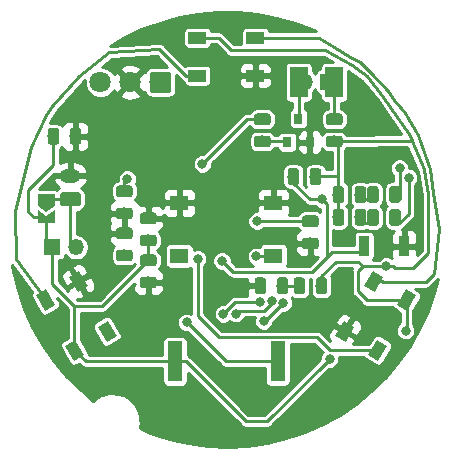
<source format=gbr>
G04 #@! TF.GenerationSoftware,KiCad,Pcbnew,5.0.2+dfsg1-1~bpo9+1*
G04 #@! TF.CreationDate,2019-05-22T13:48:08+02:00*
G04 #@! TF.ProjectId,MainDisk,4d61696e-4469-4736-9b2e-6b696361645f,rev?*
G04 #@! TF.SameCoordinates,Original*
G04 #@! TF.FileFunction,Copper,L1,Top*
G04 #@! TF.FilePolarity,Positive*
%FSLAX46Y46*%
G04 Gerber Fmt 4.6, Leading zero omitted, Abs format (unit mm)*
G04 Created by KiCad (PCBNEW 5.0.2+dfsg1-1~bpo9+1) date Wed 22 May 2019 13:48:08 CEST*
%MOMM*%
%LPD*%
G01*
G04 APERTURE LIST*
G04 #@! TA.AperFunction,ComponentPad*
%ADD10R,1.350000X1.350000*%
G04 #@! TD*
G04 #@! TA.AperFunction,ComponentPad*
%ADD11O,1.350000X1.350000*%
G04 #@! TD*
G04 #@! TA.AperFunction,SMDPad,CuDef*
%ADD12R,1.300000X3.400000*%
G04 #@! TD*
G04 #@! TA.AperFunction,Conductor*
%ADD13C,0.100000*%
G04 #@! TD*
G04 #@! TA.AperFunction,SMDPad,CuDef*
%ADD14C,0.975000*%
G04 #@! TD*
G04 #@! TA.AperFunction,SMDPad,CuDef*
%ADD15R,0.900000X1.700000*%
G04 #@! TD*
G04 #@! TA.AperFunction,SMDPad,CuDef*
%ADD16C,0.300000*%
G04 #@! TD*
G04 #@! TA.AperFunction,ComponentPad*
%ADD17C,1.800000*%
G04 #@! TD*
G04 #@! TA.AperFunction,SMDPad,CuDef*
%ADD18R,0.800000X0.900000*%
G04 #@! TD*
G04 #@! TA.AperFunction,ComponentPad*
%ADD19O,1.750000X1.200000*%
G04 #@! TD*
G04 #@! TA.AperFunction,ComponentPad*
%ADD20C,1.200000*%
G04 #@! TD*
G04 #@! TA.AperFunction,SMDPad,CuDef*
%ADD21R,1.550000X1.300000*%
G04 #@! TD*
G04 #@! TA.AperFunction,SMDPad,CuDef*
%ADD22R,1.500000X2.600000*%
G04 #@! TD*
G04 #@! TA.AperFunction,SMDPad,CuDef*
%ADD23C,1.000000*%
G04 #@! TD*
G04 #@! TA.AperFunction,SMDPad,CuDef*
%ADD24R,1.500000X1.000000*%
G04 #@! TD*
G04 #@! TA.AperFunction,ViaPad*
%ADD25C,0.800000*%
G04 #@! TD*
G04 #@! TA.AperFunction,Conductor*
%ADD26C,0.250000*%
G04 #@! TD*
G04 APERTURE END LIST*
D10*
G04 #@! TO.P,J2,1*
G04 #@! TO.N,Net-(D2-Pad2)*
X161036000Y-57353200D03*
D11*
G04 #@! TO.P,J2,2*
G04 #@! TO.N,Net-(D2-Pad1)*
X159036000Y-57353200D03*
G04 #@! TD*
D12*
G04 #@! TO.P,BZ1,2*
G04 #@! TO.N,/BZR*
X156750000Y-81026000D03*
G04 #@! TO.P,BZ1,1*
G04 #@! TO.N,+BATT*
X148050000Y-81026000D03*
G04 #@! TD*
D13*
G04 #@! TO.N,/RESET*
G04 #@! TO.C,R8*
G36*
X158334142Y-64680774D02*
X158357803Y-64684284D01*
X158381007Y-64690096D01*
X158403529Y-64698154D01*
X158425153Y-64708382D01*
X158445670Y-64720679D01*
X158464883Y-64734929D01*
X158482607Y-64750993D01*
X158498671Y-64768717D01*
X158512921Y-64787930D01*
X158525218Y-64808447D01*
X158535446Y-64830071D01*
X158543504Y-64852593D01*
X158549316Y-64875797D01*
X158552826Y-64899458D01*
X158554000Y-64923350D01*
X158554000Y-65835850D01*
X158552826Y-65859742D01*
X158549316Y-65883403D01*
X158543504Y-65906607D01*
X158535446Y-65929129D01*
X158525218Y-65950753D01*
X158512921Y-65971270D01*
X158498671Y-65990483D01*
X158482607Y-66008207D01*
X158464883Y-66024271D01*
X158445670Y-66038521D01*
X158425153Y-66050818D01*
X158403529Y-66061046D01*
X158381007Y-66069104D01*
X158357803Y-66074916D01*
X158334142Y-66078426D01*
X158310250Y-66079600D01*
X157822750Y-66079600D01*
X157798858Y-66078426D01*
X157775197Y-66074916D01*
X157751993Y-66069104D01*
X157729471Y-66061046D01*
X157707847Y-66050818D01*
X157687330Y-66038521D01*
X157668117Y-66024271D01*
X157650393Y-66008207D01*
X157634329Y-65990483D01*
X157620079Y-65971270D01*
X157607782Y-65950753D01*
X157597554Y-65929129D01*
X157589496Y-65906607D01*
X157583684Y-65883403D01*
X157580174Y-65859742D01*
X157579000Y-65835850D01*
X157579000Y-64923350D01*
X157580174Y-64899458D01*
X157583684Y-64875797D01*
X157589496Y-64852593D01*
X157597554Y-64830071D01*
X157607782Y-64808447D01*
X157620079Y-64787930D01*
X157634329Y-64768717D01*
X157650393Y-64750993D01*
X157668117Y-64734929D01*
X157687330Y-64720679D01*
X157707847Y-64708382D01*
X157729471Y-64698154D01*
X157751993Y-64690096D01*
X157775197Y-64684284D01*
X157798858Y-64680774D01*
X157822750Y-64679600D01*
X158310250Y-64679600D01*
X158334142Y-64680774D01*
X158334142Y-64680774D01*
G37*
D14*
G04 #@! TD*
G04 #@! TO.P,R8,1*
G04 #@! TO.N,/RESET*
X158066500Y-65379600D03*
D13*
G04 #@! TO.N,+BATT*
G04 #@! TO.C,R8*
G36*
X160209142Y-64680774D02*
X160232803Y-64684284D01*
X160256007Y-64690096D01*
X160278529Y-64698154D01*
X160300153Y-64708382D01*
X160320670Y-64720679D01*
X160339883Y-64734929D01*
X160357607Y-64750993D01*
X160373671Y-64768717D01*
X160387921Y-64787930D01*
X160400218Y-64808447D01*
X160410446Y-64830071D01*
X160418504Y-64852593D01*
X160424316Y-64875797D01*
X160427826Y-64899458D01*
X160429000Y-64923350D01*
X160429000Y-65835850D01*
X160427826Y-65859742D01*
X160424316Y-65883403D01*
X160418504Y-65906607D01*
X160410446Y-65929129D01*
X160400218Y-65950753D01*
X160387921Y-65971270D01*
X160373671Y-65990483D01*
X160357607Y-66008207D01*
X160339883Y-66024271D01*
X160320670Y-66038521D01*
X160300153Y-66050818D01*
X160278529Y-66061046D01*
X160256007Y-66069104D01*
X160232803Y-66074916D01*
X160209142Y-66078426D01*
X160185250Y-66079600D01*
X159697750Y-66079600D01*
X159673858Y-66078426D01*
X159650197Y-66074916D01*
X159626993Y-66069104D01*
X159604471Y-66061046D01*
X159582847Y-66050818D01*
X159562330Y-66038521D01*
X159543117Y-66024271D01*
X159525393Y-66008207D01*
X159509329Y-65990483D01*
X159495079Y-65971270D01*
X159482782Y-65950753D01*
X159472554Y-65929129D01*
X159464496Y-65906607D01*
X159458684Y-65883403D01*
X159455174Y-65859742D01*
X159454000Y-65835850D01*
X159454000Y-64923350D01*
X159455174Y-64899458D01*
X159458684Y-64875797D01*
X159464496Y-64852593D01*
X159472554Y-64830071D01*
X159482782Y-64808447D01*
X159495079Y-64787930D01*
X159509329Y-64768717D01*
X159525393Y-64750993D01*
X159543117Y-64734929D01*
X159562330Y-64720679D01*
X159582847Y-64708382D01*
X159604471Y-64698154D01*
X159626993Y-64690096D01*
X159650197Y-64684284D01*
X159673858Y-64680774D01*
X159697750Y-64679600D01*
X160185250Y-64679600D01*
X160209142Y-64680774D01*
X160209142Y-64680774D01*
G37*
D14*
G04 #@! TD*
G04 #@! TO.P,R8,2*
G04 #@! TO.N,+BATT*
X159941500Y-65379600D03*
D13*
G04 #@! TO.N,+BATT*
G04 #@! TO.C,R6*
G36*
X160717142Y-73926374D02*
X160740803Y-73929884D01*
X160764007Y-73935696D01*
X160786529Y-73943754D01*
X160808153Y-73953982D01*
X160828670Y-73966279D01*
X160847883Y-73980529D01*
X160865607Y-73996593D01*
X160881671Y-74014317D01*
X160895921Y-74033530D01*
X160908218Y-74054047D01*
X160918446Y-74075671D01*
X160926504Y-74098193D01*
X160932316Y-74121397D01*
X160935826Y-74145058D01*
X160937000Y-74168950D01*
X160937000Y-75081450D01*
X160935826Y-75105342D01*
X160932316Y-75129003D01*
X160926504Y-75152207D01*
X160918446Y-75174729D01*
X160908218Y-75196353D01*
X160895921Y-75216870D01*
X160881671Y-75236083D01*
X160865607Y-75253807D01*
X160847883Y-75269871D01*
X160828670Y-75284121D01*
X160808153Y-75296418D01*
X160786529Y-75306646D01*
X160764007Y-75314704D01*
X160740803Y-75320516D01*
X160717142Y-75324026D01*
X160693250Y-75325200D01*
X160205750Y-75325200D01*
X160181858Y-75324026D01*
X160158197Y-75320516D01*
X160134993Y-75314704D01*
X160112471Y-75306646D01*
X160090847Y-75296418D01*
X160070330Y-75284121D01*
X160051117Y-75269871D01*
X160033393Y-75253807D01*
X160017329Y-75236083D01*
X160003079Y-75216870D01*
X159990782Y-75196353D01*
X159980554Y-75174729D01*
X159972496Y-75152207D01*
X159966684Y-75129003D01*
X159963174Y-75105342D01*
X159962000Y-75081450D01*
X159962000Y-74168950D01*
X159963174Y-74145058D01*
X159966684Y-74121397D01*
X159972496Y-74098193D01*
X159980554Y-74075671D01*
X159990782Y-74054047D01*
X160003079Y-74033530D01*
X160017329Y-74014317D01*
X160033393Y-73996593D01*
X160051117Y-73980529D01*
X160070330Y-73966279D01*
X160090847Y-73953982D01*
X160112471Y-73943754D01*
X160134993Y-73935696D01*
X160158197Y-73929884D01*
X160181858Y-73926374D01*
X160205750Y-73925200D01*
X160693250Y-73925200D01*
X160717142Y-73926374D01*
X160717142Y-73926374D01*
G37*
D14*
G04 #@! TD*
G04 #@! TO.P,R6,2*
G04 #@! TO.N,+BATT*
X160449500Y-74625200D03*
D13*
G04 #@! TO.N,/BAT_SENS*
G04 #@! TO.C,R6*
G36*
X158842142Y-73926374D02*
X158865803Y-73929884D01*
X158889007Y-73935696D01*
X158911529Y-73943754D01*
X158933153Y-73953982D01*
X158953670Y-73966279D01*
X158972883Y-73980529D01*
X158990607Y-73996593D01*
X159006671Y-74014317D01*
X159020921Y-74033530D01*
X159033218Y-74054047D01*
X159043446Y-74075671D01*
X159051504Y-74098193D01*
X159057316Y-74121397D01*
X159060826Y-74145058D01*
X159062000Y-74168950D01*
X159062000Y-75081450D01*
X159060826Y-75105342D01*
X159057316Y-75129003D01*
X159051504Y-75152207D01*
X159043446Y-75174729D01*
X159033218Y-75196353D01*
X159020921Y-75216870D01*
X159006671Y-75236083D01*
X158990607Y-75253807D01*
X158972883Y-75269871D01*
X158953670Y-75284121D01*
X158933153Y-75296418D01*
X158911529Y-75306646D01*
X158889007Y-75314704D01*
X158865803Y-75320516D01*
X158842142Y-75324026D01*
X158818250Y-75325200D01*
X158330750Y-75325200D01*
X158306858Y-75324026D01*
X158283197Y-75320516D01*
X158259993Y-75314704D01*
X158237471Y-75306646D01*
X158215847Y-75296418D01*
X158195330Y-75284121D01*
X158176117Y-75269871D01*
X158158393Y-75253807D01*
X158142329Y-75236083D01*
X158128079Y-75216870D01*
X158115782Y-75196353D01*
X158105554Y-75174729D01*
X158097496Y-75152207D01*
X158091684Y-75129003D01*
X158088174Y-75105342D01*
X158087000Y-75081450D01*
X158087000Y-74168950D01*
X158088174Y-74145058D01*
X158091684Y-74121397D01*
X158097496Y-74098193D01*
X158105554Y-74075671D01*
X158115782Y-74054047D01*
X158128079Y-74033530D01*
X158142329Y-74014317D01*
X158158393Y-73996593D01*
X158176117Y-73980529D01*
X158195330Y-73966279D01*
X158215847Y-73953982D01*
X158237471Y-73943754D01*
X158259993Y-73935696D01*
X158283197Y-73929884D01*
X158306858Y-73926374D01*
X158330750Y-73925200D01*
X158818250Y-73925200D01*
X158842142Y-73926374D01*
X158842142Y-73926374D01*
G37*
D14*
G04 #@! TD*
G04 #@! TO.P,R6,1*
G04 #@! TO.N,/BAT_SENS*
X158574500Y-74625200D03*
D13*
G04 #@! TO.N,/BAT_SENS*
G04 #@! TO.C,R7*
G36*
X157415142Y-73926374D02*
X157438803Y-73929884D01*
X157462007Y-73935696D01*
X157484529Y-73943754D01*
X157506153Y-73953982D01*
X157526670Y-73966279D01*
X157545883Y-73980529D01*
X157563607Y-73996593D01*
X157579671Y-74014317D01*
X157593921Y-74033530D01*
X157606218Y-74054047D01*
X157616446Y-74075671D01*
X157624504Y-74098193D01*
X157630316Y-74121397D01*
X157633826Y-74145058D01*
X157635000Y-74168950D01*
X157635000Y-75081450D01*
X157633826Y-75105342D01*
X157630316Y-75129003D01*
X157624504Y-75152207D01*
X157616446Y-75174729D01*
X157606218Y-75196353D01*
X157593921Y-75216870D01*
X157579671Y-75236083D01*
X157563607Y-75253807D01*
X157545883Y-75269871D01*
X157526670Y-75284121D01*
X157506153Y-75296418D01*
X157484529Y-75306646D01*
X157462007Y-75314704D01*
X157438803Y-75320516D01*
X157415142Y-75324026D01*
X157391250Y-75325200D01*
X156903750Y-75325200D01*
X156879858Y-75324026D01*
X156856197Y-75320516D01*
X156832993Y-75314704D01*
X156810471Y-75306646D01*
X156788847Y-75296418D01*
X156768330Y-75284121D01*
X156749117Y-75269871D01*
X156731393Y-75253807D01*
X156715329Y-75236083D01*
X156701079Y-75216870D01*
X156688782Y-75196353D01*
X156678554Y-75174729D01*
X156670496Y-75152207D01*
X156664684Y-75129003D01*
X156661174Y-75105342D01*
X156660000Y-75081450D01*
X156660000Y-74168950D01*
X156661174Y-74145058D01*
X156664684Y-74121397D01*
X156670496Y-74098193D01*
X156678554Y-74075671D01*
X156688782Y-74054047D01*
X156701079Y-74033530D01*
X156715329Y-74014317D01*
X156731393Y-73996593D01*
X156749117Y-73980529D01*
X156768330Y-73966279D01*
X156788847Y-73953982D01*
X156810471Y-73943754D01*
X156832993Y-73935696D01*
X156856197Y-73929884D01*
X156879858Y-73926374D01*
X156903750Y-73925200D01*
X157391250Y-73925200D01*
X157415142Y-73926374D01*
X157415142Y-73926374D01*
G37*
D14*
G04 #@! TD*
G04 #@! TO.P,R7,1*
G04 #@! TO.N,/BAT_SENS*
X157147500Y-74625200D03*
D13*
G04 #@! TO.N,GND*
G04 #@! TO.C,R7*
G36*
X155540142Y-73926374D02*
X155563803Y-73929884D01*
X155587007Y-73935696D01*
X155609529Y-73943754D01*
X155631153Y-73953982D01*
X155651670Y-73966279D01*
X155670883Y-73980529D01*
X155688607Y-73996593D01*
X155704671Y-74014317D01*
X155718921Y-74033530D01*
X155731218Y-74054047D01*
X155741446Y-74075671D01*
X155749504Y-74098193D01*
X155755316Y-74121397D01*
X155758826Y-74145058D01*
X155760000Y-74168950D01*
X155760000Y-75081450D01*
X155758826Y-75105342D01*
X155755316Y-75129003D01*
X155749504Y-75152207D01*
X155741446Y-75174729D01*
X155731218Y-75196353D01*
X155718921Y-75216870D01*
X155704671Y-75236083D01*
X155688607Y-75253807D01*
X155670883Y-75269871D01*
X155651670Y-75284121D01*
X155631153Y-75296418D01*
X155609529Y-75306646D01*
X155587007Y-75314704D01*
X155563803Y-75320516D01*
X155540142Y-75324026D01*
X155516250Y-75325200D01*
X155028750Y-75325200D01*
X155004858Y-75324026D01*
X154981197Y-75320516D01*
X154957993Y-75314704D01*
X154935471Y-75306646D01*
X154913847Y-75296418D01*
X154893330Y-75284121D01*
X154874117Y-75269871D01*
X154856393Y-75253807D01*
X154840329Y-75236083D01*
X154826079Y-75216870D01*
X154813782Y-75196353D01*
X154803554Y-75174729D01*
X154795496Y-75152207D01*
X154789684Y-75129003D01*
X154786174Y-75105342D01*
X154785000Y-75081450D01*
X154785000Y-74168950D01*
X154786174Y-74145058D01*
X154789684Y-74121397D01*
X154795496Y-74098193D01*
X154803554Y-74075671D01*
X154813782Y-74054047D01*
X154826079Y-74033530D01*
X154840329Y-74014317D01*
X154856393Y-73996593D01*
X154874117Y-73980529D01*
X154893330Y-73966279D01*
X154913847Y-73953982D01*
X154935471Y-73943754D01*
X154957993Y-73935696D01*
X154981197Y-73929884D01*
X155004858Y-73926374D01*
X155028750Y-73925200D01*
X155516250Y-73925200D01*
X155540142Y-73926374D01*
X155540142Y-73926374D01*
G37*
D14*
G04 #@! TD*
G04 #@! TO.P,R7,2*
G04 #@! TO.N,GND*
X155272500Y-74625200D03*
D15*
G04 #@! TO.P,SW3,1*
G04 #@! TO.N,GND*
X167460400Y-71272400D03*
G04 #@! TO.P,SW3,2*
G04 #@! TO.N,/RESET*
X164060400Y-71272400D03*
G04 #@! TD*
D13*
G04 #@! TO.N,Net-(D6-Pad2)*
G04 #@! TO.C,D6*
G36*
X165065142Y-68135174D02*
X165088803Y-68138684D01*
X165112007Y-68144496D01*
X165134529Y-68152554D01*
X165156153Y-68162782D01*
X165176670Y-68175079D01*
X165195883Y-68189329D01*
X165213607Y-68205393D01*
X165229671Y-68223117D01*
X165243921Y-68242330D01*
X165256218Y-68262847D01*
X165266446Y-68284471D01*
X165274504Y-68306993D01*
X165280316Y-68330197D01*
X165283826Y-68353858D01*
X165285000Y-68377750D01*
X165285000Y-69290250D01*
X165283826Y-69314142D01*
X165280316Y-69337803D01*
X165274504Y-69361007D01*
X165266446Y-69383529D01*
X165256218Y-69405153D01*
X165243921Y-69425670D01*
X165229671Y-69444883D01*
X165213607Y-69462607D01*
X165195883Y-69478671D01*
X165176670Y-69492921D01*
X165156153Y-69505218D01*
X165134529Y-69515446D01*
X165112007Y-69523504D01*
X165088803Y-69529316D01*
X165065142Y-69532826D01*
X165041250Y-69534000D01*
X164553750Y-69534000D01*
X164529858Y-69532826D01*
X164506197Y-69529316D01*
X164482993Y-69523504D01*
X164460471Y-69515446D01*
X164438847Y-69505218D01*
X164418330Y-69492921D01*
X164399117Y-69478671D01*
X164381393Y-69462607D01*
X164365329Y-69444883D01*
X164351079Y-69425670D01*
X164338782Y-69405153D01*
X164328554Y-69383529D01*
X164320496Y-69361007D01*
X164314684Y-69337803D01*
X164311174Y-69314142D01*
X164310000Y-69290250D01*
X164310000Y-68377750D01*
X164311174Y-68353858D01*
X164314684Y-68330197D01*
X164320496Y-68306993D01*
X164328554Y-68284471D01*
X164338782Y-68262847D01*
X164351079Y-68242330D01*
X164365329Y-68223117D01*
X164381393Y-68205393D01*
X164399117Y-68189329D01*
X164418330Y-68175079D01*
X164438847Y-68162782D01*
X164460471Y-68152554D01*
X164482993Y-68144496D01*
X164506197Y-68138684D01*
X164529858Y-68135174D01*
X164553750Y-68134000D01*
X165041250Y-68134000D01*
X165065142Y-68135174D01*
X165065142Y-68135174D01*
G37*
D14*
G04 #@! TD*
G04 #@! TO.P,D6,2*
G04 #@! TO.N,Net-(D6-Pad2)*
X164797500Y-68834000D03*
D13*
G04 #@! TO.N,Net-(D6-Pad1)*
G04 #@! TO.C,D6*
G36*
X166940142Y-68135174D02*
X166963803Y-68138684D01*
X166987007Y-68144496D01*
X167009529Y-68152554D01*
X167031153Y-68162782D01*
X167051670Y-68175079D01*
X167070883Y-68189329D01*
X167088607Y-68205393D01*
X167104671Y-68223117D01*
X167118921Y-68242330D01*
X167131218Y-68262847D01*
X167141446Y-68284471D01*
X167149504Y-68306993D01*
X167155316Y-68330197D01*
X167158826Y-68353858D01*
X167160000Y-68377750D01*
X167160000Y-69290250D01*
X167158826Y-69314142D01*
X167155316Y-69337803D01*
X167149504Y-69361007D01*
X167141446Y-69383529D01*
X167131218Y-69405153D01*
X167118921Y-69425670D01*
X167104671Y-69444883D01*
X167088607Y-69462607D01*
X167070883Y-69478671D01*
X167051670Y-69492921D01*
X167031153Y-69505218D01*
X167009529Y-69515446D01*
X166987007Y-69523504D01*
X166963803Y-69529316D01*
X166940142Y-69532826D01*
X166916250Y-69534000D01*
X166428750Y-69534000D01*
X166404858Y-69532826D01*
X166381197Y-69529316D01*
X166357993Y-69523504D01*
X166335471Y-69515446D01*
X166313847Y-69505218D01*
X166293330Y-69492921D01*
X166274117Y-69478671D01*
X166256393Y-69462607D01*
X166240329Y-69444883D01*
X166226079Y-69425670D01*
X166213782Y-69405153D01*
X166203554Y-69383529D01*
X166195496Y-69361007D01*
X166189684Y-69337803D01*
X166186174Y-69314142D01*
X166185000Y-69290250D01*
X166185000Y-68377750D01*
X166186174Y-68353858D01*
X166189684Y-68330197D01*
X166195496Y-68306993D01*
X166203554Y-68284471D01*
X166213782Y-68262847D01*
X166226079Y-68242330D01*
X166240329Y-68223117D01*
X166256393Y-68205393D01*
X166274117Y-68189329D01*
X166293330Y-68175079D01*
X166313847Y-68162782D01*
X166335471Y-68152554D01*
X166357993Y-68144496D01*
X166381197Y-68138684D01*
X166404858Y-68135174D01*
X166428750Y-68134000D01*
X166916250Y-68134000D01*
X166940142Y-68135174D01*
X166940142Y-68135174D01*
G37*
D14*
G04 #@! TD*
G04 #@! TO.P,D6,1*
G04 #@! TO.N,Net-(D6-Pad1)*
X166672500Y-68834000D03*
D13*
G04 #@! TO.N,Net-(D5-Pad1)*
G04 #@! TO.C,D5*
G36*
X166940142Y-66204774D02*
X166963803Y-66208284D01*
X166987007Y-66214096D01*
X167009529Y-66222154D01*
X167031153Y-66232382D01*
X167051670Y-66244679D01*
X167070883Y-66258929D01*
X167088607Y-66274993D01*
X167104671Y-66292717D01*
X167118921Y-66311930D01*
X167131218Y-66332447D01*
X167141446Y-66354071D01*
X167149504Y-66376593D01*
X167155316Y-66399797D01*
X167158826Y-66423458D01*
X167160000Y-66447350D01*
X167160000Y-67359850D01*
X167158826Y-67383742D01*
X167155316Y-67407403D01*
X167149504Y-67430607D01*
X167141446Y-67453129D01*
X167131218Y-67474753D01*
X167118921Y-67495270D01*
X167104671Y-67514483D01*
X167088607Y-67532207D01*
X167070883Y-67548271D01*
X167051670Y-67562521D01*
X167031153Y-67574818D01*
X167009529Y-67585046D01*
X166987007Y-67593104D01*
X166963803Y-67598916D01*
X166940142Y-67602426D01*
X166916250Y-67603600D01*
X166428750Y-67603600D01*
X166404858Y-67602426D01*
X166381197Y-67598916D01*
X166357993Y-67593104D01*
X166335471Y-67585046D01*
X166313847Y-67574818D01*
X166293330Y-67562521D01*
X166274117Y-67548271D01*
X166256393Y-67532207D01*
X166240329Y-67514483D01*
X166226079Y-67495270D01*
X166213782Y-67474753D01*
X166203554Y-67453129D01*
X166195496Y-67430607D01*
X166189684Y-67407403D01*
X166186174Y-67383742D01*
X166185000Y-67359850D01*
X166185000Y-66447350D01*
X166186174Y-66423458D01*
X166189684Y-66399797D01*
X166195496Y-66376593D01*
X166203554Y-66354071D01*
X166213782Y-66332447D01*
X166226079Y-66311930D01*
X166240329Y-66292717D01*
X166256393Y-66274993D01*
X166274117Y-66258929D01*
X166293330Y-66244679D01*
X166313847Y-66232382D01*
X166335471Y-66222154D01*
X166357993Y-66214096D01*
X166381197Y-66208284D01*
X166404858Y-66204774D01*
X166428750Y-66203600D01*
X166916250Y-66203600D01*
X166940142Y-66204774D01*
X166940142Y-66204774D01*
G37*
D14*
G04 #@! TD*
G04 #@! TO.P,D5,1*
G04 #@! TO.N,Net-(D5-Pad1)*
X166672500Y-66903600D03*
D13*
G04 #@! TO.N,Net-(D5-Pad2)*
G04 #@! TO.C,D5*
G36*
X165065142Y-66204774D02*
X165088803Y-66208284D01*
X165112007Y-66214096D01*
X165134529Y-66222154D01*
X165156153Y-66232382D01*
X165176670Y-66244679D01*
X165195883Y-66258929D01*
X165213607Y-66274993D01*
X165229671Y-66292717D01*
X165243921Y-66311930D01*
X165256218Y-66332447D01*
X165266446Y-66354071D01*
X165274504Y-66376593D01*
X165280316Y-66399797D01*
X165283826Y-66423458D01*
X165285000Y-66447350D01*
X165285000Y-67359850D01*
X165283826Y-67383742D01*
X165280316Y-67407403D01*
X165274504Y-67430607D01*
X165266446Y-67453129D01*
X165256218Y-67474753D01*
X165243921Y-67495270D01*
X165229671Y-67514483D01*
X165213607Y-67532207D01*
X165195883Y-67548271D01*
X165176670Y-67562521D01*
X165156153Y-67574818D01*
X165134529Y-67585046D01*
X165112007Y-67593104D01*
X165088803Y-67598916D01*
X165065142Y-67602426D01*
X165041250Y-67603600D01*
X164553750Y-67603600D01*
X164529858Y-67602426D01*
X164506197Y-67598916D01*
X164482993Y-67593104D01*
X164460471Y-67585046D01*
X164438847Y-67574818D01*
X164418330Y-67562521D01*
X164399117Y-67548271D01*
X164381393Y-67532207D01*
X164365329Y-67514483D01*
X164351079Y-67495270D01*
X164338782Y-67474753D01*
X164328554Y-67453129D01*
X164320496Y-67430607D01*
X164314684Y-67407403D01*
X164311174Y-67383742D01*
X164310000Y-67359850D01*
X164310000Y-66447350D01*
X164311174Y-66423458D01*
X164314684Y-66399797D01*
X164320496Y-66376593D01*
X164328554Y-66354071D01*
X164338782Y-66332447D01*
X164351079Y-66311930D01*
X164365329Y-66292717D01*
X164381393Y-66274993D01*
X164399117Y-66258929D01*
X164418330Y-66244679D01*
X164438847Y-66232382D01*
X164460471Y-66222154D01*
X164482993Y-66214096D01*
X164506197Y-66208284D01*
X164529858Y-66204774D01*
X164553750Y-66203600D01*
X165041250Y-66203600D01*
X165065142Y-66204774D01*
X165065142Y-66204774D01*
G37*
D14*
G04 #@! TD*
G04 #@! TO.P,D5,2*
G04 #@! TO.N,Net-(D5-Pad2)*
X164797500Y-66903600D03*
D13*
G04 #@! TO.N,Net-(D5-Pad2)*
G04 #@! TO.C,R4*
G36*
X164019142Y-66204774D02*
X164042803Y-66208284D01*
X164066007Y-66214096D01*
X164088529Y-66222154D01*
X164110153Y-66232382D01*
X164130670Y-66244679D01*
X164149883Y-66258929D01*
X164167607Y-66274993D01*
X164183671Y-66292717D01*
X164197921Y-66311930D01*
X164210218Y-66332447D01*
X164220446Y-66354071D01*
X164228504Y-66376593D01*
X164234316Y-66399797D01*
X164237826Y-66423458D01*
X164239000Y-66447350D01*
X164239000Y-67359850D01*
X164237826Y-67383742D01*
X164234316Y-67407403D01*
X164228504Y-67430607D01*
X164220446Y-67453129D01*
X164210218Y-67474753D01*
X164197921Y-67495270D01*
X164183671Y-67514483D01*
X164167607Y-67532207D01*
X164149883Y-67548271D01*
X164130670Y-67562521D01*
X164110153Y-67574818D01*
X164088529Y-67585046D01*
X164066007Y-67593104D01*
X164042803Y-67598916D01*
X164019142Y-67602426D01*
X163995250Y-67603600D01*
X163507750Y-67603600D01*
X163483858Y-67602426D01*
X163460197Y-67598916D01*
X163436993Y-67593104D01*
X163414471Y-67585046D01*
X163392847Y-67574818D01*
X163372330Y-67562521D01*
X163353117Y-67548271D01*
X163335393Y-67532207D01*
X163319329Y-67514483D01*
X163305079Y-67495270D01*
X163292782Y-67474753D01*
X163282554Y-67453129D01*
X163274496Y-67430607D01*
X163268684Y-67407403D01*
X163265174Y-67383742D01*
X163264000Y-67359850D01*
X163264000Y-66447350D01*
X163265174Y-66423458D01*
X163268684Y-66399797D01*
X163274496Y-66376593D01*
X163282554Y-66354071D01*
X163292782Y-66332447D01*
X163305079Y-66311930D01*
X163319329Y-66292717D01*
X163335393Y-66274993D01*
X163353117Y-66258929D01*
X163372330Y-66244679D01*
X163392847Y-66232382D01*
X163414471Y-66222154D01*
X163436993Y-66214096D01*
X163460197Y-66208284D01*
X163483858Y-66204774D01*
X163507750Y-66203600D01*
X163995250Y-66203600D01*
X164019142Y-66204774D01*
X164019142Y-66204774D01*
G37*
D14*
G04 #@! TD*
G04 #@! TO.P,R4,2*
G04 #@! TO.N,Net-(D5-Pad2)*
X163751500Y-66903600D03*
D13*
G04 #@! TO.N,+BATT*
G04 #@! TO.C,R4*
G36*
X162144142Y-66204774D02*
X162167803Y-66208284D01*
X162191007Y-66214096D01*
X162213529Y-66222154D01*
X162235153Y-66232382D01*
X162255670Y-66244679D01*
X162274883Y-66258929D01*
X162292607Y-66274993D01*
X162308671Y-66292717D01*
X162322921Y-66311930D01*
X162335218Y-66332447D01*
X162345446Y-66354071D01*
X162353504Y-66376593D01*
X162359316Y-66399797D01*
X162362826Y-66423458D01*
X162364000Y-66447350D01*
X162364000Y-67359850D01*
X162362826Y-67383742D01*
X162359316Y-67407403D01*
X162353504Y-67430607D01*
X162345446Y-67453129D01*
X162335218Y-67474753D01*
X162322921Y-67495270D01*
X162308671Y-67514483D01*
X162292607Y-67532207D01*
X162274883Y-67548271D01*
X162255670Y-67562521D01*
X162235153Y-67574818D01*
X162213529Y-67585046D01*
X162191007Y-67593104D01*
X162167803Y-67598916D01*
X162144142Y-67602426D01*
X162120250Y-67603600D01*
X161632750Y-67603600D01*
X161608858Y-67602426D01*
X161585197Y-67598916D01*
X161561993Y-67593104D01*
X161539471Y-67585046D01*
X161517847Y-67574818D01*
X161497330Y-67562521D01*
X161478117Y-67548271D01*
X161460393Y-67532207D01*
X161444329Y-67514483D01*
X161430079Y-67495270D01*
X161417782Y-67474753D01*
X161407554Y-67453129D01*
X161399496Y-67430607D01*
X161393684Y-67407403D01*
X161390174Y-67383742D01*
X161389000Y-67359850D01*
X161389000Y-66447350D01*
X161390174Y-66423458D01*
X161393684Y-66399797D01*
X161399496Y-66376593D01*
X161407554Y-66354071D01*
X161417782Y-66332447D01*
X161430079Y-66311930D01*
X161444329Y-66292717D01*
X161460393Y-66274993D01*
X161478117Y-66258929D01*
X161497330Y-66244679D01*
X161517847Y-66232382D01*
X161539471Y-66222154D01*
X161561993Y-66214096D01*
X161585197Y-66208284D01*
X161608858Y-66204774D01*
X161632750Y-66203600D01*
X162120250Y-66203600D01*
X162144142Y-66204774D01*
X162144142Y-66204774D01*
G37*
D14*
G04 #@! TD*
G04 #@! TO.P,R4,1*
G04 #@! TO.N,+BATT*
X161876500Y-66903600D03*
D13*
G04 #@! TO.N,+BATT*
G04 #@! TO.C,R5*
G36*
X162144142Y-68135174D02*
X162167803Y-68138684D01*
X162191007Y-68144496D01*
X162213529Y-68152554D01*
X162235153Y-68162782D01*
X162255670Y-68175079D01*
X162274883Y-68189329D01*
X162292607Y-68205393D01*
X162308671Y-68223117D01*
X162322921Y-68242330D01*
X162335218Y-68262847D01*
X162345446Y-68284471D01*
X162353504Y-68306993D01*
X162359316Y-68330197D01*
X162362826Y-68353858D01*
X162364000Y-68377750D01*
X162364000Y-69290250D01*
X162362826Y-69314142D01*
X162359316Y-69337803D01*
X162353504Y-69361007D01*
X162345446Y-69383529D01*
X162335218Y-69405153D01*
X162322921Y-69425670D01*
X162308671Y-69444883D01*
X162292607Y-69462607D01*
X162274883Y-69478671D01*
X162255670Y-69492921D01*
X162235153Y-69505218D01*
X162213529Y-69515446D01*
X162191007Y-69523504D01*
X162167803Y-69529316D01*
X162144142Y-69532826D01*
X162120250Y-69534000D01*
X161632750Y-69534000D01*
X161608858Y-69532826D01*
X161585197Y-69529316D01*
X161561993Y-69523504D01*
X161539471Y-69515446D01*
X161517847Y-69505218D01*
X161497330Y-69492921D01*
X161478117Y-69478671D01*
X161460393Y-69462607D01*
X161444329Y-69444883D01*
X161430079Y-69425670D01*
X161417782Y-69405153D01*
X161407554Y-69383529D01*
X161399496Y-69361007D01*
X161393684Y-69337803D01*
X161390174Y-69314142D01*
X161389000Y-69290250D01*
X161389000Y-68377750D01*
X161390174Y-68353858D01*
X161393684Y-68330197D01*
X161399496Y-68306993D01*
X161407554Y-68284471D01*
X161417782Y-68262847D01*
X161430079Y-68242330D01*
X161444329Y-68223117D01*
X161460393Y-68205393D01*
X161478117Y-68189329D01*
X161497330Y-68175079D01*
X161517847Y-68162782D01*
X161539471Y-68152554D01*
X161561993Y-68144496D01*
X161585197Y-68138684D01*
X161608858Y-68135174D01*
X161632750Y-68134000D01*
X162120250Y-68134000D01*
X162144142Y-68135174D01*
X162144142Y-68135174D01*
G37*
D14*
G04 #@! TD*
G04 #@! TO.P,R5,1*
G04 #@! TO.N,+BATT*
X161876500Y-68834000D03*
D13*
G04 #@! TO.N,Net-(D6-Pad2)*
G04 #@! TO.C,R5*
G36*
X164019142Y-68135174D02*
X164042803Y-68138684D01*
X164066007Y-68144496D01*
X164088529Y-68152554D01*
X164110153Y-68162782D01*
X164130670Y-68175079D01*
X164149883Y-68189329D01*
X164167607Y-68205393D01*
X164183671Y-68223117D01*
X164197921Y-68242330D01*
X164210218Y-68262847D01*
X164220446Y-68284471D01*
X164228504Y-68306993D01*
X164234316Y-68330197D01*
X164237826Y-68353858D01*
X164239000Y-68377750D01*
X164239000Y-69290250D01*
X164237826Y-69314142D01*
X164234316Y-69337803D01*
X164228504Y-69361007D01*
X164220446Y-69383529D01*
X164210218Y-69405153D01*
X164197921Y-69425670D01*
X164183671Y-69444883D01*
X164167607Y-69462607D01*
X164149883Y-69478671D01*
X164130670Y-69492921D01*
X164110153Y-69505218D01*
X164088529Y-69515446D01*
X164066007Y-69523504D01*
X164042803Y-69529316D01*
X164019142Y-69532826D01*
X163995250Y-69534000D01*
X163507750Y-69534000D01*
X163483858Y-69532826D01*
X163460197Y-69529316D01*
X163436993Y-69523504D01*
X163414471Y-69515446D01*
X163392847Y-69505218D01*
X163372330Y-69492921D01*
X163353117Y-69478671D01*
X163335393Y-69462607D01*
X163319329Y-69444883D01*
X163305079Y-69425670D01*
X163292782Y-69405153D01*
X163282554Y-69383529D01*
X163274496Y-69361007D01*
X163268684Y-69337803D01*
X163265174Y-69314142D01*
X163264000Y-69290250D01*
X163264000Y-68377750D01*
X163265174Y-68353858D01*
X163268684Y-68330197D01*
X163274496Y-68306993D01*
X163282554Y-68284471D01*
X163292782Y-68262847D01*
X163305079Y-68242330D01*
X163319329Y-68223117D01*
X163335393Y-68205393D01*
X163353117Y-68189329D01*
X163372330Y-68175079D01*
X163392847Y-68162782D01*
X163414471Y-68152554D01*
X163436993Y-68144496D01*
X163460197Y-68138684D01*
X163483858Y-68135174D01*
X163507750Y-68134000D01*
X163995250Y-68134000D01*
X164019142Y-68135174D01*
X164019142Y-68135174D01*
G37*
D14*
G04 #@! TD*
G04 #@! TO.P,R5,2*
G04 #@! TO.N,Net-(D6-Pad2)*
X163751500Y-68834000D03*
D13*
G04 #@! TO.N,/IR_LED*
G04 #@! TO.C,R3*
G36*
X155928142Y-60044174D02*
X155951803Y-60047684D01*
X155975007Y-60053496D01*
X155997529Y-60061554D01*
X156019153Y-60071782D01*
X156039670Y-60084079D01*
X156058883Y-60098329D01*
X156076607Y-60114393D01*
X156092671Y-60132117D01*
X156106921Y-60151330D01*
X156119218Y-60171847D01*
X156129446Y-60193471D01*
X156137504Y-60215993D01*
X156143316Y-60239197D01*
X156146826Y-60262858D01*
X156148000Y-60286750D01*
X156148000Y-60774250D01*
X156146826Y-60798142D01*
X156143316Y-60821803D01*
X156137504Y-60845007D01*
X156129446Y-60867529D01*
X156119218Y-60889153D01*
X156106921Y-60909670D01*
X156092671Y-60928883D01*
X156076607Y-60946607D01*
X156058883Y-60962671D01*
X156039670Y-60976921D01*
X156019153Y-60989218D01*
X155997529Y-60999446D01*
X155975007Y-61007504D01*
X155951803Y-61013316D01*
X155928142Y-61016826D01*
X155904250Y-61018000D01*
X154991750Y-61018000D01*
X154967858Y-61016826D01*
X154944197Y-61013316D01*
X154920993Y-61007504D01*
X154898471Y-60999446D01*
X154876847Y-60989218D01*
X154856330Y-60976921D01*
X154837117Y-60962671D01*
X154819393Y-60946607D01*
X154803329Y-60928883D01*
X154789079Y-60909670D01*
X154776782Y-60889153D01*
X154766554Y-60867529D01*
X154758496Y-60845007D01*
X154752684Y-60821803D01*
X154749174Y-60798142D01*
X154748000Y-60774250D01*
X154748000Y-60286750D01*
X154749174Y-60262858D01*
X154752684Y-60239197D01*
X154758496Y-60215993D01*
X154766554Y-60193471D01*
X154776782Y-60171847D01*
X154789079Y-60151330D01*
X154803329Y-60132117D01*
X154819393Y-60114393D01*
X154837117Y-60098329D01*
X154856330Y-60084079D01*
X154876847Y-60071782D01*
X154898471Y-60061554D01*
X154920993Y-60053496D01*
X154944197Y-60047684D01*
X154967858Y-60044174D01*
X154991750Y-60043000D01*
X155904250Y-60043000D01*
X155928142Y-60044174D01*
X155928142Y-60044174D01*
G37*
D14*
G04 #@! TD*
G04 #@! TO.P,R3,2*
G04 #@! TO.N,/IR_LED*
X155448000Y-60530500D03*
D13*
G04 #@! TO.N,Net-(Q1-Pad1)*
G04 #@! TO.C,R3*
G36*
X155928142Y-61919174D02*
X155951803Y-61922684D01*
X155975007Y-61928496D01*
X155997529Y-61936554D01*
X156019153Y-61946782D01*
X156039670Y-61959079D01*
X156058883Y-61973329D01*
X156076607Y-61989393D01*
X156092671Y-62007117D01*
X156106921Y-62026330D01*
X156119218Y-62046847D01*
X156129446Y-62068471D01*
X156137504Y-62090993D01*
X156143316Y-62114197D01*
X156146826Y-62137858D01*
X156148000Y-62161750D01*
X156148000Y-62649250D01*
X156146826Y-62673142D01*
X156143316Y-62696803D01*
X156137504Y-62720007D01*
X156129446Y-62742529D01*
X156119218Y-62764153D01*
X156106921Y-62784670D01*
X156092671Y-62803883D01*
X156076607Y-62821607D01*
X156058883Y-62837671D01*
X156039670Y-62851921D01*
X156019153Y-62864218D01*
X155997529Y-62874446D01*
X155975007Y-62882504D01*
X155951803Y-62888316D01*
X155928142Y-62891826D01*
X155904250Y-62893000D01*
X154991750Y-62893000D01*
X154967858Y-62891826D01*
X154944197Y-62888316D01*
X154920993Y-62882504D01*
X154898471Y-62874446D01*
X154876847Y-62864218D01*
X154856330Y-62851921D01*
X154837117Y-62837671D01*
X154819393Y-62821607D01*
X154803329Y-62803883D01*
X154789079Y-62784670D01*
X154776782Y-62764153D01*
X154766554Y-62742529D01*
X154758496Y-62720007D01*
X154752684Y-62696803D01*
X154749174Y-62673142D01*
X154748000Y-62649250D01*
X154748000Y-62161750D01*
X154749174Y-62137858D01*
X154752684Y-62114197D01*
X154758496Y-62090993D01*
X154766554Y-62068471D01*
X154776782Y-62046847D01*
X154789079Y-62026330D01*
X154803329Y-62007117D01*
X154819393Y-61989393D01*
X154837117Y-61973329D01*
X154856330Y-61959079D01*
X154876847Y-61946782D01*
X154898471Y-61936554D01*
X154920993Y-61928496D01*
X154944197Y-61922684D01*
X154967858Y-61919174D01*
X154991750Y-61918000D01*
X155904250Y-61918000D01*
X155928142Y-61919174D01*
X155928142Y-61919174D01*
G37*
D14*
G04 #@! TD*
G04 #@! TO.P,R3,1*
G04 #@! TO.N,Net-(Q1-Pad1)*
X155448000Y-62405500D03*
D13*
G04 #@! TO.N,GND*
G04 #@! TO.C,C8*
G36*
X159992142Y-70555174D02*
X160015803Y-70558684D01*
X160039007Y-70564496D01*
X160061529Y-70572554D01*
X160083153Y-70582782D01*
X160103670Y-70595079D01*
X160122883Y-70609329D01*
X160140607Y-70625393D01*
X160156671Y-70643117D01*
X160170921Y-70662330D01*
X160183218Y-70682847D01*
X160193446Y-70704471D01*
X160201504Y-70726993D01*
X160207316Y-70750197D01*
X160210826Y-70773858D01*
X160212000Y-70797750D01*
X160212000Y-71285250D01*
X160210826Y-71309142D01*
X160207316Y-71332803D01*
X160201504Y-71356007D01*
X160193446Y-71378529D01*
X160183218Y-71400153D01*
X160170921Y-71420670D01*
X160156671Y-71439883D01*
X160140607Y-71457607D01*
X160122883Y-71473671D01*
X160103670Y-71487921D01*
X160083153Y-71500218D01*
X160061529Y-71510446D01*
X160039007Y-71518504D01*
X160015803Y-71524316D01*
X159992142Y-71527826D01*
X159968250Y-71529000D01*
X159055750Y-71529000D01*
X159031858Y-71527826D01*
X159008197Y-71524316D01*
X158984993Y-71518504D01*
X158962471Y-71510446D01*
X158940847Y-71500218D01*
X158920330Y-71487921D01*
X158901117Y-71473671D01*
X158883393Y-71457607D01*
X158867329Y-71439883D01*
X158853079Y-71420670D01*
X158840782Y-71400153D01*
X158830554Y-71378529D01*
X158822496Y-71356007D01*
X158816684Y-71332803D01*
X158813174Y-71309142D01*
X158812000Y-71285250D01*
X158812000Y-70797750D01*
X158813174Y-70773858D01*
X158816684Y-70750197D01*
X158822496Y-70726993D01*
X158830554Y-70704471D01*
X158840782Y-70682847D01*
X158853079Y-70662330D01*
X158867329Y-70643117D01*
X158883393Y-70625393D01*
X158901117Y-70609329D01*
X158920330Y-70595079D01*
X158940847Y-70582782D01*
X158962471Y-70572554D01*
X158984993Y-70564496D01*
X159008197Y-70558684D01*
X159031858Y-70555174D01*
X159055750Y-70554000D01*
X159968250Y-70554000D01*
X159992142Y-70555174D01*
X159992142Y-70555174D01*
G37*
D14*
G04 #@! TD*
G04 #@! TO.P,C8,2*
G04 #@! TO.N,GND*
X159512000Y-71041500D03*
D13*
G04 #@! TO.N,Net-(C8-Pad1)*
G04 #@! TO.C,C8*
G36*
X159992142Y-68680174D02*
X160015803Y-68683684D01*
X160039007Y-68689496D01*
X160061529Y-68697554D01*
X160083153Y-68707782D01*
X160103670Y-68720079D01*
X160122883Y-68734329D01*
X160140607Y-68750393D01*
X160156671Y-68768117D01*
X160170921Y-68787330D01*
X160183218Y-68807847D01*
X160193446Y-68829471D01*
X160201504Y-68851993D01*
X160207316Y-68875197D01*
X160210826Y-68898858D01*
X160212000Y-68922750D01*
X160212000Y-69410250D01*
X160210826Y-69434142D01*
X160207316Y-69457803D01*
X160201504Y-69481007D01*
X160193446Y-69503529D01*
X160183218Y-69525153D01*
X160170921Y-69545670D01*
X160156671Y-69564883D01*
X160140607Y-69582607D01*
X160122883Y-69598671D01*
X160103670Y-69612921D01*
X160083153Y-69625218D01*
X160061529Y-69635446D01*
X160039007Y-69643504D01*
X160015803Y-69649316D01*
X159992142Y-69652826D01*
X159968250Y-69654000D01*
X159055750Y-69654000D01*
X159031858Y-69652826D01*
X159008197Y-69649316D01*
X158984993Y-69643504D01*
X158962471Y-69635446D01*
X158940847Y-69625218D01*
X158920330Y-69612921D01*
X158901117Y-69598671D01*
X158883393Y-69582607D01*
X158867329Y-69564883D01*
X158853079Y-69545670D01*
X158840782Y-69525153D01*
X158830554Y-69503529D01*
X158822496Y-69481007D01*
X158816684Y-69457803D01*
X158813174Y-69434142D01*
X158812000Y-69410250D01*
X158812000Y-68922750D01*
X158813174Y-68898858D01*
X158816684Y-68875197D01*
X158822496Y-68851993D01*
X158830554Y-68829471D01*
X158840782Y-68807847D01*
X158853079Y-68787330D01*
X158867329Y-68768117D01*
X158883393Y-68750393D01*
X158901117Y-68734329D01*
X158920330Y-68720079D01*
X158940847Y-68707782D01*
X158962471Y-68697554D01*
X158984993Y-68689496D01*
X159008197Y-68683684D01*
X159031858Y-68680174D01*
X159055750Y-68679000D01*
X159968250Y-68679000D01*
X159992142Y-68680174D01*
X159992142Y-68680174D01*
G37*
D14*
G04 #@! TD*
G04 #@! TO.P,C8,1*
G04 #@! TO.N,Net-(C8-Pad1)*
X159512000Y-69166500D03*
D13*
G04 #@! TO.N,Net-(C1-Pad2)*
G04 #@! TO.C,C1*
G36*
X144244142Y-71571174D02*
X144267803Y-71574684D01*
X144291007Y-71580496D01*
X144313529Y-71588554D01*
X144335153Y-71598782D01*
X144355670Y-71611079D01*
X144374883Y-71625329D01*
X144392607Y-71641393D01*
X144408671Y-71659117D01*
X144422921Y-71678330D01*
X144435218Y-71698847D01*
X144445446Y-71720471D01*
X144453504Y-71742993D01*
X144459316Y-71766197D01*
X144462826Y-71789858D01*
X144464000Y-71813750D01*
X144464000Y-72301250D01*
X144462826Y-72325142D01*
X144459316Y-72348803D01*
X144453504Y-72372007D01*
X144445446Y-72394529D01*
X144435218Y-72416153D01*
X144422921Y-72436670D01*
X144408671Y-72455883D01*
X144392607Y-72473607D01*
X144374883Y-72489671D01*
X144355670Y-72503921D01*
X144335153Y-72516218D01*
X144313529Y-72526446D01*
X144291007Y-72534504D01*
X144267803Y-72540316D01*
X144244142Y-72543826D01*
X144220250Y-72545000D01*
X143307750Y-72545000D01*
X143283858Y-72543826D01*
X143260197Y-72540316D01*
X143236993Y-72534504D01*
X143214471Y-72526446D01*
X143192847Y-72516218D01*
X143172330Y-72503921D01*
X143153117Y-72489671D01*
X143135393Y-72473607D01*
X143119329Y-72455883D01*
X143105079Y-72436670D01*
X143092782Y-72416153D01*
X143082554Y-72394529D01*
X143074496Y-72372007D01*
X143068684Y-72348803D01*
X143065174Y-72325142D01*
X143064000Y-72301250D01*
X143064000Y-71813750D01*
X143065174Y-71789858D01*
X143068684Y-71766197D01*
X143074496Y-71742993D01*
X143082554Y-71720471D01*
X143092782Y-71698847D01*
X143105079Y-71678330D01*
X143119329Y-71659117D01*
X143135393Y-71641393D01*
X143153117Y-71625329D01*
X143172330Y-71611079D01*
X143192847Y-71598782D01*
X143214471Y-71588554D01*
X143236993Y-71580496D01*
X143260197Y-71574684D01*
X143283858Y-71571174D01*
X143307750Y-71570000D01*
X144220250Y-71570000D01*
X144244142Y-71571174D01*
X144244142Y-71571174D01*
G37*
D14*
G04 #@! TD*
G04 #@! TO.P,C1,2*
G04 #@! TO.N,Net-(C1-Pad2)*
X143764000Y-72057500D03*
D13*
G04 #@! TO.N,GND*
G04 #@! TO.C,C1*
G36*
X144244142Y-69696174D02*
X144267803Y-69699684D01*
X144291007Y-69705496D01*
X144313529Y-69713554D01*
X144335153Y-69723782D01*
X144355670Y-69736079D01*
X144374883Y-69750329D01*
X144392607Y-69766393D01*
X144408671Y-69784117D01*
X144422921Y-69803330D01*
X144435218Y-69823847D01*
X144445446Y-69845471D01*
X144453504Y-69867993D01*
X144459316Y-69891197D01*
X144462826Y-69914858D01*
X144464000Y-69938750D01*
X144464000Y-70426250D01*
X144462826Y-70450142D01*
X144459316Y-70473803D01*
X144453504Y-70497007D01*
X144445446Y-70519529D01*
X144435218Y-70541153D01*
X144422921Y-70561670D01*
X144408671Y-70580883D01*
X144392607Y-70598607D01*
X144374883Y-70614671D01*
X144355670Y-70628921D01*
X144335153Y-70641218D01*
X144313529Y-70651446D01*
X144291007Y-70659504D01*
X144267803Y-70665316D01*
X144244142Y-70668826D01*
X144220250Y-70670000D01*
X143307750Y-70670000D01*
X143283858Y-70668826D01*
X143260197Y-70665316D01*
X143236993Y-70659504D01*
X143214471Y-70651446D01*
X143192847Y-70641218D01*
X143172330Y-70628921D01*
X143153117Y-70614671D01*
X143135393Y-70598607D01*
X143119329Y-70580883D01*
X143105079Y-70561670D01*
X143092782Y-70541153D01*
X143082554Y-70519529D01*
X143074496Y-70497007D01*
X143068684Y-70473803D01*
X143065174Y-70450142D01*
X143064000Y-70426250D01*
X143064000Y-69938750D01*
X143065174Y-69914858D01*
X143068684Y-69891197D01*
X143074496Y-69867993D01*
X143082554Y-69845471D01*
X143092782Y-69823847D01*
X143105079Y-69803330D01*
X143119329Y-69784117D01*
X143135393Y-69766393D01*
X143153117Y-69750329D01*
X143172330Y-69736079D01*
X143192847Y-69723782D01*
X143214471Y-69713554D01*
X143236993Y-69705496D01*
X143260197Y-69699684D01*
X143283858Y-69696174D01*
X143307750Y-69695000D01*
X144220250Y-69695000D01*
X144244142Y-69696174D01*
X144244142Y-69696174D01*
G37*
D14*
G04 #@! TD*
G04 #@! TO.P,C1,1*
G04 #@! TO.N,GND*
X143764000Y-70182500D03*
D13*
G04 #@! TO.N,GND*
G04 #@! TO.C,C2*
G36*
X144244142Y-68015174D02*
X144267803Y-68018684D01*
X144291007Y-68024496D01*
X144313529Y-68032554D01*
X144335153Y-68042782D01*
X144355670Y-68055079D01*
X144374883Y-68069329D01*
X144392607Y-68085393D01*
X144408671Y-68103117D01*
X144422921Y-68122330D01*
X144435218Y-68142847D01*
X144445446Y-68164471D01*
X144453504Y-68186993D01*
X144459316Y-68210197D01*
X144462826Y-68233858D01*
X144464000Y-68257750D01*
X144464000Y-68745250D01*
X144462826Y-68769142D01*
X144459316Y-68792803D01*
X144453504Y-68816007D01*
X144445446Y-68838529D01*
X144435218Y-68860153D01*
X144422921Y-68880670D01*
X144408671Y-68899883D01*
X144392607Y-68917607D01*
X144374883Y-68933671D01*
X144355670Y-68947921D01*
X144335153Y-68960218D01*
X144313529Y-68970446D01*
X144291007Y-68978504D01*
X144267803Y-68984316D01*
X144244142Y-68987826D01*
X144220250Y-68989000D01*
X143307750Y-68989000D01*
X143283858Y-68987826D01*
X143260197Y-68984316D01*
X143236993Y-68978504D01*
X143214471Y-68970446D01*
X143192847Y-68960218D01*
X143172330Y-68947921D01*
X143153117Y-68933671D01*
X143135393Y-68917607D01*
X143119329Y-68899883D01*
X143105079Y-68880670D01*
X143092782Y-68860153D01*
X143082554Y-68838529D01*
X143074496Y-68816007D01*
X143068684Y-68792803D01*
X143065174Y-68769142D01*
X143064000Y-68745250D01*
X143064000Y-68257750D01*
X143065174Y-68233858D01*
X143068684Y-68210197D01*
X143074496Y-68186993D01*
X143082554Y-68164471D01*
X143092782Y-68142847D01*
X143105079Y-68122330D01*
X143119329Y-68103117D01*
X143135393Y-68085393D01*
X143153117Y-68069329D01*
X143172330Y-68055079D01*
X143192847Y-68042782D01*
X143214471Y-68032554D01*
X143236993Y-68024496D01*
X143260197Y-68018684D01*
X143283858Y-68015174D01*
X143307750Y-68014000D01*
X144220250Y-68014000D01*
X144244142Y-68015174D01*
X144244142Y-68015174D01*
G37*
D14*
G04 #@! TD*
G04 #@! TO.P,C2,2*
G04 #@! TO.N,GND*
X143764000Y-68501500D03*
D13*
G04 #@! TO.N,Net-(C2-Pad1)*
G04 #@! TO.C,C2*
G36*
X144244142Y-66140174D02*
X144267803Y-66143684D01*
X144291007Y-66149496D01*
X144313529Y-66157554D01*
X144335153Y-66167782D01*
X144355670Y-66180079D01*
X144374883Y-66194329D01*
X144392607Y-66210393D01*
X144408671Y-66228117D01*
X144422921Y-66247330D01*
X144435218Y-66267847D01*
X144445446Y-66289471D01*
X144453504Y-66311993D01*
X144459316Y-66335197D01*
X144462826Y-66358858D01*
X144464000Y-66382750D01*
X144464000Y-66870250D01*
X144462826Y-66894142D01*
X144459316Y-66917803D01*
X144453504Y-66941007D01*
X144445446Y-66963529D01*
X144435218Y-66985153D01*
X144422921Y-67005670D01*
X144408671Y-67024883D01*
X144392607Y-67042607D01*
X144374883Y-67058671D01*
X144355670Y-67072921D01*
X144335153Y-67085218D01*
X144313529Y-67095446D01*
X144291007Y-67103504D01*
X144267803Y-67109316D01*
X144244142Y-67112826D01*
X144220250Y-67114000D01*
X143307750Y-67114000D01*
X143283858Y-67112826D01*
X143260197Y-67109316D01*
X143236993Y-67103504D01*
X143214471Y-67095446D01*
X143192847Y-67085218D01*
X143172330Y-67072921D01*
X143153117Y-67058671D01*
X143135393Y-67042607D01*
X143119329Y-67024883D01*
X143105079Y-67005670D01*
X143092782Y-66985153D01*
X143082554Y-66963529D01*
X143074496Y-66941007D01*
X143068684Y-66917803D01*
X143065174Y-66894142D01*
X143064000Y-66870250D01*
X143064000Y-66382750D01*
X143065174Y-66358858D01*
X143068684Y-66335197D01*
X143074496Y-66311993D01*
X143082554Y-66289471D01*
X143092782Y-66267847D01*
X143105079Y-66247330D01*
X143119329Y-66228117D01*
X143135393Y-66210393D01*
X143153117Y-66194329D01*
X143172330Y-66180079D01*
X143192847Y-66167782D01*
X143214471Y-66157554D01*
X143236993Y-66149496D01*
X143260197Y-66143684D01*
X143283858Y-66140174D01*
X143307750Y-66139000D01*
X144220250Y-66139000D01*
X144244142Y-66140174D01*
X144244142Y-66140174D01*
G37*
D14*
G04 #@! TD*
G04 #@! TO.P,C2,1*
G04 #@! TO.N,Net-(C2-Pad1)*
X143764000Y-66626500D03*
D11*
G04 #@! TO.P,SW2,2*
G04 #@! TO.N,Net-(BT1-Pad1)*
X139668000Y-71374000D03*
D10*
G04 #@! TO.P,SW2,1*
G04 #@! TO.N,+BATT*
X137668000Y-71374000D03*
G04 #@! TD*
D16*
G04 #@! TO.P,JP1,1*
G04 #@! TO.N,Net-(BT1-Pad1)*
X137160000Y-67384001D03*
D13*
G04 #@! TD*
G04 #@! TO.N,Net-(BT1-Pad1)*
G04 #@! TO.C,JP1*
G36*
X137160000Y-68384001D02*
X136410000Y-67884001D01*
X136410000Y-66884001D01*
X137910000Y-66884001D01*
X137910000Y-67884001D01*
X137160000Y-68384001D01*
X137160000Y-68384001D01*
G37*
D16*
G04 #@! TO.P,JP1,2*
G04 #@! TO.N,+BATT*
X137160000Y-68834001D03*
D13*
G04 #@! TD*
G04 #@! TO.N,+BATT*
G04 #@! TO.C,JP1*
G36*
X136410000Y-69334001D02*
X136410000Y-68184001D01*
X137160000Y-68684001D01*
X137910000Y-68184001D01*
X137910000Y-69334001D01*
X136410000Y-69334001D01*
X136410000Y-69334001D01*
G37*
G04 #@! TO.N,GND*
G04 #@! TO.C,C7*
G36*
X146276142Y-68426174D02*
X146299803Y-68429684D01*
X146323007Y-68435496D01*
X146345529Y-68443554D01*
X146367153Y-68453782D01*
X146387670Y-68466079D01*
X146406883Y-68480329D01*
X146424607Y-68496393D01*
X146440671Y-68514117D01*
X146454921Y-68533330D01*
X146467218Y-68553847D01*
X146477446Y-68575471D01*
X146485504Y-68597993D01*
X146491316Y-68621197D01*
X146494826Y-68644858D01*
X146496000Y-68668750D01*
X146496000Y-69156250D01*
X146494826Y-69180142D01*
X146491316Y-69203803D01*
X146485504Y-69227007D01*
X146477446Y-69249529D01*
X146467218Y-69271153D01*
X146454921Y-69291670D01*
X146440671Y-69310883D01*
X146424607Y-69328607D01*
X146406883Y-69344671D01*
X146387670Y-69358921D01*
X146367153Y-69371218D01*
X146345529Y-69381446D01*
X146323007Y-69389504D01*
X146299803Y-69395316D01*
X146276142Y-69398826D01*
X146252250Y-69400000D01*
X145339750Y-69400000D01*
X145315858Y-69398826D01*
X145292197Y-69395316D01*
X145268993Y-69389504D01*
X145246471Y-69381446D01*
X145224847Y-69371218D01*
X145204330Y-69358921D01*
X145185117Y-69344671D01*
X145167393Y-69328607D01*
X145151329Y-69310883D01*
X145137079Y-69291670D01*
X145124782Y-69271153D01*
X145114554Y-69249529D01*
X145106496Y-69227007D01*
X145100684Y-69203803D01*
X145097174Y-69180142D01*
X145096000Y-69156250D01*
X145096000Y-68668750D01*
X145097174Y-68644858D01*
X145100684Y-68621197D01*
X145106496Y-68597993D01*
X145114554Y-68575471D01*
X145124782Y-68553847D01*
X145137079Y-68533330D01*
X145151329Y-68514117D01*
X145167393Y-68496393D01*
X145185117Y-68480329D01*
X145204330Y-68466079D01*
X145224847Y-68453782D01*
X145246471Y-68443554D01*
X145268993Y-68435496D01*
X145292197Y-68429684D01*
X145315858Y-68426174D01*
X145339750Y-68425000D01*
X146252250Y-68425000D01*
X146276142Y-68426174D01*
X146276142Y-68426174D01*
G37*
D14*
G04 #@! TD*
G04 #@! TO.P,C7,2*
G04 #@! TO.N,GND*
X145796000Y-68912500D03*
D13*
G04 #@! TO.N,+BATT*
G04 #@! TO.C,C7*
G36*
X146276142Y-70301174D02*
X146299803Y-70304684D01*
X146323007Y-70310496D01*
X146345529Y-70318554D01*
X146367153Y-70328782D01*
X146387670Y-70341079D01*
X146406883Y-70355329D01*
X146424607Y-70371393D01*
X146440671Y-70389117D01*
X146454921Y-70408330D01*
X146467218Y-70428847D01*
X146477446Y-70450471D01*
X146485504Y-70472993D01*
X146491316Y-70496197D01*
X146494826Y-70519858D01*
X146496000Y-70543750D01*
X146496000Y-71031250D01*
X146494826Y-71055142D01*
X146491316Y-71078803D01*
X146485504Y-71102007D01*
X146477446Y-71124529D01*
X146467218Y-71146153D01*
X146454921Y-71166670D01*
X146440671Y-71185883D01*
X146424607Y-71203607D01*
X146406883Y-71219671D01*
X146387670Y-71233921D01*
X146367153Y-71246218D01*
X146345529Y-71256446D01*
X146323007Y-71264504D01*
X146299803Y-71270316D01*
X146276142Y-71273826D01*
X146252250Y-71275000D01*
X145339750Y-71275000D01*
X145315858Y-71273826D01*
X145292197Y-71270316D01*
X145268993Y-71264504D01*
X145246471Y-71256446D01*
X145224847Y-71246218D01*
X145204330Y-71233921D01*
X145185117Y-71219671D01*
X145167393Y-71203607D01*
X145151329Y-71185883D01*
X145137079Y-71166670D01*
X145124782Y-71146153D01*
X145114554Y-71124529D01*
X145106496Y-71102007D01*
X145100684Y-71078803D01*
X145097174Y-71055142D01*
X145096000Y-71031250D01*
X145096000Y-70543750D01*
X145097174Y-70519858D01*
X145100684Y-70496197D01*
X145106496Y-70472993D01*
X145114554Y-70450471D01*
X145124782Y-70428847D01*
X145137079Y-70408330D01*
X145151329Y-70389117D01*
X145167393Y-70371393D01*
X145185117Y-70355329D01*
X145204330Y-70341079D01*
X145224847Y-70328782D01*
X145246471Y-70318554D01*
X145268993Y-70310496D01*
X145292197Y-70304684D01*
X145315858Y-70301174D01*
X145339750Y-70300000D01*
X146252250Y-70300000D01*
X146276142Y-70301174D01*
X146276142Y-70301174D01*
G37*
D14*
G04 #@! TD*
G04 #@! TO.P,C7,1*
G04 #@! TO.N,+BATT*
X145796000Y-70787500D03*
D13*
G04 #@! TO.N,GND*
G04 #@! TO.C,C3*
G36*
X139889142Y-61277174D02*
X139912803Y-61280684D01*
X139936007Y-61286496D01*
X139958529Y-61294554D01*
X139980153Y-61304782D01*
X140000670Y-61317079D01*
X140019883Y-61331329D01*
X140037607Y-61347393D01*
X140053671Y-61365117D01*
X140067921Y-61384330D01*
X140080218Y-61404847D01*
X140090446Y-61426471D01*
X140098504Y-61448993D01*
X140104316Y-61472197D01*
X140107826Y-61495858D01*
X140109000Y-61519750D01*
X140109000Y-62432250D01*
X140107826Y-62456142D01*
X140104316Y-62479803D01*
X140098504Y-62503007D01*
X140090446Y-62525529D01*
X140080218Y-62547153D01*
X140067921Y-62567670D01*
X140053671Y-62586883D01*
X140037607Y-62604607D01*
X140019883Y-62620671D01*
X140000670Y-62634921D01*
X139980153Y-62647218D01*
X139958529Y-62657446D01*
X139936007Y-62665504D01*
X139912803Y-62671316D01*
X139889142Y-62674826D01*
X139865250Y-62676000D01*
X139377750Y-62676000D01*
X139353858Y-62674826D01*
X139330197Y-62671316D01*
X139306993Y-62665504D01*
X139284471Y-62657446D01*
X139262847Y-62647218D01*
X139242330Y-62634921D01*
X139223117Y-62620671D01*
X139205393Y-62604607D01*
X139189329Y-62586883D01*
X139175079Y-62567670D01*
X139162782Y-62547153D01*
X139152554Y-62525529D01*
X139144496Y-62503007D01*
X139138684Y-62479803D01*
X139135174Y-62456142D01*
X139134000Y-62432250D01*
X139134000Y-61519750D01*
X139135174Y-61495858D01*
X139138684Y-61472197D01*
X139144496Y-61448993D01*
X139152554Y-61426471D01*
X139162782Y-61404847D01*
X139175079Y-61384330D01*
X139189329Y-61365117D01*
X139205393Y-61347393D01*
X139223117Y-61331329D01*
X139242330Y-61317079D01*
X139262847Y-61304782D01*
X139284471Y-61294554D01*
X139306993Y-61286496D01*
X139330197Y-61280684D01*
X139353858Y-61277174D01*
X139377750Y-61276000D01*
X139865250Y-61276000D01*
X139889142Y-61277174D01*
X139889142Y-61277174D01*
G37*
D14*
G04 #@! TD*
G04 #@! TO.P,C3,2*
G04 #@! TO.N,GND*
X139621500Y-61976000D03*
D13*
G04 #@! TO.N,+BATT*
G04 #@! TO.C,C3*
G36*
X138014142Y-61277174D02*
X138037803Y-61280684D01*
X138061007Y-61286496D01*
X138083529Y-61294554D01*
X138105153Y-61304782D01*
X138125670Y-61317079D01*
X138144883Y-61331329D01*
X138162607Y-61347393D01*
X138178671Y-61365117D01*
X138192921Y-61384330D01*
X138205218Y-61404847D01*
X138215446Y-61426471D01*
X138223504Y-61448993D01*
X138229316Y-61472197D01*
X138232826Y-61495858D01*
X138234000Y-61519750D01*
X138234000Y-62432250D01*
X138232826Y-62456142D01*
X138229316Y-62479803D01*
X138223504Y-62503007D01*
X138215446Y-62525529D01*
X138205218Y-62547153D01*
X138192921Y-62567670D01*
X138178671Y-62586883D01*
X138162607Y-62604607D01*
X138144883Y-62620671D01*
X138125670Y-62634921D01*
X138105153Y-62647218D01*
X138083529Y-62657446D01*
X138061007Y-62665504D01*
X138037803Y-62671316D01*
X138014142Y-62674826D01*
X137990250Y-62676000D01*
X137502750Y-62676000D01*
X137478858Y-62674826D01*
X137455197Y-62671316D01*
X137431993Y-62665504D01*
X137409471Y-62657446D01*
X137387847Y-62647218D01*
X137367330Y-62634921D01*
X137348117Y-62620671D01*
X137330393Y-62604607D01*
X137314329Y-62586883D01*
X137300079Y-62567670D01*
X137287782Y-62547153D01*
X137277554Y-62525529D01*
X137269496Y-62503007D01*
X137263684Y-62479803D01*
X137260174Y-62456142D01*
X137259000Y-62432250D01*
X137259000Y-61519750D01*
X137260174Y-61495858D01*
X137263684Y-61472197D01*
X137269496Y-61448993D01*
X137277554Y-61426471D01*
X137287782Y-61404847D01*
X137300079Y-61384330D01*
X137314329Y-61365117D01*
X137330393Y-61347393D01*
X137348117Y-61331329D01*
X137367330Y-61317079D01*
X137387847Y-61304782D01*
X137409471Y-61294554D01*
X137431993Y-61286496D01*
X137455197Y-61280684D01*
X137478858Y-61277174D01*
X137502750Y-61276000D01*
X137990250Y-61276000D01*
X138014142Y-61277174D01*
X138014142Y-61277174D01*
G37*
D14*
G04 #@! TD*
G04 #@! TO.P,C3,1*
G04 #@! TO.N,+BATT*
X137746500Y-61976000D03*
D13*
G04 #@! TO.N,GND*
G04 #@! TO.C,C4*
G36*
X146276142Y-73857174D02*
X146299803Y-73860684D01*
X146323007Y-73866496D01*
X146345529Y-73874554D01*
X146367153Y-73884782D01*
X146387670Y-73897079D01*
X146406883Y-73911329D01*
X146424607Y-73927393D01*
X146440671Y-73945117D01*
X146454921Y-73964330D01*
X146467218Y-73984847D01*
X146477446Y-74006471D01*
X146485504Y-74028993D01*
X146491316Y-74052197D01*
X146494826Y-74075858D01*
X146496000Y-74099750D01*
X146496000Y-74587250D01*
X146494826Y-74611142D01*
X146491316Y-74634803D01*
X146485504Y-74658007D01*
X146477446Y-74680529D01*
X146467218Y-74702153D01*
X146454921Y-74722670D01*
X146440671Y-74741883D01*
X146424607Y-74759607D01*
X146406883Y-74775671D01*
X146387670Y-74789921D01*
X146367153Y-74802218D01*
X146345529Y-74812446D01*
X146323007Y-74820504D01*
X146299803Y-74826316D01*
X146276142Y-74829826D01*
X146252250Y-74831000D01*
X145339750Y-74831000D01*
X145315858Y-74829826D01*
X145292197Y-74826316D01*
X145268993Y-74820504D01*
X145246471Y-74812446D01*
X145224847Y-74802218D01*
X145204330Y-74789921D01*
X145185117Y-74775671D01*
X145167393Y-74759607D01*
X145151329Y-74741883D01*
X145137079Y-74722670D01*
X145124782Y-74702153D01*
X145114554Y-74680529D01*
X145106496Y-74658007D01*
X145100684Y-74634803D01*
X145097174Y-74611142D01*
X145096000Y-74587250D01*
X145096000Y-74099750D01*
X145097174Y-74075858D01*
X145100684Y-74052197D01*
X145106496Y-74028993D01*
X145114554Y-74006471D01*
X145124782Y-73984847D01*
X145137079Y-73964330D01*
X145151329Y-73945117D01*
X145167393Y-73927393D01*
X145185117Y-73911329D01*
X145204330Y-73897079D01*
X145224847Y-73884782D01*
X145246471Y-73874554D01*
X145268993Y-73866496D01*
X145292197Y-73860684D01*
X145315858Y-73857174D01*
X145339750Y-73856000D01*
X146252250Y-73856000D01*
X146276142Y-73857174D01*
X146276142Y-73857174D01*
G37*
D14*
G04 #@! TD*
G04 #@! TO.P,C4,2*
G04 #@! TO.N,GND*
X145796000Y-74343500D03*
D13*
G04 #@! TO.N,+BATT*
G04 #@! TO.C,C4*
G36*
X146276142Y-71982174D02*
X146299803Y-71985684D01*
X146323007Y-71991496D01*
X146345529Y-71999554D01*
X146367153Y-72009782D01*
X146387670Y-72022079D01*
X146406883Y-72036329D01*
X146424607Y-72052393D01*
X146440671Y-72070117D01*
X146454921Y-72089330D01*
X146467218Y-72109847D01*
X146477446Y-72131471D01*
X146485504Y-72153993D01*
X146491316Y-72177197D01*
X146494826Y-72200858D01*
X146496000Y-72224750D01*
X146496000Y-72712250D01*
X146494826Y-72736142D01*
X146491316Y-72759803D01*
X146485504Y-72783007D01*
X146477446Y-72805529D01*
X146467218Y-72827153D01*
X146454921Y-72847670D01*
X146440671Y-72866883D01*
X146424607Y-72884607D01*
X146406883Y-72900671D01*
X146387670Y-72914921D01*
X146367153Y-72927218D01*
X146345529Y-72937446D01*
X146323007Y-72945504D01*
X146299803Y-72951316D01*
X146276142Y-72954826D01*
X146252250Y-72956000D01*
X145339750Y-72956000D01*
X145315858Y-72954826D01*
X145292197Y-72951316D01*
X145268993Y-72945504D01*
X145246471Y-72937446D01*
X145224847Y-72927218D01*
X145204330Y-72914921D01*
X145185117Y-72900671D01*
X145167393Y-72884607D01*
X145151329Y-72866883D01*
X145137079Y-72847670D01*
X145124782Y-72827153D01*
X145114554Y-72805529D01*
X145106496Y-72783007D01*
X145100684Y-72759803D01*
X145097174Y-72736142D01*
X145096000Y-72712250D01*
X145096000Y-72224750D01*
X145097174Y-72200858D01*
X145100684Y-72177197D01*
X145106496Y-72153993D01*
X145114554Y-72131471D01*
X145124782Y-72109847D01*
X145137079Y-72089330D01*
X145151329Y-72070117D01*
X145167393Y-72052393D01*
X145185117Y-72036329D01*
X145204330Y-72022079D01*
X145224847Y-72009782D01*
X145246471Y-71999554D01*
X145268993Y-71991496D01*
X145292197Y-71985684D01*
X145315858Y-71982174D01*
X145339750Y-71981000D01*
X146252250Y-71981000D01*
X146276142Y-71982174D01*
X146276142Y-71982174D01*
G37*
D14*
G04 #@! TD*
G04 #@! TO.P,C4,1*
G04 #@! TO.N,+BATT*
X145796000Y-72468500D03*
D17*
G04 #@! TO.P,U2,3*
G04 #@! TO.N,Net-(C9-Pad1)*
X141732000Y-57404000D03*
G04 #@! TO.P,U2,2*
G04 #@! TO.N,GND*
X144272000Y-57404000D03*
D13*
G04 #@! TD*
G04 #@! TO.N,/IR_IN*
G04 #@! TO.C,U2*
G36*
X147487947Y-56505196D02*
X147512060Y-56508773D01*
X147535707Y-56514696D01*
X147558659Y-56522908D01*
X147580695Y-56533331D01*
X147601604Y-56545863D01*
X147621183Y-56560384D01*
X147639245Y-56576755D01*
X147655616Y-56594817D01*
X147670137Y-56614396D01*
X147682669Y-56635305D01*
X147693092Y-56657341D01*
X147701304Y-56680293D01*
X147707227Y-56703940D01*
X147710804Y-56728053D01*
X147712000Y-56752400D01*
X147712000Y-58055600D01*
X147710804Y-58079947D01*
X147707227Y-58104060D01*
X147701304Y-58127707D01*
X147693092Y-58150659D01*
X147682669Y-58172695D01*
X147670137Y-58193604D01*
X147655616Y-58213183D01*
X147639245Y-58231245D01*
X147621183Y-58247616D01*
X147601604Y-58262137D01*
X147580695Y-58274669D01*
X147558659Y-58285092D01*
X147535707Y-58293304D01*
X147512060Y-58299227D01*
X147487947Y-58302804D01*
X147463600Y-58304000D01*
X146160400Y-58304000D01*
X146136053Y-58302804D01*
X146111940Y-58299227D01*
X146088293Y-58293304D01*
X146065341Y-58285092D01*
X146043305Y-58274669D01*
X146022396Y-58262137D01*
X146002817Y-58247616D01*
X145984755Y-58231245D01*
X145968384Y-58213183D01*
X145953863Y-58193604D01*
X145941331Y-58172695D01*
X145930908Y-58150659D01*
X145922696Y-58127707D01*
X145916773Y-58104060D01*
X145913196Y-58079947D01*
X145912000Y-58055600D01*
X145912000Y-56752400D01*
X145913196Y-56728053D01*
X145916773Y-56703940D01*
X145922696Y-56680293D01*
X145930908Y-56657341D01*
X145941331Y-56635305D01*
X145953863Y-56614396D01*
X145968384Y-56594817D01*
X145984755Y-56576755D01*
X146002817Y-56560384D01*
X146022396Y-56545863D01*
X146043305Y-56533331D01*
X146065341Y-56522908D01*
X146088293Y-56514696D01*
X146111940Y-56508773D01*
X146136053Y-56505196D01*
X146160400Y-56504000D01*
X147463600Y-56504000D01*
X147487947Y-56505196D01*
X147487947Y-56505196D01*
G37*
D17*
G04 #@! TO.P,U2,1*
G04 #@! TO.N,/IR_IN*
X146812000Y-57404000D03*
G04 #@! TD*
D18*
G04 #@! TO.P,Q1,3*
G04 #@! TO.N,Net-(D2-Pad1)*
X158496000Y-60468000D03*
G04 #@! TO.P,Q1,2*
G04 #@! TO.N,GND*
X159446000Y-62468000D03*
G04 #@! TO.P,Q1,1*
G04 #@! TO.N,Net-(Q1-Pad1)*
X157546000Y-62468000D03*
G04 #@! TD*
D13*
G04 #@! TO.N,Net-(D2-Pad2)*
G04 #@! TO.C,R1*
G36*
X162024142Y-60044174D02*
X162047803Y-60047684D01*
X162071007Y-60053496D01*
X162093529Y-60061554D01*
X162115153Y-60071782D01*
X162135670Y-60084079D01*
X162154883Y-60098329D01*
X162172607Y-60114393D01*
X162188671Y-60132117D01*
X162202921Y-60151330D01*
X162215218Y-60171847D01*
X162225446Y-60193471D01*
X162233504Y-60215993D01*
X162239316Y-60239197D01*
X162242826Y-60262858D01*
X162244000Y-60286750D01*
X162244000Y-60774250D01*
X162242826Y-60798142D01*
X162239316Y-60821803D01*
X162233504Y-60845007D01*
X162225446Y-60867529D01*
X162215218Y-60889153D01*
X162202921Y-60909670D01*
X162188671Y-60928883D01*
X162172607Y-60946607D01*
X162154883Y-60962671D01*
X162135670Y-60976921D01*
X162115153Y-60989218D01*
X162093529Y-60999446D01*
X162071007Y-61007504D01*
X162047803Y-61013316D01*
X162024142Y-61016826D01*
X162000250Y-61018000D01*
X161087750Y-61018000D01*
X161063858Y-61016826D01*
X161040197Y-61013316D01*
X161016993Y-61007504D01*
X160994471Y-60999446D01*
X160972847Y-60989218D01*
X160952330Y-60976921D01*
X160933117Y-60962671D01*
X160915393Y-60946607D01*
X160899329Y-60928883D01*
X160885079Y-60909670D01*
X160872782Y-60889153D01*
X160862554Y-60867529D01*
X160854496Y-60845007D01*
X160848684Y-60821803D01*
X160845174Y-60798142D01*
X160844000Y-60774250D01*
X160844000Y-60286750D01*
X160845174Y-60262858D01*
X160848684Y-60239197D01*
X160854496Y-60215993D01*
X160862554Y-60193471D01*
X160872782Y-60171847D01*
X160885079Y-60151330D01*
X160899329Y-60132117D01*
X160915393Y-60114393D01*
X160933117Y-60098329D01*
X160952330Y-60084079D01*
X160972847Y-60071782D01*
X160994471Y-60061554D01*
X161016993Y-60053496D01*
X161040197Y-60047684D01*
X161063858Y-60044174D01*
X161087750Y-60043000D01*
X162000250Y-60043000D01*
X162024142Y-60044174D01*
X162024142Y-60044174D01*
G37*
D14*
G04 #@! TD*
G04 #@! TO.P,R1,2*
G04 #@! TO.N,Net-(D2-Pad2)*
X161544000Y-60530500D03*
D13*
G04 #@! TO.N,+BATT*
G04 #@! TO.C,R1*
G36*
X162024142Y-61919174D02*
X162047803Y-61922684D01*
X162071007Y-61928496D01*
X162093529Y-61936554D01*
X162115153Y-61946782D01*
X162135670Y-61959079D01*
X162154883Y-61973329D01*
X162172607Y-61989393D01*
X162188671Y-62007117D01*
X162202921Y-62026330D01*
X162215218Y-62046847D01*
X162225446Y-62068471D01*
X162233504Y-62090993D01*
X162239316Y-62114197D01*
X162242826Y-62137858D01*
X162244000Y-62161750D01*
X162244000Y-62649250D01*
X162242826Y-62673142D01*
X162239316Y-62696803D01*
X162233504Y-62720007D01*
X162225446Y-62742529D01*
X162215218Y-62764153D01*
X162202921Y-62784670D01*
X162188671Y-62803883D01*
X162172607Y-62821607D01*
X162154883Y-62837671D01*
X162135670Y-62851921D01*
X162115153Y-62864218D01*
X162093529Y-62874446D01*
X162071007Y-62882504D01*
X162047803Y-62888316D01*
X162024142Y-62891826D01*
X162000250Y-62893000D01*
X161087750Y-62893000D01*
X161063858Y-62891826D01*
X161040197Y-62888316D01*
X161016993Y-62882504D01*
X160994471Y-62874446D01*
X160972847Y-62864218D01*
X160952330Y-62851921D01*
X160933117Y-62837671D01*
X160915393Y-62821607D01*
X160899329Y-62803883D01*
X160885079Y-62784670D01*
X160872782Y-62764153D01*
X160862554Y-62742529D01*
X160854496Y-62720007D01*
X160848684Y-62696803D01*
X160845174Y-62673142D01*
X160844000Y-62649250D01*
X160844000Y-62161750D01*
X160845174Y-62137858D01*
X160848684Y-62114197D01*
X160854496Y-62090993D01*
X160862554Y-62068471D01*
X160872782Y-62046847D01*
X160885079Y-62026330D01*
X160899329Y-62007117D01*
X160915393Y-61989393D01*
X160933117Y-61973329D01*
X160952330Y-61959079D01*
X160972847Y-61946782D01*
X160994471Y-61936554D01*
X161016993Y-61928496D01*
X161040197Y-61922684D01*
X161063858Y-61919174D01*
X161087750Y-61918000D01*
X162000250Y-61918000D01*
X162024142Y-61919174D01*
X162024142Y-61919174D01*
G37*
D14*
G04 #@! TD*
G04 #@! TO.P,R1,1*
G04 #@! TO.N,+BATT*
X161544000Y-62405500D03*
D19*
G04 #@! TO.P,BT1,2*
G04 #@! TO.N,GND*
X139192000Y-65310000D03*
D13*
G04 #@! TD*
G04 #@! TO.N,Net-(BT1-Pad1)*
G04 #@! TO.C,BT1*
G36*
X139841505Y-66711204D02*
X139865773Y-66714804D01*
X139889572Y-66720765D01*
X139912671Y-66729030D01*
X139934850Y-66739520D01*
X139955893Y-66752132D01*
X139975599Y-66766747D01*
X139993777Y-66783223D01*
X140010253Y-66801401D01*
X140024868Y-66821107D01*
X140037480Y-66842150D01*
X140047970Y-66864329D01*
X140056235Y-66887428D01*
X140062196Y-66911227D01*
X140065796Y-66935495D01*
X140067000Y-66959999D01*
X140067000Y-67660001D01*
X140065796Y-67684505D01*
X140062196Y-67708773D01*
X140056235Y-67732572D01*
X140047970Y-67755671D01*
X140037480Y-67777850D01*
X140024868Y-67798893D01*
X140010253Y-67818599D01*
X139993777Y-67836777D01*
X139975599Y-67853253D01*
X139955893Y-67867868D01*
X139934850Y-67880480D01*
X139912671Y-67890970D01*
X139889572Y-67899235D01*
X139865773Y-67905196D01*
X139841505Y-67908796D01*
X139817001Y-67910000D01*
X138566999Y-67910000D01*
X138542495Y-67908796D01*
X138518227Y-67905196D01*
X138494428Y-67899235D01*
X138471329Y-67890970D01*
X138449150Y-67880480D01*
X138428107Y-67867868D01*
X138408401Y-67853253D01*
X138390223Y-67836777D01*
X138373747Y-67818599D01*
X138359132Y-67798893D01*
X138346520Y-67777850D01*
X138336030Y-67755671D01*
X138327765Y-67732572D01*
X138321804Y-67708773D01*
X138318204Y-67684505D01*
X138317000Y-67660001D01*
X138317000Y-66959999D01*
X138318204Y-66935495D01*
X138321804Y-66911227D01*
X138327765Y-66887428D01*
X138336030Y-66864329D01*
X138346520Y-66842150D01*
X138359132Y-66821107D01*
X138373747Y-66801401D01*
X138390223Y-66783223D01*
X138408401Y-66766747D01*
X138428107Y-66752132D01*
X138449150Y-66739520D01*
X138471329Y-66729030D01*
X138494428Y-66720765D01*
X138518227Y-66714804D01*
X138542495Y-66711204D01*
X138566999Y-66710000D01*
X139817001Y-66710000D01*
X139841505Y-66711204D01*
X139841505Y-66711204D01*
G37*
D20*
G04 #@! TO.P,BT1,1*
G04 #@! TO.N,Net-(BT1-Pad1)*
X139192000Y-67310000D03*
G04 #@! TD*
D21*
G04 #@! TO.P,SW1,2*
G04 #@! TO.N,/BTN*
X156380000Y-72100000D03*
G04 #@! TO.P,SW1,1*
G04 #@! TO.N,GND*
X156380000Y-67600000D03*
X148420000Y-67600000D03*
G04 #@! TO.P,SW1,2*
G04 #@! TO.N,/BTN*
X148420000Y-72100000D03*
G04 #@! TD*
D22*
G04 #@! TO.P,D2,2*
G04 #@! TO.N,Net-(D2-Pad2)*
X161520000Y-57404000D03*
G04 #@! TO.P,D2,1*
G04 #@! TO.N,Net-(D2-Pad1)*
X158520000Y-57404000D03*
G04 #@! TD*
D23*
G04 #@! TO.P,D4,1*
G04 #@! TO.N,+BATT*
X139539359Y-80086962D03*
D13*
G04 #@! TD*
G04 #@! TO.N,+BATT*
G04 #@! TO.C,D4*
G36*
X140347372Y-80486481D02*
X139481346Y-80986481D01*
X138731346Y-79687443D01*
X139597372Y-79187443D01*
X140347372Y-80486481D01*
X140347372Y-80486481D01*
G37*
D23*
G04 #@! TO.P,D4,2*
G04 #@! TO.N,Net-(D4-Pad2)*
X142310641Y-78486962D03*
D13*
G04 #@! TD*
G04 #@! TO.N,Net-(D4-Pad2)*
G04 #@! TO.C,D4*
G36*
X143118654Y-78886481D02*
X142252628Y-79386481D01*
X141502628Y-78087443D01*
X142368654Y-77587443D01*
X143118654Y-78886481D01*
X143118654Y-78886481D01*
G37*
D23*
G04 #@! TO.P,D4,4*
G04 #@! TO.N,Net-(D3-Pad2)*
X137089359Y-75843438D03*
D13*
G04 #@! TD*
G04 #@! TO.N,Net-(D3-Pad2)*
G04 #@! TO.C,D4*
G36*
X137897372Y-76242957D02*
X137031346Y-76742957D01*
X136281346Y-75443919D01*
X137147372Y-74943919D01*
X137897372Y-76242957D01*
X137897372Y-76242957D01*
G37*
D23*
G04 #@! TO.P,D4,3*
G04 #@! TO.N,GND*
X139860641Y-74243438D03*
D13*
G04 #@! TD*
G04 #@! TO.N,GND*
G04 #@! TO.C,D4*
G36*
X140668654Y-74642957D02*
X139802628Y-75142957D01*
X139052628Y-73843919D01*
X139918654Y-73343919D01*
X140668654Y-74642957D01*
X140668654Y-74642957D01*
G37*
D24*
G04 #@! TO.P,D3,1*
G04 #@! TO.N,+BATT*
X149950000Y-53645000D03*
G04 #@! TO.P,D3,2*
G04 #@! TO.N,Net-(D3-Pad2)*
X149950000Y-56845000D03*
G04 #@! TO.P,D3,4*
G04 #@! TO.N,Net-(D1-Pad2)*
X154850000Y-53645000D03*
G04 #@! TO.P,D3,3*
G04 #@! TO.N,GND*
X154850000Y-56845000D03*
G04 #@! TD*
D23*
G04 #@! TO.P,D1,1*
G04 #@! TO.N,+BATT*
X167659841Y-75843438D03*
D13*
G04 #@! TD*
G04 #@! TO.N,+BATT*
G04 #@! TO.C,D1*
G36*
X167601828Y-74943919D02*
X168467854Y-75443919D01*
X167717854Y-76742957D01*
X166851828Y-76242957D01*
X167601828Y-74943919D01*
X167601828Y-74943919D01*
G37*
D23*
G04 #@! TO.P,D1,2*
G04 #@! TO.N,Net-(D1-Pad2)*
X164888559Y-74243438D03*
D13*
G04 #@! TD*
G04 #@! TO.N,Net-(D1-Pad2)*
G04 #@! TO.C,D1*
G36*
X164830546Y-73343919D02*
X165696572Y-73843919D01*
X164946572Y-75142957D01*
X164080546Y-74642957D01*
X164830546Y-73343919D01*
X164830546Y-73343919D01*
G37*
D23*
G04 #@! TO.P,D1,4*
G04 #@! TO.N,/WS2812*
X165209841Y-80086962D03*
D13*
G04 #@! TD*
G04 #@! TO.N,/WS2812*
G04 #@! TO.C,D1*
G36*
X165151828Y-79187443D02*
X166017854Y-79687443D01*
X165267854Y-80986481D01*
X164401828Y-80486481D01*
X165151828Y-79187443D01*
X165151828Y-79187443D01*
G37*
D23*
G04 #@! TO.P,D1,3*
G04 #@! TO.N,GND*
X162438559Y-78486962D03*
D13*
G04 #@! TD*
G04 #@! TO.N,GND*
G04 #@! TO.C,D1*
G36*
X162380546Y-77587443D02*
X163246572Y-78087443D01*
X162496572Y-79386481D01*
X161630546Y-78886481D01*
X162380546Y-77587443D01*
X162380546Y-77587443D01*
G37*
D25*
G04 #@! TO.N,+BATT*
X145796000Y-70787500D03*
X167576500Y-78422500D03*
X137746500Y-61976000D03*
X165925500Y-72961500D03*
X161146036Y-80811756D03*
G04 #@! TO.N,GND*
X145856653Y-68973153D03*
X155340000Y-70250000D03*
X164084000Y-58928000D03*
X166116000Y-63754000D03*
G04 #@! TO.N,Net-(C1-Pad2)*
X143764000Y-72057500D03*
G04 #@! TO.N,Net-(C2-Pad1)*
X144018000Y-65600000D03*
G04 #@! TO.N,/RESET*
X152019000Y-72517000D03*
X160528000Y-67310000D03*
G04 #@! TO.N,Net-(C8-Pad1)*
X155003500Y-69151500D03*
G04 #@! TO.N,/SCL*
X155555503Y-77599212D03*
X157226000Y-76073000D03*
G04 #@! TO.N,/BZR*
X149034500Y-77724000D03*
G04 #@! TO.N,/IR_LED*
X150368000Y-64301200D03*
G04 #@! TO.N,/BAT_SENS*
X157147500Y-74625200D03*
G04 #@! TO.N,Net-(JP2-Pad1)*
X156229675Y-75944240D03*
X153185153Y-76985153D03*
G04 #@! TO.N,Net-(JP3-Pad1)*
X155233651Y-76033349D03*
X152146000Y-76999000D03*
G04 #@! TO.N,/BTN*
X154940000Y-72136000D03*
G04 #@! TO.N,Net-(D6-Pad1)*
X167830500Y-65468484D03*
G04 #@! TO.N,Net-(D5-Pad1)*
X167061949Y-64668404D03*
G04 #@! TO.N,/WS2812*
X149961600Y-72351900D03*
G04 #@! TD*
D26*
G04 #@! TO.N,+BATT*
X137160000Y-70866000D02*
X137668000Y-71374000D01*
X137160000Y-68834001D02*
X137160000Y-70866000D01*
X137668000Y-74485500D02*
X138924399Y-75741899D01*
X137668000Y-71374000D02*
X137668000Y-74485500D01*
X139539359Y-76356859D02*
X139539359Y-80086962D01*
X138924399Y-75741899D02*
X139539359Y-76356859D01*
X140843000Y-81026000D02*
X148050000Y-81026000D01*
X140478397Y-81026000D02*
X140843000Y-81026000D01*
X139539359Y-80086962D02*
X140478397Y-81026000D01*
X167659841Y-78339159D02*
X167576500Y-78422500D01*
X167659841Y-75843438D02*
X167659841Y-78339159D01*
X168084500Y-62357000D02*
X161544000Y-62405500D01*
X151752500Y-53645000D02*
X149950000Y-53645000D01*
X152781000Y-54673500D02*
X151752500Y-53645000D01*
X160782000Y-54673500D02*
X152781000Y-54673500D01*
X163004500Y-55943500D02*
X160782000Y-54673500D01*
X168084500Y-62357000D02*
X168084500Y-62326427D01*
X168084500Y-62326427D02*
X167829455Y-61784455D01*
X167829455Y-61784455D02*
X165671500Y-58610500D01*
X164274500Y-56896000D02*
X163004500Y-55943500D01*
X165671500Y-58610500D02*
X164274500Y-56896000D01*
X137746500Y-64437500D02*
X137746500Y-61976000D01*
X137160000Y-68834001D02*
X136080501Y-68834001D01*
X136080501Y-68834001D02*
X135636000Y-68389500D01*
X135636000Y-68389500D02*
X135636000Y-66548000D01*
X135636000Y-66548000D02*
X137746500Y-64437500D01*
X161876500Y-67310000D02*
X161876500Y-69342000D01*
X145796000Y-70787500D02*
X145796000Y-72468500D01*
X141907641Y-76356859D02*
X139539359Y-76356859D01*
X145796000Y-72468500D02*
X141907641Y-76356859D01*
X161876500Y-62738000D02*
X161544000Y-62405500D01*
X165359815Y-72961500D02*
X165925500Y-72961500D01*
X164719000Y-72961500D02*
X165359815Y-72961500D01*
X166491185Y-72961500D02*
X165925500Y-72961500D01*
X168211500Y-73152000D02*
X166681685Y-73152000D01*
X166681685Y-73152000D02*
X166491185Y-72961500D01*
X169480906Y-71882594D02*
X168211500Y-73152000D01*
X168084500Y-62357000D02*
X169132708Y-64738708D01*
X169172197Y-64830848D02*
X169480906Y-66868339D01*
X169132708Y-64738708D02*
X169172197Y-64830848D01*
X169480906Y-66868339D02*
X169480906Y-71882594D01*
X160449500Y-73825200D02*
X161681500Y-72593200D01*
X160449500Y-74625200D02*
X160449500Y-73825200D01*
X161681500Y-72593200D02*
X163576000Y-72593200D01*
X163944300Y-72961500D02*
X164719000Y-72961500D01*
X163576000Y-72593200D02*
X163944300Y-72961500D01*
X163545213Y-73360587D02*
X163944300Y-72961500D01*
X163545213Y-75089713D02*
X163545213Y-73360587D01*
X164298938Y-75843438D02*
X163545213Y-75089713D01*
X167659841Y-75843438D02*
X164298938Y-75843438D01*
X161876500Y-67310000D02*
X161876500Y-65328800D01*
X161876500Y-65328800D02*
X161876500Y-62738000D01*
X159992300Y-65328800D02*
X161876500Y-65328800D01*
X159941500Y-65379600D02*
X159992300Y-65328800D01*
X148050000Y-81026000D02*
X148950000Y-81026000D01*
X148950000Y-81026000D02*
X154030000Y-86106000D01*
X155851792Y-86106000D02*
X160746037Y-81211755D01*
X160746037Y-81211755D02*
X161146036Y-80811756D01*
X154030000Y-86106000D02*
X155851792Y-86106000D01*
G04 #@! TO.N,Net-(C2-Pad1)*
X143764000Y-65854000D02*
X144018000Y-65600000D01*
X143764000Y-66626500D02*
X143764000Y-65854000D01*
G04 #@! TO.N,Net-(D1-Pad2)*
X168592500Y-61849000D02*
X167513000Y-60007500D01*
X164888559Y-74243438D02*
X165565909Y-74243438D01*
X167195500Y-59563000D02*
X166624000Y-58864500D01*
X161544000Y-54419500D02*
X160210500Y-53655020D01*
X170370500Y-69850000D02*
X169926000Y-66802000D01*
X155850000Y-53645000D02*
X154850000Y-53645000D01*
X165643972Y-74321501D02*
X169264499Y-74321501D01*
X167513000Y-60007500D02*
X167195500Y-59563000D01*
X163703000Y-55716715D02*
X162877500Y-55245000D01*
X164655500Y-56578500D02*
X163703000Y-55716715D01*
X169608500Y-64706500D02*
X168592500Y-61849000D01*
X160200480Y-53645000D02*
X155850000Y-53645000D01*
X162877500Y-55245000D02*
X161544000Y-54419500D01*
X166116000Y-58102500D02*
X164655500Y-56578500D01*
X166624000Y-58864500D02*
X166116000Y-58102500D01*
X165565909Y-74243438D02*
X165643972Y-74321501D01*
X169264499Y-74321501D02*
X169989500Y-73596500D01*
X160210500Y-53655020D02*
X160200480Y-53645000D01*
X169926000Y-66802000D02*
X169608500Y-64706500D01*
X169989500Y-73596500D02*
X170370500Y-69850000D01*
G04 #@! TO.N,Net-(D3-Pad2)*
X135826500Y-62865000D02*
X134493000Y-68262500D01*
X134620000Y-72390000D02*
X137089359Y-75843438D01*
X137160000Y-60198000D02*
X135826500Y-62865000D01*
X139954000Y-56896000D02*
X137668000Y-59436000D01*
X149950000Y-56845000D02*
X148950000Y-56845000D01*
X137668000Y-59436000D02*
X137160000Y-60198000D01*
X148950000Y-56845000D02*
X146715000Y-54610000D01*
X146715000Y-54610000D02*
X142494000Y-54864000D01*
X134493000Y-68262500D02*
X134620000Y-72390000D01*
X142494000Y-54864000D02*
X139954000Y-56896000D01*
G04 #@! TO.N,Net-(D2-Pad1)*
X158520000Y-60444000D02*
X158496000Y-60468000D01*
X158520000Y-57404000D02*
X158520000Y-60444000D01*
G04 #@! TO.N,Net-(D2-Pad2)*
X161520000Y-60506500D02*
X161544000Y-60530500D01*
X161520000Y-57404000D02*
X161520000Y-60506500D01*
G04 #@! TO.N,/RESET*
X160883596Y-67665596D02*
X160528000Y-67310000D01*
X152971500Y-73469500D02*
X159639000Y-73469500D01*
X152019000Y-72517000D02*
X152971500Y-73469500D01*
X159639000Y-73469500D02*
X160883596Y-72224904D01*
X160883596Y-72224904D02*
X160883596Y-67665596D01*
X161353500Y-71755000D02*
X160883596Y-72224904D01*
X164035000Y-71755000D02*
X161353500Y-71755000D01*
X159962315Y-67310000D02*
X160528000Y-67310000D01*
X159461200Y-67310000D02*
X159962315Y-67310000D01*
X158066500Y-65915300D02*
X159461200Y-67310000D01*
X158066500Y-65379600D02*
X158066500Y-65915300D01*
G04 #@! TO.N,Net-(Q1-Pad1)*
X157483500Y-62405500D02*
X157546000Y-62468000D01*
X155448000Y-62405500D02*
X157483500Y-62405500D01*
G04 #@! TO.N,Net-(BT1-Pad1)*
X137234001Y-67310000D02*
X137160000Y-67384001D01*
X139192000Y-67310000D02*
X137234001Y-67310000D01*
X139192000Y-70898000D02*
X139668000Y-71374000D01*
X139192000Y-67310000D02*
X139192000Y-70898000D01*
G04 #@! TO.N,Net-(C8-Pad1)*
X155018500Y-69166500D02*
X155003500Y-69151500D01*
X159512000Y-69166500D02*
X155018500Y-69166500D01*
G04 #@! TO.N,/SCL*
X155699788Y-77599212D02*
X157226000Y-76073000D01*
X155555503Y-77599212D02*
X155699788Y-77599212D01*
G04 #@! TO.N,/BZR*
X152336500Y-81026000D02*
X156750000Y-81026000D01*
X149034500Y-77724000D02*
X152336500Y-81026000D01*
G04 #@! TO.N,/IR_LED*
X154138700Y-60530500D02*
X150368000Y-64301200D01*
X155448000Y-60530500D02*
X154138700Y-60530500D01*
G04 #@! TO.N,/BAT_SENS*
X158574500Y-74625200D02*
X157147500Y-74625200D01*
G04 #@! TO.N,Net-(JP2-Pad1)*
X156229675Y-75944240D02*
X156229675Y-76110327D01*
X156229675Y-76110327D02*
X155581652Y-76758350D01*
X155581652Y-76758350D02*
X153411956Y-76758350D01*
X153411956Y-76758350D02*
X153185153Y-76985153D01*
G04 #@! TO.N,Net-(JP3-Pad1)*
X152236000Y-77089000D02*
X152146000Y-76999000D01*
X152236000Y-76909000D02*
X152236000Y-77089000D01*
X153111651Y-76033349D02*
X152236000Y-76909000D01*
X155233651Y-76033349D02*
X153111651Y-76033349D01*
G04 #@! TO.N,/BTN*
X156344000Y-72136000D02*
X156380000Y-72100000D01*
X154940000Y-72136000D02*
X156344000Y-72136000D01*
G04 #@! TO.N,Net-(D6-Pad2)*
X163751500Y-69342000D02*
X165178500Y-69342000D01*
G04 #@! TO.N,Net-(D5-Pad2)*
X163751500Y-67310000D02*
X165178500Y-67310000D01*
G04 #@! TO.N,Net-(D6-Pad1)*
X167053500Y-69342000D02*
X167830500Y-68565000D01*
X167830500Y-68565000D02*
X167830500Y-66034169D01*
X167830500Y-66034169D02*
X167830500Y-65468484D01*
G04 #@! TO.N,Net-(D5-Pad1)*
X167061949Y-65234089D02*
X167061949Y-64668404D01*
X167061949Y-67301551D02*
X167061949Y-65234089D01*
X167053500Y-67310000D02*
X167061949Y-67301551D01*
G04 #@! TO.N,/WS2812*
X164532491Y-80086962D02*
X165209841Y-80086962D01*
X161163762Y-80086962D02*
X164532491Y-80086962D01*
X149961600Y-72351900D02*
X149961600Y-77190600D01*
X151765000Y-78994000D02*
X160070800Y-78994000D01*
X149961600Y-77190600D02*
X151765000Y-78994000D01*
X160070800Y-78994000D02*
X161163762Y-80086962D01*
G04 #@! TD*
G04 #@! TO.N,GND*
G36*
X153333289Y-51479216D02*
X154994444Y-51639410D01*
X156634250Y-51949502D01*
X158239182Y-52406930D01*
X159796055Y-53007937D01*
X159972149Y-53095000D01*
X156023380Y-53095000D01*
X156000341Y-52979173D01*
X155906408Y-52838592D01*
X155765827Y-52744659D01*
X155600000Y-52711674D01*
X154100000Y-52711674D01*
X153934173Y-52744659D01*
X153793592Y-52838592D01*
X153699659Y-52979173D01*
X153666674Y-53145000D01*
X153666674Y-54123500D01*
X153008817Y-54123500D01*
X152179716Y-53294400D01*
X152149028Y-53248472D01*
X151967099Y-53126911D01*
X151806670Y-53095000D01*
X151806669Y-53095000D01*
X151752500Y-53084225D01*
X151698331Y-53095000D01*
X151123380Y-53095000D01*
X151100341Y-52979173D01*
X151006408Y-52838592D01*
X150865827Y-52744659D01*
X150700000Y-52711674D01*
X149200000Y-52711674D01*
X149034173Y-52744659D01*
X148893592Y-52838592D01*
X148799659Y-52979173D01*
X148766674Y-53145000D01*
X148766674Y-54145000D01*
X148799659Y-54310827D01*
X148893592Y-54451408D01*
X149034173Y-54545341D01*
X149200000Y-54578326D01*
X150700000Y-54578326D01*
X150865827Y-54545341D01*
X151006408Y-54451408D01*
X151100341Y-54310827D01*
X151123380Y-54195000D01*
X151524684Y-54195000D01*
X152353786Y-55024103D01*
X152384472Y-55070028D01*
X152566401Y-55191589D01*
X152726830Y-55223500D01*
X152726831Y-55223500D01*
X152781000Y-55234275D01*
X152835169Y-55223500D01*
X160635941Y-55223500D01*
X161418495Y-55670674D01*
X160770000Y-55670674D01*
X160604173Y-55703659D01*
X160463592Y-55797592D01*
X160369659Y-55938173D01*
X160336674Y-56104000D01*
X160336674Y-56249713D01*
X160195173Y-56277859D01*
X160054592Y-56371792D01*
X159960659Y-56512373D01*
X159927674Y-56678200D01*
X159927674Y-56707737D01*
X159829056Y-56560144D01*
X159703326Y-56476134D01*
X159703326Y-56104000D01*
X159670341Y-55938173D01*
X159576408Y-55797592D01*
X159435827Y-55703659D01*
X159270000Y-55670674D01*
X157770000Y-55670674D01*
X157604173Y-55703659D01*
X157463592Y-55797592D01*
X157369659Y-55938173D01*
X157336674Y-56104000D01*
X157336674Y-58704000D01*
X157369659Y-58869827D01*
X157463592Y-59010408D01*
X157604173Y-59104341D01*
X157770000Y-59137326D01*
X157970001Y-59137326D01*
X157970001Y-59609737D01*
X157930173Y-59617659D01*
X157789592Y-59711592D01*
X157695659Y-59852173D01*
X157662674Y-60018000D01*
X157662674Y-60918000D01*
X157695659Y-61083827D01*
X157789592Y-61224408D01*
X157930173Y-61318341D01*
X158096000Y-61351326D01*
X158896000Y-61351326D01*
X159061827Y-61318341D01*
X159202408Y-61224408D01*
X159296341Y-61083827D01*
X159329326Y-60918000D01*
X159329326Y-60018000D01*
X159296341Y-59852173D01*
X159202408Y-59711592D01*
X159070000Y-59623120D01*
X159070000Y-59137326D01*
X159270000Y-59137326D01*
X159435827Y-59104341D01*
X159576408Y-59010408D01*
X159670341Y-58869827D01*
X159703326Y-58704000D01*
X159703326Y-58230266D01*
X159829056Y-58146256D01*
X159927674Y-57998663D01*
X159927674Y-58028200D01*
X159960659Y-58194027D01*
X160054592Y-58334608D01*
X160195173Y-58428541D01*
X160336674Y-58456687D01*
X160336674Y-58704000D01*
X160369659Y-58869827D01*
X160463592Y-59010408D01*
X160604173Y-59104341D01*
X160770000Y-59137326D01*
X160970001Y-59137326D01*
X160970001Y-59633096D01*
X160828644Y-59661213D01*
X160608985Y-59807985D01*
X160462213Y-60027644D01*
X160410674Y-60286750D01*
X160410674Y-60774250D01*
X160462213Y-61033356D01*
X160608985Y-61253015D01*
X160828644Y-61399787D01*
X161087750Y-61451326D01*
X162000250Y-61451326D01*
X162259356Y-61399787D01*
X162479015Y-61253015D01*
X162625787Y-61033356D01*
X162677326Y-60774250D01*
X162677326Y-60286750D01*
X162625787Y-60027644D01*
X162479015Y-59807985D01*
X162259356Y-59661213D01*
X162070000Y-59623548D01*
X162070000Y-59137326D01*
X162270000Y-59137326D01*
X162435827Y-59104341D01*
X162576408Y-59010408D01*
X162670341Y-58869827D01*
X162703326Y-58704000D01*
X162703326Y-56405120D01*
X163890648Y-57295611D01*
X165230076Y-58939457D01*
X167184231Y-61813661D01*
X162589098Y-61847735D01*
X162479015Y-61682985D01*
X162259356Y-61536213D01*
X162000250Y-61484674D01*
X161087750Y-61484674D01*
X160828644Y-61536213D01*
X160608985Y-61682985D01*
X160475275Y-61883096D01*
X160382632Y-61659435D01*
X160204566Y-61481369D01*
X159971912Y-61385000D01*
X159733250Y-61385000D01*
X159575000Y-61543250D01*
X159575000Y-62339000D01*
X159595000Y-62339000D01*
X159595000Y-62597000D01*
X159575000Y-62597000D01*
X159575000Y-63392750D01*
X159733250Y-63551000D01*
X159971912Y-63551000D01*
X160204566Y-63454631D01*
X160382632Y-63276565D01*
X160479000Y-63043911D01*
X160479000Y-62933479D01*
X160608985Y-63128015D01*
X160828644Y-63274787D01*
X161087750Y-63326326D01*
X161326501Y-63326326D01*
X161326500Y-64778800D01*
X160833573Y-64778800D01*
X160810787Y-64664244D01*
X160664015Y-64444585D01*
X160444356Y-64297813D01*
X160185250Y-64246274D01*
X159697750Y-64246274D01*
X159438644Y-64297813D01*
X159218985Y-64444585D01*
X159072213Y-64664244D01*
X159020674Y-64923350D01*
X159020674Y-65835850D01*
X159072213Y-66094956D01*
X159169355Y-66240338D01*
X158950418Y-66021401D01*
X158987326Y-65835850D01*
X158987326Y-64923350D01*
X158935787Y-64664244D01*
X158789015Y-64444585D01*
X158569356Y-64297813D01*
X158310250Y-64246274D01*
X157822750Y-64246274D01*
X157563644Y-64297813D01*
X157343985Y-64444585D01*
X157197213Y-64664244D01*
X157145674Y-64923350D01*
X157145674Y-65835850D01*
X157197213Y-66094956D01*
X157343985Y-66314615D01*
X157456246Y-66389626D01*
X157280911Y-66317000D01*
X156667250Y-66317000D01*
X156509000Y-66475250D01*
X156509000Y-67471000D01*
X157629750Y-67471000D01*
X157788000Y-67312750D01*
X157788000Y-66824088D01*
X157691631Y-66591434D01*
X157557436Y-66457239D01*
X157563644Y-66461387D01*
X157822750Y-66512926D01*
X157886310Y-66512926D01*
X159033986Y-67660603D01*
X159064672Y-67706528D01*
X159246601Y-67828089D01*
X159407030Y-67860000D01*
X159407031Y-67860000D01*
X159461200Y-67870775D01*
X159515369Y-67860000D01*
X159911274Y-67860000D01*
X160060675Y-68009401D01*
X160333597Y-68122449D01*
X160333597Y-68368201D01*
X160227356Y-68297213D01*
X159968250Y-68245674D01*
X159055750Y-68245674D01*
X158796644Y-68297213D01*
X158576985Y-68443985D01*
X158461714Y-68616500D01*
X157683697Y-68616500D01*
X157691631Y-68608566D01*
X157788000Y-68375912D01*
X157788000Y-67887250D01*
X157629750Y-67729000D01*
X156509000Y-67729000D01*
X156509000Y-67749000D01*
X156251000Y-67749000D01*
X156251000Y-67729000D01*
X155130250Y-67729000D01*
X154972000Y-67887250D01*
X154972000Y-68326500D01*
X154839397Y-68326500D01*
X154536175Y-68452099D01*
X154304099Y-68684175D01*
X154178500Y-68987397D01*
X154178500Y-69315603D01*
X154304099Y-69618825D01*
X154536175Y-69850901D01*
X154839397Y-69976500D01*
X155167603Y-69976500D01*
X155470825Y-69850901D01*
X155605226Y-69716500D01*
X158461714Y-69716500D01*
X158576985Y-69889015D01*
X158648287Y-69936658D01*
X158453434Y-70017369D01*
X158275368Y-70195435D01*
X158179000Y-70428089D01*
X158179000Y-70754250D01*
X158337250Y-70912500D01*
X159383000Y-70912500D01*
X159383000Y-70892500D01*
X159641000Y-70892500D01*
X159641000Y-70912500D01*
X159661000Y-70912500D01*
X159661000Y-71170500D01*
X159641000Y-71170500D01*
X159641000Y-72003750D01*
X159799250Y-72162000D01*
X160168683Y-72162000D01*
X159411184Y-72919500D01*
X157552887Y-72919500D01*
X157555341Y-72915827D01*
X157588326Y-72750000D01*
X157588326Y-71450000D01*
X157564208Y-71328750D01*
X158179000Y-71328750D01*
X158179000Y-71654911D01*
X158275368Y-71887565D01*
X158453434Y-72065631D01*
X158686088Y-72162000D01*
X159224750Y-72162000D01*
X159383000Y-72003750D01*
X159383000Y-71170500D01*
X158337250Y-71170500D01*
X158179000Y-71328750D01*
X157564208Y-71328750D01*
X157555341Y-71284173D01*
X157461408Y-71143592D01*
X157320827Y-71049659D01*
X157155000Y-71016674D01*
X155605000Y-71016674D01*
X155439173Y-71049659D01*
X155298592Y-71143592D01*
X155204659Y-71284173D01*
X155192075Y-71347439D01*
X155104103Y-71311000D01*
X154775897Y-71311000D01*
X154472675Y-71436599D01*
X154240599Y-71668675D01*
X154115000Y-71971897D01*
X154115000Y-72300103D01*
X154240599Y-72603325D01*
X154472675Y-72835401D01*
X154675707Y-72919500D01*
X153199318Y-72919500D01*
X152844000Y-72564183D01*
X152844000Y-72352897D01*
X152718401Y-72049675D01*
X152486325Y-71817599D01*
X152183103Y-71692000D01*
X151854897Y-71692000D01*
X151551675Y-71817599D01*
X151319599Y-72049675D01*
X151194000Y-72352897D01*
X151194000Y-72681103D01*
X151319599Y-72984325D01*
X151551675Y-73216401D01*
X151854897Y-73342000D01*
X152066183Y-73342000D01*
X152544287Y-73820105D01*
X152574972Y-73866028D01*
X152620894Y-73896712D01*
X152756899Y-73987588D01*
X152756900Y-73987588D01*
X152756901Y-73987589D01*
X152917330Y-74019500D01*
X152917334Y-74019500D01*
X152971499Y-74030274D01*
X153025664Y-74019500D01*
X154152000Y-74019500D01*
X154152000Y-74337950D01*
X154310250Y-74496200D01*
X155143500Y-74496200D01*
X155143500Y-74476200D01*
X155401500Y-74476200D01*
X155401500Y-74496200D01*
X155421500Y-74496200D01*
X155421500Y-74754200D01*
X155401500Y-74754200D01*
X155401500Y-74774200D01*
X155143500Y-74774200D01*
X155143500Y-74754200D01*
X154310250Y-74754200D01*
X154152000Y-74912450D01*
X154152000Y-75451112D01*
X154165353Y-75483349D01*
X153165820Y-75483349D01*
X153111651Y-75472574D01*
X153057482Y-75483349D01*
X153057481Y-75483349D01*
X152897052Y-75515260D01*
X152844813Y-75550165D01*
X152772551Y-75598449D01*
X152715123Y-75636821D01*
X152684438Y-75682744D01*
X152193183Y-76174000D01*
X151981897Y-76174000D01*
X151678675Y-76299599D01*
X151446599Y-76531675D01*
X151321000Y-76834897D01*
X151321000Y-77163103D01*
X151446599Y-77466325D01*
X151678675Y-77698401D01*
X151981897Y-77824000D01*
X152310103Y-77824000D01*
X152613325Y-77698401D01*
X152672500Y-77639226D01*
X152717828Y-77684554D01*
X153021050Y-77810153D01*
X153349256Y-77810153D01*
X153652478Y-77684554D01*
X153884554Y-77452478D01*
X153944254Y-77308350D01*
X154783008Y-77308350D01*
X154730503Y-77435109D01*
X154730503Y-77763315D01*
X154856102Y-78066537D01*
X155088178Y-78298613D01*
X155391400Y-78424212D01*
X155719606Y-78424212D01*
X156022828Y-78298613D01*
X156254904Y-78066537D01*
X156380503Y-77763315D01*
X156380503Y-77696313D01*
X156405120Y-77671696D01*
X161600977Y-77671696D01*
X161658901Y-77887870D01*
X162391342Y-78310745D01*
X162939217Y-77361797D01*
X162881293Y-77145624D01*
X162806088Y-77102204D01*
X162588003Y-76976293D01*
X162338335Y-76943424D01*
X162095092Y-77008601D01*
X161895308Y-77161901D01*
X161600977Y-77671696D01*
X156405120Y-77671696D01*
X157178817Y-76898000D01*
X157390103Y-76898000D01*
X157693325Y-76772401D01*
X157925401Y-76540325D01*
X158051000Y-76237103D01*
X158051000Y-75908897D01*
X157927460Y-75610646D01*
X158071644Y-75706987D01*
X158330750Y-75758526D01*
X158818250Y-75758526D01*
X159077356Y-75706987D01*
X159297015Y-75560215D01*
X159443787Y-75340556D01*
X159495326Y-75081450D01*
X159495326Y-74168950D01*
X159465599Y-74019500D01*
X159558401Y-74019500D01*
X159528674Y-74168950D01*
X159528674Y-75081450D01*
X159580213Y-75340556D01*
X159726985Y-75560215D01*
X159946644Y-75706987D01*
X160205750Y-75758526D01*
X160693250Y-75758526D01*
X160952356Y-75706987D01*
X161172015Y-75560215D01*
X161318787Y-75340556D01*
X161370326Y-75081450D01*
X161370326Y-74168950D01*
X161318787Y-73909844D01*
X161248245Y-73804271D01*
X161909317Y-73143200D01*
X163028988Y-73143200D01*
X163027125Y-73145988D01*
X162984438Y-73360587D01*
X162995214Y-73414761D01*
X162995213Y-75035544D01*
X162984438Y-75089713D01*
X162995213Y-75143882D01*
X163027124Y-75304311D01*
X163148685Y-75486241D01*
X163194613Y-75516929D01*
X163871724Y-76194040D01*
X163902410Y-76239966D01*
X164084339Y-76361527D01*
X164244768Y-76393438D01*
X164298937Y-76404213D01*
X164353106Y-76393438D01*
X166452168Y-76393438D01*
X166508047Y-76506749D01*
X166635165Y-76618228D01*
X167109841Y-76892282D01*
X167109842Y-77722823D01*
X167109175Y-77723099D01*
X166877099Y-77955175D01*
X166751500Y-78258397D01*
X166751500Y-78586603D01*
X166877099Y-78889825D01*
X167109175Y-79121901D01*
X167412397Y-79247500D01*
X167740603Y-79247500D01*
X168043825Y-79121901D01*
X168275901Y-78889825D01*
X168401500Y-78586603D01*
X168401500Y-78258397D01*
X168275901Y-77955175D01*
X168209841Y-77889115D01*
X168209841Y-76757462D01*
X168843125Y-75660582D01*
X168897473Y-75500479D01*
X168886415Y-75331766D01*
X168811635Y-75180127D01*
X168684517Y-75068648D01*
X168343048Y-74871501D01*
X169210330Y-74871501D01*
X169264499Y-74882276D01*
X169318668Y-74871501D01*
X169318669Y-74871501D01*
X169479098Y-74839590D01*
X169661027Y-74718029D01*
X169691715Y-74672101D01*
X170285314Y-74078502D01*
X169999308Y-75199869D01*
X169442006Y-76772919D01*
X168744422Y-78288992D01*
X167912308Y-79735597D01*
X166952511Y-81100828D01*
X165872921Y-82373463D01*
X164682440Y-83543006D01*
X163390866Y-84599834D01*
X162008815Y-85535261D01*
X160547665Y-86341583D01*
X159019456Y-87012154D01*
X157436764Y-87541460D01*
X155812620Y-87925142D01*
X154160382Y-88160046D01*
X152493637Y-88244237D01*
X150826145Y-88177021D01*
X149171590Y-87958951D01*
X147543621Y-87591823D01*
X145954101Y-87078168D01*
X145053708Y-86700368D01*
X145107206Y-86521808D01*
X145112465Y-86484988D01*
X145123419Y-86449445D01*
X145129279Y-86367271D01*
X145125178Y-85809725D01*
X145119377Y-85772984D01*
X145119396Y-85735792D01*
X145100834Y-85655528D01*
X144932973Y-85123837D01*
X144916627Y-85090427D01*
X144905708Y-85054873D01*
X144864366Y-84983616D01*
X144864366Y-84983615D01*
X144864363Y-84983612D01*
X144547587Y-84524785D01*
X144522139Y-84497658D01*
X144501249Y-84466887D01*
X144440782Y-84410936D01*
X144003092Y-84065535D01*
X143970791Y-84047089D01*
X143941777Y-84023821D01*
X143867537Y-83988126D01*
X143867532Y-83988123D01*
X143867530Y-83988122D01*
X143347628Y-83786690D01*
X143311335Y-83778559D01*
X143276759Y-83764849D01*
X143195299Y-83752561D01*
X142639150Y-83712905D01*
X142602068Y-83715805D01*
X142564991Y-83712868D01*
X142483518Y-83725075D01*
X141940295Y-83850703D01*
X141905704Y-83864379D01*
X141869404Y-83872474D01*
X141795123Y-83908097D01*
X141312854Y-84187900D01*
X141283814Y-84211142D01*
X141251498Y-84229553D01*
X141190975Y-84285444D01*
X141115329Y-84367196D01*
X139970906Y-83410029D01*
X138793081Y-82227741D01*
X137727253Y-80943567D01*
X136782200Y-79568078D01*
X135965702Y-78112600D01*
X135284477Y-76589110D01*
X134744135Y-75010154D01*
X134349124Y-73388728D01*
X134267610Y-72842768D01*
X135938400Y-75179395D01*
X135937565Y-75180127D01*
X135862785Y-75331766D01*
X135851727Y-75500479D01*
X135906075Y-75660582D01*
X136656075Y-76959620D01*
X136767554Y-77086738D01*
X136919193Y-77161518D01*
X137087906Y-77172576D01*
X137248009Y-77118228D01*
X138114035Y-76618228D01*
X138241153Y-76506749D01*
X138315933Y-76355110D01*
X138326991Y-76186397D01*
X138272643Y-76026294D01*
X138056355Y-75651672D01*
X138573794Y-76169112D01*
X138573800Y-76169116D01*
X138989359Y-76584676D01*
X138989360Y-79038117D01*
X138514683Y-79312172D01*
X138387565Y-79423651D01*
X138312785Y-79575290D01*
X138301727Y-79744003D01*
X138356075Y-79904106D01*
X139106075Y-81203144D01*
X139217554Y-81330262D01*
X139369193Y-81405042D01*
X139537906Y-81416100D01*
X139698009Y-81361752D01*
X139912497Y-81237917D01*
X140051183Y-81376603D01*
X140081869Y-81422528D01*
X140182706Y-81489905D01*
X140263796Y-81544088D01*
X140263797Y-81544088D01*
X140263798Y-81544089D01*
X140424227Y-81576000D01*
X140478396Y-81586775D01*
X140532565Y-81576000D01*
X146966674Y-81576000D01*
X146966674Y-82726000D01*
X146999659Y-82891827D01*
X147093592Y-83032408D01*
X147234173Y-83126341D01*
X147400000Y-83159326D01*
X148700000Y-83159326D01*
X148865827Y-83126341D01*
X149006408Y-83032408D01*
X149100341Y-82891827D01*
X149133326Y-82726000D01*
X149133326Y-81987142D01*
X153602786Y-86456603D01*
X153633472Y-86502528D01*
X153815401Y-86624089D01*
X153975830Y-86656000D01*
X153975831Y-86656000D01*
X154030000Y-86666775D01*
X154084169Y-86656000D01*
X155797623Y-86656000D01*
X155851792Y-86666775D01*
X155905961Y-86656000D01*
X155905962Y-86656000D01*
X156066391Y-86624089D01*
X156248320Y-86502528D01*
X156279008Y-86456600D01*
X161098853Y-81636756D01*
X161310139Y-81636756D01*
X161613361Y-81511157D01*
X161845437Y-81279081D01*
X161971036Y-80975859D01*
X161971036Y-80647653D01*
X161966608Y-80636962D01*
X164002168Y-80636962D01*
X164058047Y-80750273D01*
X164185165Y-80861752D01*
X165051191Y-81361752D01*
X165211294Y-81416100D01*
X165380007Y-81405042D01*
X165531646Y-81330262D01*
X165643125Y-81203144D01*
X166393125Y-79904106D01*
X166447473Y-79744003D01*
X166436415Y-79575290D01*
X166361635Y-79423651D01*
X166234517Y-79312172D01*
X165368491Y-78812172D01*
X165208388Y-78757824D01*
X165039675Y-78768882D01*
X164888036Y-78843662D01*
X164776557Y-78970780D01*
X164449672Y-79536962D01*
X163140617Y-79536962D01*
X163276141Y-79302228D01*
X163218217Y-79086054D01*
X162485776Y-78663179D01*
X162475776Y-78680500D01*
X162252342Y-78551500D01*
X162262342Y-78534179D01*
X162098778Y-78439745D01*
X162614776Y-78439745D01*
X163347217Y-78862620D01*
X163563391Y-78804696D01*
X163857721Y-78294901D01*
X163890591Y-78045233D01*
X163825414Y-77801990D01*
X163672115Y-77602205D01*
X163454030Y-77476293D01*
X163378825Y-77432874D01*
X163162651Y-77490797D01*
X162614776Y-78439745D01*
X162098778Y-78439745D01*
X161529901Y-78111304D01*
X161313727Y-78169228D01*
X161019397Y-78679023D01*
X160986527Y-78928691D01*
X161051704Y-79171934D01*
X161134653Y-79280037D01*
X160498016Y-78643400D01*
X160467328Y-78597472D01*
X160285399Y-78475911D01*
X160124970Y-78444000D01*
X160124969Y-78444000D01*
X160070800Y-78433225D01*
X160016631Y-78444000D01*
X151992817Y-78444000D01*
X150511600Y-76962784D01*
X150511600Y-72968626D01*
X150661001Y-72819225D01*
X150786600Y-72516003D01*
X150786600Y-72187797D01*
X150661001Y-71884575D01*
X150428925Y-71652499D01*
X150125703Y-71526900D01*
X149797497Y-71526900D01*
X149628326Y-71596973D01*
X149628326Y-71450000D01*
X149595341Y-71284173D01*
X149501408Y-71143592D01*
X149360827Y-71049659D01*
X149195000Y-71016674D01*
X147645000Y-71016674D01*
X147479173Y-71049659D01*
X147338592Y-71143592D01*
X147244659Y-71284173D01*
X147211674Y-71450000D01*
X147211674Y-72750000D01*
X147244659Y-72915827D01*
X147338592Y-73056408D01*
X147479173Y-73150341D01*
X147645000Y-73183326D01*
X149195000Y-73183326D01*
X149360827Y-73150341D01*
X149411600Y-73116416D01*
X149411601Y-76987227D01*
X149198603Y-76899000D01*
X148870397Y-76899000D01*
X148567175Y-77024599D01*
X148335099Y-77256675D01*
X148209500Y-77559897D01*
X148209500Y-77888103D01*
X148335099Y-78191325D01*
X148567175Y-78423401D01*
X148870397Y-78549000D01*
X149081684Y-78549000D01*
X151909286Y-81376603D01*
X151939972Y-81422528D01*
X152121901Y-81544089D01*
X152282330Y-81576000D01*
X152336499Y-81586775D01*
X152390668Y-81576000D01*
X155666674Y-81576000D01*
X155666674Y-82726000D01*
X155699659Y-82891827D01*
X155793592Y-83032408D01*
X155934173Y-83126341D01*
X156100000Y-83159326D01*
X157400000Y-83159326D01*
X157565827Y-83126341D01*
X157706408Y-83032408D01*
X157800341Y-82891827D01*
X157833326Y-82726000D01*
X157833326Y-79544000D01*
X159842984Y-79544000D01*
X160545025Y-80246041D01*
X160446635Y-80344431D01*
X160321036Y-80647653D01*
X160321036Y-80858939D01*
X155623976Y-85556000D01*
X154257817Y-85556000D01*
X149377216Y-80675400D01*
X149346528Y-80629472D01*
X149164599Y-80507911D01*
X149133326Y-80501690D01*
X149133326Y-79326000D01*
X149100341Y-79160173D01*
X149006408Y-79019592D01*
X148865827Y-78925659D01*
X148700000Y-78892674D01*
X147400000Y-78892674D01*
X147234173Y-78925659D01*
X147093592Y-79019592D01*
X146999659Y-79160173D01*
X146966674Y-79326000D01*
X146966674Y-80476000D01*
X140773971Y-80476000D01*
X140776991Y-80429921D01*
X140722643Y-80269818D01*
X140089359Y-79172938D01*
X140089359Y-78144003D01*
X141073009Y-78144003D01*
X141127357Y-78304106D01*
X141877357Y-79603144D01*
X141988836Y-79730262D01*
X142140475Y-79805042D01*
X142309188Y-79816100D01*
X142469291Y-79761752D01*
X143335317Y-79261752D01*
X143462435Y-79150273D01*
X143537215Y-78998634D01*
X143548273Y-78829921D01*
X143493925Y-78669818D01*
X142743925Y-77370780D01*
X142632446Y-77243662D01*
X142480807Y-77168882D01*
X142312094Y-77157824D01*
X142151991Y-77212172D01*
X141285965Y-77712172D01*
X141158847Y-77823651D01*
X141084067Y-77975290D01*
X141073009Y-78144003D01*
X140089359Y-78144003D01*
X140089359Y-76906859D01*
X141853472Y-76906859D01*
X141907641Y-76917634D01*
X141961810Y-76906859D01*
X141961811Y-76906859D01*
X142122240Y-76874948D01*
X142304169Y-76753387D01*
X142334857Y-76707459D01*
X144569815Y-74472502D01*
X144621248Y-74472502D01*
X144463000Y-74630750D01*
X144463000Y-74956911D01*
X144559368Y-75189565D01*
X144737434Y-75367631D01*
X144970088Y-75464000D01*
X145508750Y-75464000D01*
X145667000Y-75305750D01*
X145667000Y-74472500D01*
X145925000Y-74472500D01*
X145925000Y-75305750D01*
X146083250Y-75464000D01*
X146621912Y-75464000D01*
X146854566Y-75367631D01*
X147032632Y-75189565D01*
X147129000Y-74956911D01*
X147129000Y-74630750D01*
X146970750Y-74472500D01*
X145925000Y-74472500D01*
X145667000Y-74472500D01*
X145647000Y-74472500D01*
X145647000Y-74214500D01*
X145667000Y-74214500D01*
X145667000Y-74194500D01*
X145925000Y-74194500D01*
X145925000Y-74214500D01*
X146970750Y-74214500D01*
X147129000Y-74056250D01*
X147129000Y-73730089D01*
X147032632Y-73497435D01*
X146854566Y-73319369D01*
X146659713Y-73238658D01*
X146731015Y-73191015D01*
X146877787Y-72971356D01*
X146929326Y-72712250D01*
X146929326Y-72224750D01*
X146877787Y-71965644D01*
X146731015Y-71745985D01*
X146554439Y-71628000D01*
X146731015Y-71510015D01*
X146877787Y-71290356D01*
X146929326Y-71031250D01*
X146929326Y-70543750D01*
X146877787Y-70284644D01*
X146731015Y-70064985D01*
X146659713Y-70017342D01*
X146854566Y-69936631D01*
X147032632Y-69758565D01*
X147129000Y-69525911D01*
X147129000Y-69199750D01*
X146970750Y-69041500D01*
X145925000Y-69041500D01*
X145925000Y-69061500D01*
X145667000Y-69061500D01*
X145667000Y-69041500D01*
X145647000Y-69041500D01*
X145647000Y-68783500D01*
X145667000Y-68783500D01*
X145667000Y-67950250D01*
X145925000Y-67950250D01*
X145925000Y-68783500D01*
X146970750Y-68783500D01*
X147127027Y-68627224D01*
X147286435Y-68786632D01*
X147519089Y-68883000D01*
X148132750Y-68883000D01*
X148291000Y-68724750D01*
X148291000Y-67729000D01*
X148549000Y-67729000D01*
X148549000Y-68724750D01*
X148707250Y-68883000D01*
X149320911Y-68883000D01*
X149553565Y-68786632D01*
X149731631Y-68608566D01*
X149828000Y-68375912D01*
X149828000Y-67887250D01*
X149669750Y-67729000D01*
X148549000Y-67729000D01*
X148291000Y-67729000D01*
X147170250Y-67729000D01*
X147012000Y-67887250D01*
X147012000Y-68045803D01*
X146854566Y-67888369D01*
X146621912Y-67792000D01*
X146083250Y-67792000D01*
X145925000Y-67950250D01*
X145667000Y-67950250D01*
X145508750Y-67792000D01*
X145057199Y-67792000D01*
X145000632Y-67655435D01*
X144822566Y-67477369D01*
X144627713Y-67396658D01*
X144699015Y-67349015D01*
X144845787Y-67129356D01*
X144897326Y-66870250D01*
X144897326Y-66824088D01*
X147012000Y-66824088D01*
X147012000Y-67312750D01*
X147170250Y-67471000D01*
X148291000Y-67471000D01*
X148291000Y-66475250D01*
X148549000Y-66475250D01*
X148549000Y-67471000D01*
X149669750Y-67471000D01*
X149828000Y-67312750D01*
X149828000Y-66824088D01*
X154972000Y-66824088D01*
X154972000Y-67312750D01*
X155130250Y-67471000D01*
X156251000Y-67471000D01*
X156251000Y-66475250D01*
X156092750Y-66317000D01*
X155479089Y-66317000D01*
X155246435Y-66413368D01*
X155068369Y-66591434D01*
X154972000Y-66824088D01*
X149828000Y-66824088D01*
X149731631Y-66591434D01*
X149553565Y-66413368D01*
X149320911Y-66317000D01*
X148707250Y-66317000D01*
X148549000Y-66475250D01*
X148291000Y-66475250D01*
X148132750Y-66317000D01*
X147519089Y-66317000D01*
X147286435Y-66413368D01*
X147108369Y-66591434D01*
X147012000Y-66824088D01*
X144897326Y-66824088D01*
X144897326Y-66382750D01*
X144845787Y-66123644D01*
X144752131Y-65983479D01*
X144843000Y-65764103D01*
X144843000Y-65435897D01*
X144717401Y-65132675D01*
X144485325Y-64900599D01*
X144182103Y-64775000D01*
X143853897Y-64775000D01*
X143550675Y-64900599D01*
X143318599Y-65132675D01*
X143193000Y-65435897D01*
X143193000Y-65728499D01*
X143048644Y-65757213D01*
X142828985Y-65903985D01*
X142682213Y-66123644D01*
X142630674Y-66382750D01*
X142630674Y-66870250D01*
X142682213Y-67129356D01*
X142828985Y-67349015D01*
X142900287Y-67396658D01*
X142705434Y-67477369D01*
X142527368Y-67655435D01*
X142431000Y-67888089D01*
X142431000Y-68214250D01*
X142589250Y-68372500D01*
X143635000Y-68372500D01*
X143635000Y-68352500D01*
X143893000Y-68352500D01*
X143893000Y-68372500D01*
X143913000Y-68372500D01*
X143913000Y-68630500D01*
X143893000Y-68630500D01*
X143893000Y-70053500D01*
X143913000Y-70053500D01*
X143913000Y-70311500D01*
X143893000Y-70311500D01*
X143893000Y-70331500D01*
X143635000Y-70331500D01*
X143635000Y-70311500D01*
X142589250Y-70311500D01*
X142431000Y-70469750D01*
X142431000Y-70795911D01*
X142527368Y-71028565D01*
X142705434Y-71206631D01*
X142900287Y-71287342D01*
X142828985Y-71334985D01*
X142682213Y-71554644D01*
X142630674Y-71813750D01*
X142630674Y-72301250D01*
X142682213Y-72560356D01*
X142828985Y-72780015D01*
X143048644Y-72926787D01*
X143307750Y-72978326D01*
X144220250Y-72978326D01*
X144479356Y-72926787D01*
X144678835Y-72793499D01*
X144681216Y-72805467D01*
X141679825Y-75806859D01*
X139767176Y-75806859D01*
X139742489Y-75782172D01*
X139760417Y-75786976D01*
X140010085Y-75754107D01*
X140228170Y-75628196D01*
X140303375Y-75584776D01*
X140361299Y-75368603D01*
X139813424Y-74419655D01*
X139080983Y-74842530D01*
X139023059Y-75058704D01*
X139028574Y-75068257D01*
X138218000Y-74257684D01*
X138218000Y-73801709D01*
X138408609Y-73801709D01*
X138441479Y-74051377D01*
X138735809Y-74561172D01*
X138951983Y-74619096D01*
X139520859Y-74290655D01*
X140036858Y-74290655D01*
X140584733Y-75239603D01*
X140800907Y-75297526D01*
X140876112Y-75254107D01*
X141094197Y-75128195D01*
X141247496Y-74928410D01*
X141312673Y-74685167D01*
X141279803Y-74435499D01*
X140985473Y-73925704D01*
X140769299Y-73867780D01*
X140036858Y-74290655D01*
X139520859Y-74290655D01*
X139684424Y-74196221D01*
X139136549Y-73247273D01*
X138920375Y-73189350D01*
X138845170Y-73232769D01*
X138627085Y-73358681D01*
X138473786Y-73558466D01*
X138408609Y-73801709D01*
X138218000Y-73801709D01*
X138218000Y-73118273D01*
X139359983Y-73118273D01*
X139907858Y-74067221D01*
X140640299Y-73644346D01*
X140698223Y-73428172D01*
X140403892Y-72918377D01*
X140204108Y-72765077D01*
X139960865Y-72699900D01*
X139711197Y-72732769D01*
X139493112Y-72858680D01*
X139417907Y-72902100D01*
X139359983Y-73118273D01*
X138218000Y-73118273D01*
X138218000Y-72482326D01*
X138343000Y-72482326D01*
X138508827Y-72449341D01*
X138649408Y-72355408D01*
X138743341Y-72214827D01*
X138776326Y-72049000D01*
X138776326Y-72019463D01*
X138874944Y-72167056D01*
X139238801Y-72410177D01*
X139559661Y-72474000D01*
X139776339Y-72474000D01*
X140097199Y-72410177D01*
X140461056Y-72167056D01*
X140704177Y-71803199D01*
X140789550Y-71374000D01*
X140704177Y-70944801D01*
X140461056Y-70580944D01*
X140097199Y-70337823D01*
X139776339Y-70274000D01*
X139742000Y-70274000D01*
X139742000Y-68788750D01*
X142431000Y-68788750D01*
X142431000Y-69114911D01*
X142525063Y-69342000D01*
X142431000Y-69569089D01*
X142431000Y-69895250D01*
X142589250Y-70053500D01*
X143635000Y-70053500D01*
X143635000Y-68630500D01*
X142589250Y-68630500D01*
X142431000Y-68788750D01*
X139742000Y-68788750D01*
X139742000Y-68343326D01*
X139817001Y-68343326D01*
X140078498Y-68291311D01*
X140300185Y-68143185D01*
X140448311Y-67921498D01*
X140500326Y-67660001D01*
X140500326Y-66959999D01*
X140448311Y-66698502D01*
X140300185Y-66476815D01*
X140114574Y-66352794D01*
X140430079Y-66090646D01*
X140655509Y-65662668D01*
X140657956Y-65629237D01*
X140533980Y-65439000D01*
X139321000Y-65439000D01*
X139321000Y-65459000D01*
X139063000Y-65459000D01*
X139063000Y-65439000D01*
X137850020Y-65439000D01*
X137726044Y-65629237D01*
X137728491Y-65662668D01*
X137953921Y-66090646D01*
X138269426Y-66352794D01*
X138083815Y-66476815D01*
X138078187Y-66485237D01*
X138075827Y-66483660D01*
X137910000Y-66450675D01*
X136511141Y-66450675D01*
X137822715Y-65139102D01*
X137850020Y-65181000D01*
X139063000Y-65181000D01*
X139063000Y-64077000D01*
X139321000Y-64077000D01*
X139321000Y-65181000D01*
X140533980Y-65181000D01*
X140657956Y-64990763D01*
X140655509Y-64957332D01*
X140430079Y-64529354D01*
X140058029Y-64220223D01*
X139789870Y-64137097D01*
X149543000Y-64137097D01*
X149543000Y-64465303D01*
X149668599Y-64768525D01*
X149900675Y-65000601D01*
X150203897Y-65126200D01*
X150532103Y-65126200D01*
X150835325Y-65000601D01*
X151067401Y-64768525D01*
X151193000Y-64465303D01*
X151193000Y-64254016D01*
X153285266Y-62161750D01*
X154314674Y-62161750D01*
X154314674Y-62649250D01*
X154366213Y-62908356D01*
X154512985Y-63128015D01*
X154732644Y-63274787D01*
X154991750Y-63326326D01*
X155904250Y-63326326D01*
X156163356Y-63274787D01*
X156383015Y-63128015D01*
X156498286Y-62955500D01*
X156720133Y-62955500D01*
X156745659Y-63083827D01*
X156839592Y-63224408D01*
X156980173Y-63318341D01*
X157146000Y-63351326D01*
X157946000Y-63351326D01*
X158111827Y-63318341D01*
X158252408Y-63224408D01*
X158346341Y-63083827D01*
X158379326Y-62918000D01*
X158379326Y-62755250D01*
X158413000Y-62755250D01*
X158413000Y-63043911D01*
X158509368Y-63276565D01*
X158687434Y-63454631D01*
X158920088Y-63551000D01*
X159158750Y-63551000D01*
X159317000Y-63392750D01*
X159317000Y-62597000D01*
X158571250Y-62597000D01*
X158413000Y-62755250D01*
X158379326Y-62755250D01*
X158379326Y-62018000D01*
X158354281Y-61892089D01*
X158413000Y-61892089D01*
X158413000Y-62180750D01*
X158571250Y-62339000D01*
X159317000Y-62339000D01*
X159317000Y-61543250D01*
X159158750Y-61385000D01*
X158920088Y-61385000D01*
X158687434Y-61481369D01*
X158509368Y-61659435D01*
X158413000Y-61892089D01*
X158354281Y-61892089D01*
X158346341Y-61852173D01*
X158252408Y-61711592D01*
X158111827Y-61617659D01*
X157946000Y-61584674D01*
X157146000Y-61584674D01*
X156980173Y-61617659D01*
X156839592Y-61711592D01*
X156745659Y-61852173D01*
X156744997Y-61855500D01*
X156498286Y-61855500D01*
X156383015Y-61682985D01*
X156163356Y-61536213D01*
X155904250Y-61484674D01*
X154991750Y-61484674D01*
X154732644Y-61536213D01*
X154512985Y-61682985D01*
X154366213Y-61902644D01*
X154314674Y-62161750D01*
X153285266Y-62161750D01*
X154366517Y-61080500D01*
X154397714Y-61080500D01*
X154512985Y-61253015D01*
X154732644Y-61399787D01*
X154991750Y-61451326D01*
X155904250Y-61451326D01*
X156163356Y-61399787D01*
X156383015Y-61253015D01*
X156529787Y-61033356D01*
X156581326Y-60774250D01*
X156581326Y-60286750D01*
X156529787Y-60027644D01*
X156383015Y-59807985D01*
X156163356Y-59661213D01*
X155904250Y-59609674D01*
X154991750Y-59609674D01*
X154732644Y-59661213D01*
X154512985Y-59807985D01*
X154397714Y-59980500D01*
X154192868Y-59980500D01*
X154138699Y-59969725D01*
X154084530Y-59980500D01*
X153924101Y-60012411D01*
X153742172Y-60133972D01*
X153711487Y-60179896D01*
X150415184Y-63476200D01*
X150203897Y-63476200D01*
X149900675Y-63601799D01*
X149668599Y-63833875D01*
X149543000Y-64137097D01*
X139789870Y-64137097D01*
X139596000Y-64077000D01*
X139321000Y-64077000D01*
X139063000Y-64077000D01*
X138788000Y-64077000D01*
X138325971Y-64220223D01*
X138296500Y-64244710D01*
X138296500Y-63026286D01*
X138469015Y-62911015D01*
X138516658Y-62839713D01*
X138597369Y-63034566D01*
X138775435Y-63212632D01*
X139008089Y-63309000D01*
X139334250Y-63309000D01*
X139492500Y-63150750D01*
X139492500Y-62105000D01*
X139750500Y-62105000D01*
X139750500Y-63150750D01*
X139908750Y-63309000D01*
X140234911Y-63309000D01*
X140467565Y-63212632D01*
X140645631Y-63034566D01*
X140742000Y-62801912D01*
X140742000Y-62263250D01*
X140583750Y-62105000D01*
X139750500Y-62105000D01*
X139492500Y-62105000D01*
X139472500Y-62105000D01*
X139472500Y-61847000D01*
X139492500Y-61847000D01*
X139492500Y-60801250D01*
X139750500Y-60801250D01*
X139750500Y-61847000D01*
X140583750Y-61847000D01*
X140742000Y-61688750D01*
X140742000Y-61150088D01*
X140645631Y-60917434D01*
X140467565Y-60739368D01*
X140234911Y-60643000D01*
X139908750Y-60643000D01*
X139750500Y-60801250D01*
X139492500Y-60801250D01*
X139334250Y-60643000D01*
X139008089Y-60643000D01*
X138775435Y-60739368D01*
X138597369Y-60917434D01*
X138516658Y-61112287D01*
X138469015Y-61040985D01*
X138249356Y-60894213D01*
X137990250Y-60842674D01*
X137502750Y-60842674D01*
X137447041Y-60853755D01*
X137636623Y-60474591D01*
X138103501Y-59774274D01*
X140332714Y-57297371D01*
X140407000Y-57237943D01*
X140407000Y-57667559D01*
X140608719Y-58154552D01*
X140981448Y-58527281D01*
X141468441Y-58729000D01*
X141995559Y-58729000D01*
X142482552Y-58527281D01*
X142525482Y-58484351D01*
X143374083Y-58484351D01*
X143460770Y-58740031D01*
X144033798Y-58948776D01*
X144643090Y-58922343D01*
X145083230Y-58740031D01*
X145169917Y-58484351D01*
X144272000Y-57586434D01*
X143374083Y-58484351D01*
X142525482Y-58484351D01*
X142855281Y-58154552D01*
X142883058Y-58087492D01*
X142935969Y-58215230D01*
X143191649Y-58301917D01*
X144089566Y-57404000D01*
X143191649Y-56506083D01*
X142935969Y-56592770D01*
X142886452Y-56728701D01*
X142855281Y-56653448D01*
X142525482Y-56323649D01*
X143374083Y-56323649D01*
X144272000Y-57221566D01*
X145169917Y-56323649D01*
X145083230Y-56067969D01*
X144510202Y-55859224D01*
X143900910Y-55885657D01*
X143460770Y-56067969D01*
X143374083Y-56323649D01*
X142525482Y-56323649D01*
X142482552Y-56280719D01*
X141995559Y-56079000D01*
X141855679Y-56079000D01*
X142701278Y-55402521D01*
X146501053Y-55173869D01*
X147397858Y-56070674D01*
X146160400Y-56070674D01*
X145899515Y-56122567D01*
X145678347Y-56270347D01*
X145530567Y-56491515D01*
X145516593Y-56561768D01*
X145352351Y-56506083D01*
X144454434Y-57404000D01*
X145352351Y-58301917D01*
X145516593Y-58246232D01*
X145530567Y-58316485D01*
X145678347Y-58537653D01*
X145899515Y-58685433D01*
X146160400Y-58737326D01*
X147463600Y-58737326D01*
X147724485Y-58685433D01*
X147945653Y-58537653D01*
X148093433Y-58316485D01*
X148145326Y-58055600D01*
X148145326Y-56818143D01*
X148522786Y-57195603D01*
X148553472Y-57241528D01*
X148631748Y-57293830D01*
X148735399Y-57363088D01*
X148735400Y-57363088D01*
X148735401Y-57363089D01*
X148771709Y-57370311D01*
X148799659Y-57510827D01*
X148893592Y-57651408D01*
X149034173Y-57745341D01*
X149200000Y-57778326D01*
X150700000Y-57778326D01*
X150865827Y-57745341D01*
X151006408Y-57651408D01*
X151100341Y-57510827D01*
X151133326Y-57345000D01*
X151133326Y-57132250D01*
X153467000Y-57132250D01*
X153467000Y-57470912D01*
X153563369Y-57703566D01*
X153741435Y-57881632D01*
X153974089Y-57978000D01*
X154562750Y-57978000D01*
X154721000Y-57819750D01*
X154721000Y-56974000D01*
X154979000Y-56974000D01*
X154979000Y-57819750D01*
X155137250Y-57978000D01*
X155725911Y-57978000D01*
X155958565Y-57881632D01*
X156136631Y-57703566D01*
X156233000Y-57470912D01*
X156233000Y-57132250D01*
X156074750Y-56974000D01*
X154979000Y-56974000D01*
X154721000Y-56974000D01*
X153625250Y-56974000D01*
X153467000Y-57132250D01*
X151133326Y-57132250D01*
X151133326Y-56345000D01*
X151108281Y-56219088D01*
X153467000Y-56219088D01*
X153467000Y-56557750D01*
X153625250Y-56716000D01*
X154721000Y-56716000D01*
X154721000Y-55870250D01*
X154979000Y-55870250D01*
X154979000Y-56716000D01*
X156074750Y-56716000D01*
X156233000Y-56557750D01*
X156233000Y-56219088D01*
X156136631Y-55986434D01*
X155958565Y-55808368D01*
X155725911Y-55712000D01*
X155137250Y-55712000D01*
X154979000Y-55870250D01*
X154721000Y-55870250D01*
X154562750Y-55712000D01*
X153974089Y-55712000D01*
X153741435Y-55808368D01*
X153563369Y-55986434D01*
X153467000Y-56219088D01*
X151108281Y-56219088D01*
X151100341Y-56179173D01*
X151006408Y-56038592D01*
X150865827Y-55944659D01*
X150700000Y-55911674D01*
X149200000Y-55911674D01*
X149034173Y-55944659D01*
X148910267Y-56027450D01*
X147130444Y-54247628D01*
X147086993Y-54190370D01*
X147006812Y-54143504D01*
X146929599Y-54091912D01*
X146912842Y-54088579D01*
X146898091Y-54079957D01*
X146806090Y-54067344D01*
X146715000Y-54049225D01*
X146644503Y-54063248D01*
X142587711Y-54307366D01*
X143681743Y-53652817D01*
X145185609Y-52929324D01*
X146748876Y-52345100D01*
X148358648Y-51904968D01*
X150001688Y-51612544D01*
X151664472Y-51470236D01*
X153333289Y-51479216D01*
X153333289Y-51479216D01*
G37*
X153333289Y-51479216D02*
X154994444Y-51639410D01*
X156634250Y-51949502D01*
X158239182Y-52406930D01*
X159796055Y-53007937D01*
X159972149Y-53095000D01*
X156023380Y-53095000D01*
X156000341Y-52979173D01*
X155906408Y-52838592D01*
X155765827Y-52744659D01*
X155600000Y-52711674D01*
X154100000Y-52711674D01*
X153934173Y-52744659D01*
X153793592Y-52838592D01*
X153699659Y-52979173D01*
X153666674Y-53145000D01*
X153666674Y-54123500D01*
X153008817Y-54123500D01*
X152179716Y-53294400D01*
X152149028Y-53248472D01*
X151967099Y-53126911D01*
X151806670Y-53095000D01*
X151806669Y-53095000D01*
X151752500Y-53084225D01*
X151698331Y-53095000D01*
X151123380Y-53095000D01*
X151100341Y-52979173D01*
X151006408Y-52838592D01*
X150865827Y-52744659D01*
X150700000Y-52711674D01*
X149200000Y-52711674D01*
X149034173Y-52744659D01*
X148893592Y-52838592D01*
X148799659Y-52979173D01*
X148766674Y-53145000D01*
X148766674Y-54145000D01*
X148799659Y-54310827D01*
X148893592Y-54451408D01*
X149034173Y-54545341D01*
X149200000Y-54578326D01*
X150700000Y-54578326D01*
X150865827Y-54545341D01*
X151006408Y-54451408D01*
X151100341Y-54310827D01*
X151123380Y-54195000D01*
X151524684Y-54195000D01*
X152353786Y-55024103D01*
X152384472Y-55070028D01*
X152566401Y-55191589D01*
X152726830Y-55223500D01*
X152726831Y-55223500D01*
X152781000Y-55234275D01*
X152835169Y-55223500D01*
X160635941Y-55223500D01*
X161418495Y-55670674D01*
X160770000Y-55670674D01*
X160604173Y-55703659D01*
X160463592Y-55797592D01*
X160369659Y-55938173D01*
X160336674Y-56104000D01*
X160336674Y-56249713D01*
X160195173Y-56277859D01*
X160054592Y-56371792D01*
X159960659Y-56512373D01*
X159927674Y-56678200D01*
X159927674Y-56707737D01*
X159829056Y-56560144D01*
X159703326Y-56476134D01*
X159703326Y-56104000D01*
X159670341Y-55938173D01*
X159576408Y-55797592D01*
X159435827Y-55703659D01*
X159270000Y-55670674D01*
X157770000Y-55670674D01*
X157604173Y-55703659D01*
X157463592Y-55797592D01*
X157369659Y-55938173D01*
X157336674Y-56104000D01*
X157336674Y-58704000D01*
X157369659Y-58869827D01*
X157463592Y-59010408D01*
X157604173Y-59104341D01*
X157770000Y-59137326D01*
X157970001Y-59137326D01*
X157970001Y-59609737D01*
X157930173Y-59617659D01*
X157789592Y-59711592D01*
X157695659Y-59852173D01*
X157662674Y-60018000D01*
X157662674Y-60918000D01*
X157695659Y-61083827D01*
X157789592Y-61224408D01*
X157930173Y-61318341D01*
X158096000Y-61351326D01*
X158896000Y-61351326D01*
X159061827Y-61318341D01*
X159202408Y-61224408D01*
X159296341Y-61083827D01*
X159329326Y-60918000D01*
X159329326Y-60018000D01*
X159296341Y-59852173D01*
X159202408Y-59711592D01*
X159070000Y-59623120D01*
X159070000Y-59137326D01*
X159270000Y-59137326D01*
X159435827Y-59104341D01*
X159576408Y-59010408D01*
X159670341Y-58869827D01*
X159703326Y-58704000D01*
X159703326Y-58230266D01*
X159829056Y-58146256D01*
X159927674Y-57998663D01*
X159927674Y-58028200D01*
X159960659Y-58194027D01*
X160054592Y-58334608D01*
X160195173Y-58428541D01*
X160336674Y-58456687D01*
X160336674Y-58704000D01*
X160369659Y-58869827D01*
X160463592Y-59010408D01*
X160604173Y-59104341D01*
X160770000Y-59137326D01*
X160970001Y-59137326D01*
X160970001Y-59633096D01*
X160828644Y-59661213D01*
X160608985Y-59807985D01*
X160462213Y-60027644D01*
X160410674Y-60286750D01*
X160410674Y-60774250D01*
X160462213Y-61033356D01*
X160608985Y-61253015D01*
X160828644Y-61399787D01*
X161087750Y-61451326D01*
X162000250Y-61451326D01*
X162259356Y-61399787D01*
X162479015Y-61253015D01*
X162625787Y-61033356D01*
X162677326Y-60774250D01*
X162677326Y-60286750D01*
X162625787Y-60027644D01*
X162479015Y-59807985D01*
X162259356Y-59661213D01*
X162070000Y-59623548D01*
X162070000Y-59137326D01*
X162270000Y-59137326D01*
X162435827Y-59104341D01*
X162576408Y-59010408D01*
X162670341Y-58869827D01*
X162703326Y-58704000D01*
X162703326Y-56405120D01*
X163890648Y-57295611D01*
X165230076Y-58939457D01*
X167184231Y-61813661D01*
X162589098Y-61847735D01*
X162479015Y-61682985D01*
X162259356Y-61536213D01*
X162000250Y-61484674D01*
X161087750Y-61484674D01*
X160828644Y-61536213D01*
X160608985Y-61682985D01*
X160475275Y-61883096D01*
X160382632Y-61659435D01*
X160204566Y-61481369D01*
X159971912Y-61385000D01*
X159733250Y-61385000D01*
X159575000Y-61543250D01*
X159575000Y-62339000D01*
X159595000Y-62339000D01*
X159595000Y-62597000D01*
X159575000Y-62597000D01*
X159575000Y-63392750D01*
X159733250Y-63551000D01*
X159971912Y-63551000D01*
X160204566Y-63454631D01*
X160382632Y-63276565D01*
X160479000Y-63043911D01*
X160479000Y-62933479D01*
X160608985Y-63128015D01*
X160828644Y-63274787D01*
X161087750Y-63326326D01*
X161326501Y-63326326D01*
X161326500Y-64778800D01*
X160833573Y-64778800D01*
X160810787Y-64664244D01*
X160664015Y-64444585D01*
X160444356Y-64297813D01*
X160185250Y-64246274D01*
X159697750Y-64246274D01*
X159438644Y-64297813D01*
X159218985Y-64444585D01*
X159072213Y-64664244D01*
X159020674Y-64923350D01*
X159020674Y-65835850D01*
X159072213Y-66094956D01*
X159169355Y-66240338D01*
X158950418Y-66021401D01*
X158987326Y-65835850D01*
X158987326Y-64923350D01*
X158935787Y-64664244D01*
X158789015Y-64444585D01*
X158569356Y-64297813D01*
X158310250Y-64246274D01*
X157822750Y-64246274D01*
X157563644Y-64297813D01*
X157343985Y-64444585D01*
X157197213Y-64664244D01*
X157145674Y-64923350D01*
X157145674Y-65835850D01*
X157197213Y-66094956D01*
X157343985Y-66314615D01*
X157456246Y-66389626D01*
X157280911Y-66317000D01*
X156667250Y-66317000D01*
X156509000Y-66475250D01*
X156509000Y-67471000D01*
X157629750Y-67471000D01*
X157788000Y-67312750D01*
X157788000Y-66824088D01*
X157691631Y-66591434D01*
X157557436Y-66457239D01*
X157563644Y-66461387D01*
X157822750Y-66512926D01*
X157886310Y-66512926D01*
X159033986Y-67660603D01*
X159064672Y-67706528D01*
X159246601Y-67828089D01*
X159407030Y-67860000D01*
X159407031Y-67860000D01*
X159461200Y-67870775D01*
X159515369Y-67860000D01*
X159911274Y-67860000D01*
X160060675Y-68009401D01*
X160333597Y-68122449D01*
X160333597Y-68368201D01*
X160227356Y-68297213D01*
X159968250Y-68245674D01*
X159055750Y-68245674D01*
X158796644Y-68297213D01*
X158576985Y-68443985D01*
X158461714Y-68616500D01*
X157683697Y-68616500D01*
X157691631Y-68608566D01*
X157788000Y-68375912D01*
X157788000Y-67887250D01*
X157629750Y-67729000D01*
X156509000Y-67729000D01*
X156509000Y-67749000D01*
X156251000Y-67749000D01*
X156251000Y-67729000D01*
X155130250Y-67729000D01*
X154972000Y-67887250D01*
X154972000Y-68326500D01*
X154839397Y-68326500D01*
X154536175Y-68452099D01*
X154304099Y-68684175D01*
X154178500Y-68987397D01*
X154178500Y-69315603D01*
X154304099Y-69618825D01*
X154536175Y-69850901D01*
X154839397Y-69976500D01*
X155167603Y-69976500D01*
X155470825Y-69850901D01*
X155605226Y-69716500D01*
X158461714Y-69716500D01*
X158576985Y-69889015D01*
X158648287Y-69936658D01*
X158453434Y-70017369D01*
X158275368Y-70195435D01*
X158179000Y-70428089D01*
X158179000Y-70754250D01*
X158337250Y-70912500D01*
X159383000Y-70912500D01*
X159383000Y-70892500D01*
X159641000Y-70892500D01*
X159641000Y-70912500D01*
X159661000Y-70912500D01*
X159661000Y-71170500D01*
X159641000Y-71170500D01*
X159641000Y-72003750D01*
X159799250Y-72162000D01*
X160168683Y-72162000D01*
X159411184Y-72919500D01*
X157552887Y-72919500D01*
X157555341Y-72915827D01*
X157588326Y-72750000D01*
X157588326Y-71450000D01*
X157564208Y-71328750D01*
X158179000Y-71328750D01*
X158179000Y-71654911D01*
X158275368Y-71887565D01*
X158453434Y-72065631D01*
X158686088Y-72162000D01*
X159224750Y-72162000D01*
X159383000Y-72003750D01*
X159383000Y-71170500D01*
X158337250Y-71170500D01*
X158179000Y-71328750D01*
X157564208Y-71328750D01*
X157555341Y-71284173D01*
X157461408Y-71143592D01*
X157320827Y-71049659D01*
X157155000Y-71016674D01*
X155605000Y-71016674D01*
X155439173Y-71049659D01*
X155298592Y-71143592D01*
X155204659Y-71284173D01*
X155192075Y-71347439D01*
X155104103Y-71311000D01*
X154775897Y-71311000D01*
X154472675Y-71436599D01*
X154240599Y-71668675D01*
X154115000Y-71971897D01*
X154115000Y-72300103D01*
X154240599Y-72603325D01*
X154472675Y-72835401D01*
X154675707Y-72919500D01*
X153199318Y-72919500D01*
X152844000Y-72564183D01*
X152844000Y-72352897D01*
X152718401Y-72049675D01*
X152486325Y-71817599D01*
X152183103Y-71692000D01*
X151854897Y-71692000D01*
X151551675Y-71817599D01*
X151319599Y-72049675D01*
X151194000Y-72352897D01*
X151194000Y-72681103D01*
X151319599Y-72984325D01*
X151551675Y-73216401D01*
X151854897Y-73342000D01*
X152066183Y-73342000D01*
X152544287Y-73820105D01*
X152574972Y-73866028D01*
X152620894Y-73896712D01*
X152756899Y-73987588D01*
X152756900Y-73987588D01*
X152756901Y-73987589D01*
X152917330Y-74019500D01*
X152917334Y-74019500D01*
X152971499Y-74030274D01*
X153025664Y-74019500D01*
X154152000Y-74019500D01*
X154152000Y-74337950D01*
X154310250Y-74496200D01*
X155143500Y-74496200D01*
X155143500Y-74476200D01*
X155401500Y-74476200D01*
X155401500Y-74496200D01*
X155421500Y-74496200D01*
X155421500Y-74754200D01*
X155401500Y-74754200D01*
X155401500Y-74774200D01*
X155143500Y-74774200D01*
X155143500Y-74754200D01*
X154310250Y-74754200D01*
X154152000Y-74912450D01*
X154152000Y-75451112D01*
X154165353Y-75483349D01*
X153165820Y-75483349D01*
X153111651Y-75472574D01*
X153057482Y-75483349D01*
X153057481Y-75483349D01*
X152897052Y-75515260D01*
X152844813Y-75550165D01*
X152772551Y-75598449D01*
X152715123Y-75636821D01*
X152684438Y-75682744D01*
X152193183Y-76174000D01*
X151981897Y-76174000D01*
X151678675Y-76299599D01*
X151446599Y-76531675D01*
X151321000Y-76834897D01*
X151321000Y-77163103D01*
X151446599Y-77466325D01*
X151678675Y-77698401D01*
X151981897Y-77824000D01*
X152310103Y-77824000D01*
X152613325Y-77698401D01*
X152672500Y-77639226D01*
X152717828Y-77684554D01*
X153021050Y-77810153D01*
X153349256Y-77810153D01*
X153652478Y-77684554D01*
X153884554Y-77452478D01*
X153944254Y-77308350D01*
X154783008Y-77308350D01*
X154730503Y-77435109D01*
X154730503Y-77763315D01*
X154856102Y-78066537D01*
X155088178Y-78298613D01*
X155391400Y-78424212D01*
X155719606Y-78424212D01*
X156022828Y-78298613D01*
X156254904Y-78066537D01*
X156380503Y-77763315D01*
X156380503Y-77696313D01*
X156405120Y-77671696D01*
X161600977Y-77671696D01*
X161658901Y-77887870D01*
X162391342Y-78310745D01*
X162939217Y-77361797D01*
X162881293Y-77145624D01*
X162806088Y-77102204D01*
X162588003Y-76976293D01*
X162338335Y-76943424D01*
X162095092Y-77008601D01*
X161895308Y-77161901D01*
X161600977Y-77671696D01*
X156405120Y-77671696D01*
X157178817Y-76898000D01*
X157390103Y-76898000D01*
X157693325Y-76772401D01*
X157925401Y-76540325D01*
X158051000Y-76237103D01*
X158051000Y-75908897D01*
X157927460Y-75610646D01*
X158071644Y-75706987D01*
X158330750Y-75758526D01*
X158818250Y-75758526D01*
X159077356Y-75706987D01*
X159297015Y-75560215D01*
X159443787Y-75340556D01*
X159495326Y-75081450D01*
X159495326Y-74168950D01*
X159465599Y-74019500D01*
X159558401Y-74019500D01*
X159528674Y-74168950D01*
X159528674Y-75081450D01*
X159580213Y-75340556D01*
X159726985Y-75560215D01*
X159946644Y-75706987D01*
X160205750Y-75758526D01*
X160693250Y-75758526D01*
X160952356Y-75706987D01*
X161172015Y-75560215D01*
X161318787Y-75340556D01*
X161370326Y-75081450D01*
X161370326Y-74168950D01*
X161318787Y-73909844D01*
X161248245Y-73804271D01*
X161909317Y-73143200D01*
X163028988Y-73143200D01*
X163027125Y-73145988D01*
X162984438Y-73360587D01*
X162995214Y-73414761D01*
X162995213Y-75035544D01*
X162984438Y-75089713D01*
X162995213Y-75143882D01*
X163027124Y-75304311D01*
X163148685Y-75486241D01*
X163194613Y-75516929D01*
X163871724Y-76194040D01*
X163902410Y-76239966D01*
X164084339Y-76361527D01*
X164244768Y-76393438D01*
X164298937Y-76404213D01*
X164353106Y-76393438D01*
X166452168Y-76393438D01*
X166508047Y-76506749D01*
X166635165Y-76618228D01*
X167109841Y-76892282D01*
X167109842Y-77722823D01*
X167109175Y-77723099D01*
X166877099Y-77955175D01*
X166751500Y-78258397D01*
X166751500Y-78586603D01*
X166877099Y-78889825D01*
X167109175Y-79121901D01*
X167412397Y-79247500D01*
X167740603Y-79247500D01*
X168043825Y-79121901D01*
X168275901Y-78889825D01*
X168401500Y-78586603D01*
X168401500Y-78258397D01*
X168275901Y-77955175D01*
X168209841Y-77889115D01*
X168209841Y-76757462D01*
X168843125Y-75660582D01*
X168897473Y-75500479D01*
X168886415Y-75331766D01*
X168811635Y-75180127D01*
X168684517Y-75068648D01*
X168343048Y-74871501D01*
X169210330Y-74871501D01*
X169264499Y-74882276D01*
X169318668Y-74871501D01*
X169318669Y-74871501D01*
X169479098Y-74839590D01*
X169661027Y-74718029D01*
X169691715Y-74672101D01*
X170285314Y-74078502D01*
X169999308Y-75199869D01*
X169442006Y-76772919D01*
X168744422Y-78288992D01*
X167912308Y-79735597D01*
X166952511Y-81100828D01*
X165872921Y-82373463D01*
X164682440Y-83543006D01*
X163390866Y-84599834D01*
X162008815Y-85535261D01*
X160547665Y-86341583D01*
X159019456Y-87012154D01*
X157436764Y-87541460D01*
X155812620Y-87925142D01*
X154160382Y-88160046D01*
X152493637Y-88244237D01*
X150826145Y-88177021D01*
X149171590Y-87958951D01*
X147543621Y-87591823D01*
X145954101Y-87078168D01*
X145053708Y-86700368D01*
X145107206Y-86521808D01*
X145112465Y-86484988D01*
X145123419Y-86449445D01*
X145129279Y-86367271D01*
X145125178Y-85809725D01*
X145119377Y-85772984D01*
X145119396Y-85735792D01*
X145100834Y-85655528D01*
X144932973Y-85123837D01*
X144916627Y-85090427D01*
X144905708Y-85054873D01*
X144864366Y-84983616D01*
X144864366Y-84983615D01*
X144864363Y-84983612D01*
X144547587Y-84524785D01*
X144522139Y-84497658D01*
X144501249Y-84466887D01*
X144440782Y-84410936D01*
X144003092Y-84065535D01*
X143970791Y-84047089D01*
X143941777Y-84023821D01*
X143867537Y-83988126D01*
X143867532Y-83988123D01*
X143867530Y-83988122D01*
X143347628Y-83786690D01*
X143311335Y-83778559D01*
X143276759Y-83764849D01*
X143195299Y-83752561D01*
X142639150Y-83712905D01*
X142602068Y-83715805D01*
X142564991Y-83712868D01*
X142483518Y-83725075D01*
X141940295Y-83850703D01*
X141905704Y-83864379D01*
X141869404Y-83872474D01*
X141795123Y-83908097D01*
X141312854Y-84187900D01*
X141283814Y-84211142D01*
X141251498Y-84229553D01*
X141190975Y-84285444D01*
X141115329Y-84367196D01*
X139970906Y-83410029D01*
X138793081Y-82227741D01*
X137727253Y-80943567D01*
X136782200Y-79568078D01*
X135965702Y-78112600D01*
X135284477Y-76589110D01*
X134744135Y-75010154D01*
X134349124Y-73388728D01*
X134267610Y-72842768D01*
X135938400Y-75179395D01*
X135937565Y-75180127D01*
X135862785Y-75331766D01*
X135851727Y-75500479D01*
X135906075Y-75660582D01*
X136656075Y-76959620D01*
X136767554Y-77086738D01*
X136919193Y-77161518D01*
X137087906Y-77172576D01*
X137248009Y-77118228D01*
X138114035Y-76618228D01*
X138241153Y-76506749D01*
X138315933Y-76355110D01*
X138326991Y-76186397D01*
X138272643Y-76026294D01*
X138056355Y-75651672D01*
X138573794Y-76169112D01*
X138573800Y-76169116D01*
X138989359Y-76584676D01*
X138989360Y-79038117D01*
X138514683Y-79312172D01*
X138387565Y-79423651D01*
X138312785Y-79575290D01*
X138301727Y-79744003D01*
X138356075Y-79904106D01*
X139106075Y-81203144D01*
X139217554Y-81330262D01*
X139369193Y-81405042D01*
X139537906Y-81416100D01*
X139698009Y-81361752D01*
X139912497Y-81237917D01*
X140051183Y-81376603D01*
X140081869Y-81422528D01*
X140182706Y-81489905D01*
X140263796Y-81544088D01*
X140263797Y-81544088D01*
X140263798Y-81544089D01*
X140424227Y-81576000D01*
X140478396Y-81586775D01*
X140532565Y-81576000D01*
X146966674Y-81576000D01*
X146966674Y-82726000D01*
X146999659Y-82891827D01*
X147093592Y-83032408D01*
X147234173Y-83126341D01*
X147400000Y-83159326D01*
X148700000Y-83159326D01*
X148865827Y-83126341D01*
X149006408Y-83032408D01*
X149100341Y-82891827D01*
X149133326Y-82726000D01*
X149133326Y-81987142D01*
X153602786Y-86456603D01*
X153633472Y-86502528D01*
X153815401Y-86624089D01*
X153975830Y-86656000D01*
X153975831Y-86656000D01*
X154030000Y-86666775D01*
X154084169Y-86656000D01*
X155797623Y-86656000D01*
X155851792Y-86666775D01*
X155905961Y-86656000D01*
X155905962Y-86656000D01*
X156066391Y-86624089D01*
X156248320Y-86502528D01*
X156279008Y-86456600D01*
X161098853Y-81636756D01*
X161310139Y-81636756D01*
X161613361Y-81511157D01*
X161845437Y-81279081D01*
X161971036Y-80975859D01*
X161971036Y-80647653D01*
X161966608Y-80636962D01*
X164002168Y-80636962D01*
X164058047Y-80750273D01*
X164185165Y-80861752D01*
X165051191Y-81361752D01*
X165211294Y-81416100D01*
X165380007Y-81405042D01*
X165531646Y-81330262D01*
X165643125Y-81203144D01*
X166393125Y-79904106D01*
X166447473Y-79744003D01*
X166436415Y-79575290D01*
X166361635Y-79423651D01*
X166234517Y-79312172D01*
X165368491Y-78812172D01*
X165208388Y-78757824D01*
X165039675Y-78768882D01*
X164888036Y-78843662D01*
X164776557Y-78970780D01*
X164449672Y-79536962D01*
X163140617Y-79536962D01*
X163276141Y-79302228D01*
X163218217Y-79086054D01*
X162485776Y-78663179D01*
X162475776Y-78680500D01*
X162252342Y-78551500D01*
X162262342Y-78534179D01*
X162098778Y-78439745D01*
X162614776Y-78439745D01*
X163347217Y-78862620D01*
X163563391Y-78804696D01*
X163857721Y-78294901D01*
X163890591Y-78045233D01*
X163825414Y-77801990D01*
X163672115Y-77602205D01*
X163454030Y-77476293D01*
X163378825Y-77432874D01*
X163162651Y-77490797D01*
X162614776Y-78439745D01*
X162098778Y-78439745D01*
X161529901Y-78111304D01*
X161313727Y-78169228D01*
X161019397Y-78679023D01*
X160986527Y-78928691D01*
X161051704Y-79171934D01*
X161134653Y-79280037D01*
X160498016Y-78643400D01*
X160467328Y-78597472D01*
X160285399Y-78475911D01*
X160124970Y-78444000D01*
X160124969Y-78444000D01*
X160070800Y-78433225D01*
X160016631Y-78444000D01*
X151992817Y-78444000D01*
X150511600Y-76962784D01*
X150511600Y-72968626D01*
X150661001Y-72819225D01*
X150786600Y-72516003D01*
X150786600Y-72187797D01*
X150661001Y-71884575D01*
X150428925Y-71652499D01*
X150125703Y-71526900D01*
X149797497Y-71526900D01*
X149628326Y-71596973D01*
X149628326Y-71450000D01*
X149595341Y-71284173D01*
X149501408Y-71143592D01*
X149360827Y-71049659D01*
X149195000Y-71016674D01*
X147645000Y-71016674D01*
X147479173Y-71049659D01*
X147338592Y-71143592D01*
X147244659Y-71284173D01*
X147211674Y-71450000D01*
X147211674Y-72750000D01*
X147244659Y-72915827D01*
X147338592Y-73056408D01*
X147479173Y-73150341D01*
X147645000Y-73183326D01*
X149195000Y-73183326D01*
X149360827Y-73150341D01*
X149411600Y-73116416D01*
X149411601Y-76987227D01*
X149198603Y-76899000D01*
X148870397Y-76899000D01*
X148567175Y-77024599D01*
X148335099Y-77256675D01*
X148209500Y-77559897D01*
X148209500Y-77888103D01*
X148335099Y-78191325D01*
X148567175Y-78423401D01*
X148870397Y-78549000D01*
X149081684Y-78549000D01*
X151909286Y-81376603D01*
X151939972Y-81422528D01*
X152121901Y-81544089D01*
X152282330Y-81576000D01*
X152336499Y-81586775D01*
X152390668Y-81576000D01*
X155666674Y-81576000D01*
X155666674Y-82726000D01*
X155699659Y-82891827D01*
X155793592Y-83032408D01*
X155934173Y-83126341D01*
X156100000Y-83159326D01*
X157400000Y-83159326D01*
X157565827Y-83126341D01*
X157706408Y-83032408D01*
X157800341Y-82891827D01*
X157833326Y-82726000D01*
X157833326Y-79544000D01*
X159842984Y-79544000D01*
X160545025Y-80246041D01*
X160446635Y-80344431D01*
X160321036Y-80647653D01*
X160321036Y-80858939D01*
X155623976Y-85556000D01*
X154257817Y-85556000D01*
X149377216Y-80675400D01*
X149346528Y-80629472D01*
X149164599Y-80507911D01*
X149133326Y-80501690D01*
X149133326Y-79326000D01*
X149100341Y-79160173D01*
X149006408Y-79019592D01*
X148865827Y-78925659D01*
X148700000Y-78892674D01*
X147400000Y-78892674D01*
X147234173Y-78925659D01*
X147093592Y-79019592D01*
X146999659Y-79160173D01*
X146966674Y-79326000D01*
X146966674Y-80476000D01*
X140773971Y-80476000D01*
X140776991Y-80429921D01*
X140722643Y-80269818D01*
X140089359Y-79172938D01*
X140089359Y-78144003D01*
X141073009Y-78144003D01*
X141127357Y-78304106D01*
X141877357Y-79603144D01*
X141988836Y-79730262D01*
X142140475Y-79805042D01*
X142309188Y-79816100D01*
X142469291Y-79761752D01*
X143335317Y-79261752D01*
X143462435Y-79150273D01*
X143537215Y-78998634D01*
X143548273Y-78829921D01*
X143493925Y-78669818D01*
X142743925Y-77370780D01*
X142632446Y-77243662D01*
X142480807Y-77168882D01*
X142312094Y-77157824D01*
X142151991Y-77212172D01*
X141285965Y-77712172D01*
X141158847Y-77823651D01*
X141084067Y-77975290D01*
X141073009Y-78144003D01*
X140089359Y-78144003D01*
X140089359Y-76906859D01*
X141853472Y-76906859D01*
X141907641Y-76917634D01*
X141961810Y-76906859D01*
X141961811Y-76906859D01*
X142122240Y-76874948D01*
X142304169Y-76753387D01*
X142334857Y-76707459D01*
X144569815Y-74472502D01*
X144621248Y-74472502D01*
X144463000Y-74630750D01*
X144463000Y-74956911D01*
X144559368Y-75189565D01*
X144737434Y-75367631D01*
X144970088Y-75464000D01*
X145508750Y-75464000D01*
X145667000Y-75305750D01*
X145667000Y-74472500D01*
X145925000Y-74472500D01*
X145925000Y-75305750D01*
X146083250Y-75464000D01*
X146621912Y-75464000D01*
X146854566Y-75367631D01*
X147032632Y-75189565D01*
X147129000Y-74956911D01*
X147129000Y-74630750D01*
X146970750Y-74472500D01*
X145925000Y-74472500D01*
X145667000Y-74472500D01*
X145647000Y-74472500D01*
X145647000Y-74214500D01*
X145667000Y-74214500D01*
X145667000Y-74194500D01*
X145925000Y-74194500D01*
X145925000Y-74214500D01*
X146970750Y-74214500D01*
X147129000Y-74056250D01*
X147129000Y-73730089D01*
X147032632Y-73497435D01*
X146854566Y-73319369D01*
X146659713Y-73238658D01*
X146731015Y-73191015D01*
X146877787Y-72971356D01*
X146929326Y-72712250D01*
X146929326Y-72224750D01*
X146877787Y-71965644D01*
X146731015Y-71745985D01*
X146554439Y-71628000D01*
X146731015Y-71510015D01*
X146877787Y-71290356D01*
X146929326Y-71031250D01*
X146929326Y-70543750D01*
X146877787Y-70284644D01*
X146731015Y-70064985D01*
X146659713Y-70017342D01*
X146854566Y-69936631D01*
X147032632Y-69758565D01*
X147129000Y-69525911D01*
X147129000Y-69199750D01*
X146970750Y-69041500D01*
X145925000Y-69041500D01*
X145925000Y-69061500D01*
X145667000Y-69061500D01*
X145667000Y-69041500D01*
X145647000Y-69041500D01*
X145647000Y-68783500D01*
X145667000Y-68783500D01*
X145667000Y-67950250D01*
X145925000Y-67950250D01*
X145925000Y-68783500D01*
X146970750Y-68783500D01*
X147127027Y-68627224D01*
X147286435Y-68786632D01*
X147519089Y-68883000D01*
X148132750Y-68883000D01*
X148291000Y-68724750D01*
X148291000Y-67729000D01*
X148549000Y-67729000D01*
X148549000Y-68724750D01*
X148707250Y-68883000D01*
X149320911Y-68883000D01*
X149553565Y-68786632D01*
X149731631Y-68608566D01*
X149828000Y-68375912D01*
X149828000Y-67887250D01*
X149669750Y-67729000D01*
X148549000Y-67729000D01*
X148291000Y-67729000D01*
X147170250Y-67729000D01*
X147012000Y-67887250D01*
X147012000Y-68045803D01*
X146854566Y-67888369D01*
X146621912Y-67792000D01*
X146083250Y-67792000D01*
X145925000Y-67950250D01*
X145667000Y-67950250D01*
X145508750Y-67792000D01*
X145057199Y-67792000D01*
X145000632Y-67655435D01*
X144822566Y-67477369D01*
X144627713Y-67396658D01*
X144699015Y-67349015D01*
X144845787Y-67129356D01*
X144897326Y-66870250D01*
X144897326Y-66824088D01*
X147012000Y-66824088D01*
X147012000Y-67312750D01*
X147170250Y-67471000D01*
X148291000Y-67471000D01*
X148291000Y-66475250D01*
X148549000Y-66475250D01*
X148549000Y-67471000D01*
X149669750Y-67471000D01*
X149828000Y-67312750D01*
X149828000Y-66824088D01*
X154972000Y-66824088D01*
X154972000Y-67312750D01*
X155130250Y-67471000D01*
X156251000Y-67471000D01*
X156251000Y-66475250D01*
X156092750Y-66317000D01*
X155479089Y-66317000D01*
X155246435Y-66413368D01*
X155068369Y-66591434D01*
X154972000Y-66824088D01*
X149828000Y-66824088D01*
X149731631Y-66591434D01*
X149553565Y-66413368D01*
X149320911Y-66317000D01*
X148707250Y-66317000D01*
X148549000Y-66475250D01*
X148291000Y-66475250D01*
X148132750Y-66317000D01*
X147519089Y-66317000D01*
X147286435Y-66413368D01*
X147108369Y-66591434D01*
X147012000Y-66824088D01*
X144897326Y-66824088D01*
X144897326Y-66382750D01*
X144845787Y-66123644D01*
X144752131Y-65983479D01*
X144843000Y-65764103D01*
X144843000Y-65435897D01*
X144717401Y-65132675D01*
X144485325Y-64900599D01*
X144182103Y-64775000D01*
X143853897Y-64775000D01*
X143550675Y-64900599D01*
X143318599Y-65132675D01*
X143193000Y-65435897D01*
X143193000Y-65728499D01*
X143048644Y-65757213D01*
X142828985Y-65903985D01*
X142682213Y-66123644D01*
X142630674Y-66382750D01*
X142630674Y-66870250D01*
X142682213Y-67129356D01*
X142828985Y-67349015D01*
X142900287Y-67396658D01*
X142705434Y-67477369D01*
X142527368Y-67655435D01*
X142431000Y-67888089D01*
X142431000Y-68214250D01*
X142589250Y-68372500D01*
X143635000Y-68372500D01*
X143635000Y-68352500D01*
X143893000Y-68352500D01*
X143893000Y-68372500D01*
X143913000Y-68372500D01*
X143913000Y-68630500D01*
X143893000Y-68630500D01*
X143893000Y-70053500D01*
X143913000Y-70053500D01*
X143913000Y-70311500D01*
X143893000Y-70311500D01*
X143893000Y-70331500D01*
X143635000Y-70331500D01*
X143635000Y-70311500D01*
X142589250Y-70311500D01*
X142431000Y-70469750D01*
X142431000Y-70795911D01*
X142527368Y-71028565D01*
X142705434Y-71206631D01*
X142900287Y-71287342D01*
X142828985Y-71334985D01*
X142682213Y-71554644D01*
X142630674Y-71813750D01*
X142630674Y-72301250D01*
X142682213Y-72560356D01*
X142828985Y-72780015D01*
X143048644Y-72926787D01*
X143307750Y-72978326D01*
X144220250Y-72978326D01*
X144479356Y-72926787D01*
X144678835Y-72793499D01*
X144681216Y-72805467D01*
X141679825Y-75806859D01*
X139767176Y-75806859D01*
X139742489Y-75782172D01*
X139760417Y-75786976D01*
X140010085Y-75754107D01*
X140228170Y-75628196D01*
X140303375Y-75584776D01*
X140361299Y-75368603D01*
X139813424Y-74419655D01*
X139080983Y-74842530D01*
X139023059Y-75058704D01*
X139028574Y-75068257D01*
X138218000Y-74257684D01*
X138218000Y-73801709D01*
X138408609Y-73801709D01*
X138441479Y-74051377D01*
X138735809Y-74561172D01*
X138951983Y-74619096D01*
X139520859Y-74290655D01*
X140036858Y-74290655D01*
X140584733Y-75239603D01*
X140800907Y-75297526D01*
X140876112Y-75254107D01*
X141094197Y-75128195D01*
X141247496Y-74928410D01*
X141312673Y-74685167D01*
X141279803Y-74435499D01*
X140985473Y-73925704D01*
X140769299Y-73867780D01*
X140036858Y-74290655D01*
X139520859Y-74290655D01*
X139684424Y-74196221D01*
X139136549Y-73247273D01*
X138920375Y-73189350D01*
X138845170Y-73232769D01*
X138627085Y-73358681D01*
X138473786Y-73558466D01*
X138408609Y-73801709D01*
X138218000Y-73801709D01*
X138218000Y-73118273D01*
X139359983Y-73118273D01*
X139907858Y-74067221D01*
X140640299Y-73644346D01*
X140698223Y-73428172D01*
X140403892Y-72918377D01*
X140204108Y-72765077D01*
X139960865Y-72699900D01*
X139711197Y-72732769D01*
X139493112Y-72858680D01*
X139417907Y-72902100D01*
X139359983Y-73118273D01*
X138218000Y-73118273D01*
X138218000Y-72482326D01*
X138343000Y-72482326D01*
X138508827Y-72449341D01*
X138649408Y-72355408D01*
X138743341Y-72214827D01*
X138776326Y-72049000D01*
X138776326Y-72019463D01*
X138874944Y-72167056D01*
X139238801Y-72410177D01*
X139559661Y-72474000D01*
X139776339Y-72474000D01*
X140097199Y-72410177D01*
X140461056Y-72167056D01*
X140704177Y-71803199D01*
X140789550Y-71374000D01*
X140704177Y-70944801D01*
X140461056Y-70580944D01*
X140097199Y-70337823D01*
X139776339Y-70274000D01*
X139742000Y-70274000D01*
X139742000Y-68788750D01*
X142431000Y-68788750D01*
X142431000Y-69114911D01*
X142525063Y-69342000D01*
X142431000Y-69569089D01*
X142431000Y-69895250D01*
X142589250Y-70053500D01*
X143635000Y-70053500D01*
X143635000Y-68630500D01*
X142589250Y-68630500D01*
X142431000Y-68788750D01*
X139742000Y-68788750D01*
X139742000Y-68343326D01*
X139817001Y-68343326D01*
X140078498Y-68291311D01*
X140300185Y-68143185D01*
X140448311Y-67921498D01*
X140500326Y-67660001D01*
X140500326Y-66959999D01*
X140448311Y-66698502D01*
X140300185Y-66476815D01*
X140114574Y-66352794D01*
X140430079Y-66090646D01*
X140655509Y-65662668D01*
X140657956Y-65629237D01*
X140533980Y-65439000D01*
X139321000Y-65439000D01*
X139321000Y-65459000D01*
X139063000Y-65459000D01*
X139063000Y-65439000D01*
X137850020Y-65439000D01*
X137726044Y-65629237D01*
X137728491Y-65662668D01*
X137953921Y-66090646D01*
X138269426Y-66352794D01*
X138083815Y-66476815D01*
X138078187Y-66485237D01*
X138075827Y-66483660D01*
X137910000Y-66450675D01*
X136511141Y-66450675D01*
X137822715Y-65139102D01*
X137850020Y-65181000D01*
X139063000Y-65181000D01*
X139063000Y-64077000D01*
X139321000Y-64077000D01*
X139321000Y-65181000D01*
X140533980Y-65181000D01*
X140657956Y-64990763D01*
X140655509Y-64957332D01*
X140430079Y-64529354D01*
X140058029Y-64220223D01*
X139789870Y-64137097D01*
X149543000Y-64137097D01*
X149543000Y-64465303D01*
X149668599Y-64768525D01*
X149900675Y-65000601D01*
X150203897Y-65126200D01*
X150532103Y-65126200D01*
X150835325Y-65000601D01*
X151067401Y-64768525D01*
X151193000Y-64465303D01*
X151193000Y-64254016D01*
X153285266Y-62161750D01*
X154314674Y-62161750D01*
X154314674Y-62649250D01*
X154366213Y-62908356D01*
X154512985Y-63128015D01*
X154732644Y-63274787D01*
X154991750Y-63326326D01*
X155904250Y-63326326D01*
X156163356Y-63274787D01*
X156383015Y-63128015D01*
X156498286Y-62955500D01*
X156720133Y-62955500D01*
X156745659Y-63083827D01*
X156839592Y-63224408D01*
X156980173Y-63318341D01*
X157146000Y-63351326D01*
X157946000Y-63351326D01*
X158111827Y-63318341D01*
X158252408Y-63224408D01*
X158346341Y-63083827D01*
X158379326Y-62918000D01*
X158379326Y-62755250D01*
X158413000Y-62755250D01*
X158413000Y-63043911D01*
X158509368Y-63276565D01*
X158687434Y-63454631D01*
X158920088Y-63551000D01*
X159158750Y-63551000D01*
X159317000Y-63392750D01*
X159317000Y-62597000D01*
X158571250Y-62597000D01*
X158413000Y-62755250D01*
X158379326Y-62755250D01*
X158379326Y-62018000D01*
X158354281Y-61892089D01*
X158413000Y-61892089D01*
X158413000Y-62180750D01*
X158571250Y-62339000D01*
X159317000Y-62339000D01*
X159317000Y-61543250D01*
X159158750Y-61385000D01*
X158920088Y-61385000D01*
X158687434Y-61481369D01*
X158509368Y-61659435D01*
X158413000Y-61892089D01*
X158354281Y-61892089D01*
X158346341Y-61852173D01*
X158252408Y-61711592D01*
X158111827Y-61617659D01*
X157946000Y-61584674D01*
X157146000Y-61584674D01*
X156980173Y-61617659D01*
X156839592Y-61711592D01*
X156745659Y-61852173D01*
X156744997Y-61855500D01*
X156498286Y-61855500D01*
X156383015Y-61682985D01*
X156163356Y-61536213D01*
X155904250Y-61484674D01*
X154991750Y-61484674D01*
X154732644Y-61536213D01*
X154512985Y-61682985D01*
X154366213Y-61902644D01*
X154314674Y-62161750D01*
X153285266Y-62161750D01*
X154366517Y-61080500D01*
X154397714Y-61080500D01*
X154512985Y-61253015D01*
X154732644Y-61399787D01*
X154991750Y-61451326D01*
X155904250Y-61451326D01*
X156163356Y-61399787D01*
X156383015Y-61253015D01*
X156529787Y-61033356D01*
X156581326Y-60774250D01*
X156581326Y-60286750D01*
X156529787Y-60027644D01*
X156383015Y-59807985D01*
X156163356Y-59661213D01*
X155904250Y-59609674D01*
X154991750Y-59609674D01*
X154732644Y-59661213D01*
X154512985Y-59807985D01*
X154397714Y-59980500D01*
X154192868Y-59980500D01*
X154138699Y-59969725D01*
X154084530Y-59980500D01*
X153924101Y-60012411D01*
X153742172Y-60133972D01*
X153711487Y-60179896D01*
X150415184Y-63476200D01*
X150203897Y-63476200D01*
X149900675Y-63601799D01*
X149668599Y-63833875D01*
X149543000Y-64137097D01*
X139789870Y-64137097D01*
X139596000Y-64077000D01*
X139321000Y-64077000D01*
X139063000Y-64077000D01*
X138788000Y-64077000D01*
X138325971Y-64220223D01*
X138296500Y-64244710D01*
X138296500Y-63026286D01*
X138469015Y-62911015D01*
X138516658Y-62839713D01*
X138597369Y-63034566D01*
X138775435Y-63212632D01*
X139008089Y-63309000D01*
X139334250Y-63309000D01*
X139492500Y-63150750D01*
X139492500Y-62105000D01*
X139750500Y-62105000D01*
X139750500Y-63150750D01*
X139908750Y-63309000D01*
X140234911Y-63309000D01*
X140467565Y-63212632D01*
X140645631Y-63034566D01*
X140742000Y-62801912D01*
X140742000Y-62263250D01*
X140583750Y-62105000D01*
X139750500Y-62105000D01*
X139492500Y-62105000D01*
X139472500Y-62105000D01*
X139472500Y-61847000D01*
X139492500Y-61847000D01*
X139492500Y-60801250D01*
X139750500Y-60801250D01*
X139750500Y-61847000D01*
X140583750Y-61847000D01*
X140742000Y-61688750D01*
X140742000Y-61150088D01*
X140645631Y-60917434D01*
X140467565Y-60739368D01*
X140234911Y-60643000D01*
X139908750Y-60643000D01*
X139750500Y-60801250D01*
X139492500Y-60801250D01*
X139334250Y-60643000D01*
X139008089Y-60643000D01*
X138775435Y-60739368D01*
X138597369Y-60917434D01*
X138516658Y-61112287D01*
X138469015Y-61040985D01*
X138249356Y-60894213D01*
X137990250Y-60842674D01*
X137502750Y-60842674D01*
X137447041Y-60853755D01*
X137636623Y-60474591D01*
X138103501Y-59774274D01*
X140332714Y-57297371D01*
X140407000Y-57237943D01*
X140407000Y-57667559D01*
X140608719Y-58154552D01*
X140981448Y-58527281D01*
X141468441Y-58729000D01*
X141995559Y-58729000D01*
X142482552Y-58527281D01*
X142525482Y-58484351D01*
X143374083Y-58484351D01*
X143460770Y-58740031D01*
X144033798Y-58948776D01*
X144643090Y-58922343D01*
X145083230Y-58740031D01*
X145169917Y-58484351D01*
X144272000Y-57586434D01*
X143374083Y-58484351D01*
X142525482Y-58484351D01*
X142855281Y-58154552D01*
X142883058Y-58087492D01*
X142935969Y-58215230D01*
X143191649Y-58301917D01*
X144089566Y-57404000D01*
X143191649Y-56506083D01*
X142935969Y-56592770D01*
X142886452Y-56728701D01*
X142855281Y-56653448D01*
X142525482Y-56323649D01*
X143374083Y-56323649D01*
X144272000Y-57221566D01*
X145169917Y-56323649D01*
X145083230Y-56067969D01*
X144510202Y-55859224D01*
X143900910Y-55885657D01*
X143460770Y-56067969D01*
X143374083Y-56323649D01*
X142525482Y-56323649D01*
X142482552Y-56280719D01*
X141995559Y-56079000D01*
X141855679Y-56079000D01*
X142701278Y-55402521D01*
X146501053Y-55173869D01*
X147397858Y-56070674D01*
X146160400Y-56070674D01*
X145899515Y-56122567D01*
X145678347Y-56270347D01*
X145530567Y-56491515D01*
X145516593Y-56561768D01*
X145352351Y-56506083D01*
X144454434Y-57404000D01*
X145352351Y-58301917D01*
X145516593Y-58246232D01*
X145530567Y-58316485D01*
X145678347Y-58537653D01*
X145899515Y-58685433D01*
X146160400Y-58737326D01*
X147463600Y-58737326D01*
X147724485Y-58685433D01*
X147945653Y-58537653D01*
X148093433Y-58316485D01*
X148145326Y-58055600D01*
X148145326Y-56818143D01*
X148522786Y-57195603D01*
X148553472Y-57241528D01*
X148631748Y-57293830D01*
X148735399Y-57363088D01*
X148735400Y-57363088D01*
X148735401Y-57363089D01*
X148771709Y-57370311D01*
X148799659Y-57510827D01*
X148893592Y-57651408D01*
X149034173Y-57745341D01*
X149200000Y-57778326D01*
X150700000Y-57778326D01*
X150865827Y-57745341D01*
X151006408Y-57651408D01*
X151100341Y-57510827D01*
X151133326Y-57345000D01*
X151133326Y-57132250D01*
X153467000Y-57132250D01*
X153467000Y-57470912D01*
X153563369Y-57703566D01*
X153741435Y-57881632D01*
X153974089Y-57978000D01*
X154562750Y-57978000D01*
X154721000Y-57819750D01*
X154721000Y-56974000D01*
X154979000Y-56974000D01*
X154979000Y-57819750D01*
X155137250Y-57978000D01*
X155725911Y-57978000D01*
X155958565Y-57881632D01*
X156136631Y-57703566D01*
X156233000Y-57470912D01*
X156233000Y-57132250D01*
X156074750Y-56974000D01*
X154979000Y-56974000D01*
X154721000Y-56974000D01*
X153625250Y-56974000D01*
X153467000Y-57132250D01*
X151133326Y-57132250D01*
X151133326Y-56345000D01*
X151108281Y-56219088D01*
X153467000Y-56219088D01*
X153467000Y-56557750D01*
X153625250Y-56716000D01*
X154721000Y-56716000D01*
X154721000Y-55870250D01*
X154979000Y-55870250D01*
X154979000Y-56716000D01*
X156074750Y-56716000D01*
X156233000Y-56557750D01*
X156233000Y-56219088D01*
X156136631Y-55986434D01*
X155958565Y-55808368D01*
X155725911Y-55712000D01*
X155137250Y-55712000D01*
X154979000Y-55870250D01*
X154721000Y-55870250D01*
X154562750Y-55712000D01*
X153974089Y-55712000D01*
X153741435Y-55808368D01*
X153563369Y-55986434D01*
X153467000Y-56219088D01*
X151108281Y-56219088D01*
X151100341Y-56179173D01*
X151006408Y-56038592D01*
X150865827Y-55944659D01*
X150700000Y-55911674D01*
X149200000Y-55911674D01*
X149034173Y-55944659D01*
X148910267Y-56027450D01*
X147130444Y-54247628D01*
X147086993Y-54190370D01*
X147006812Y-54143504D01*
X146929599Y-54091912D01*
X146912842Y-54088579D01*
X146898091Y-54079957D01*
X146806090Y-54067344D01*
X146715000Y-54049225D01*
X146644503Y-54063248D01*
X142587711Y-54307366D01*
X143681743Y-53652817D01*
X145185609Y-52929324D01*
X146748876Y-52345100D01*
X148358648Y-51904968D01*
X150001688Y-51612544D01*
X151664472Y-51470236D01*
X153333289Y-51479216D01*
G36*
X168628282Y-64957936D02*
X168638946Y-64982820D01*
X168930906Y-66909764D01*
X168930907Y-71654776D01*
X168543400Y-72042283D01*
X168543400Y-71559650D01*
X168385150Y-71401400D01*
X167589400Y-71401400D01*
X167589400Y-71421400D01*
X167331400Y-71421400D01*
X167331400Y-71401400D01*
X166535650Y-71401400D01*
X166377400Y-71559650D01*
X166377400Y-72248312D01*
X166381099Y-72257242D01*
X166089603Y-72136500D01*
X165761397Y-72136500D01*
X165458175Y-72262099D01*
X165308774Y-72411500D01*
X164828373Y-72411500D01*
X164910741Y-72288227D01*
X164943726Y-72122400D01*
X164943726Y-70422400D01*
X164910741Y-70256573D01*
X164816808Y-70115992D01*
X164676227Y-70022059D01*
X164510400Y-69989074D01*
X163610400Y-69989074D01*
X163444573Y-70022059D01*
X163303992Y-70115992D01*
X163210059Y-70256573D01*
X163177074Y-70422400D01*
X163177074Y-71205000D01*
X161433596Y-71205000D01*
X161433596Y-69927712D01*
X161632750Y-69967326D01*
X162120250Y-69967326D01*
X162379356Y-69915787D01*
X162599015Y-69769015D01*
X162745787Y-69549356D01*
X162797326Y-69290250D01*
X162797326Y-68377750D01*
X162745787Y-68118644D01*
X162599015Y-67898985D01*
X162553840Y-67868800D01*
X162599015Y-67838615D01*
X162745787Y-67618956D01*
X162797326Y-67359850D01*
X162797326Y-66447350D01*
X162830674Y-66447350D01*
X162830674Y-67359850D01*
X162882213Y-67618956D01*
X163028985Y-67838615D01*
X163074160Y-67868800D01*
X163028985Y-67898985D01*
X162882213Y-68118644D01*
X162830674Y-68377750D01*
X162830674Y-69290250D01*
X162882213Y-69549356D01*
X163028985Y-69769015D01*
X163248644Y-69915787D01*
X163507750Y-69967326D01*
X163995250Y-69967326D01*
X164254356Y-69915787D01*
X164274500Y-69902327D01*
X164294644Y-69915787D01*
X164553750Y-69967326D01*
X165041250Y-69967326D01*
X165300356Y-69915787D01*
X165379735Y-69862747D01*
X165393099Y-69860089D01*
X165575028Y-69738528D01*
X165696589Y-69556599D01*
X165739275Y-69342000D01*
X165718326Y-69236681D01*
X165718326Y-68377750D01*
X165666787Y-68118644D01*
X165520015Y-67898985D01*
X165474840Y-67868800D01*
X165520015Y-67838615D01*
X165666787Y-67618956D01*
X165680879Y-67548111D01*
X165696589Y-67524599D01*
X165739275Y-67310000D01*
X165718326Y-67204681D01*
X165718326Y-66447350D01*
X165751674Y-66447350D01*
X165751674Y-67359850D01*
X165803213Y-67618956D01*
X165949985Y-67838615D01*
X165995160Y-67868800D01*
X165949985Y-67898985D01*
X165803213Y-68118644D01*
X165751674Y-68377750D01*
X165751674Y-69290250D01*
X165803213Y-69549356D01*
X165949985Y-69769015D01*
X166169644Y-69915787D01*
X166428750Y-69967326D01*
X166570277Y-69967326D01*
X166473769Y-70063834D01*
X166377400Y-70296488D01*
X166377400Y-70985150D01*
X166535650Y-71143400D01*
X167331400Y-71143400D01*
X167331400Y-69947650D01*
X167589400Y-69947650D01*
X167589400Y-71143400D01*
X168385150Y-71143400D01*
X168543400Y-70985150D01*
X168543400Y-70296488D01*
X168447031Y-70063834D01*
X168268965Y-69885768D01*
X168036311Y-69789400D01*
X167747650Y-69789400D01*
X167589400Y-69947650D01*
X167331400Y-69947650D01*
X167249797Y-69866047D01*
X167254737Y-69862746D01*
X167268099Y-69860088D01*
X167404104Y-69769212D01*
X168181103Y-68992214D01*
X168227028Y-68961528D01*
X168348589Y-68779599D01*
X168380500Y-68619170D01*
X168380500Y-68619169D01*
X168391275Y-68565000D01*
X168380500Y-68510831D01*
X168380500Y-66085210D01*
X168529901Y-65935809D01*
X168655500Y-65632587D01*
X168655500Y-65304381D01*
X168529901Y-65001159D01*
X168297825Y-64769083D01*
X167994603Y-64643484D01*
X167886949Y-64643484D01*
X167886949Y-64504301D01*
X167761350Y-64201079D01*
X167529274Y-63969003D01*
X167226052Y-63843404D01*
X166897846Y-63843404D01*
X166594624Y-63969003D01*
X166362548Y-64201079D01*
X166236949Y-64504301D01*
X166236949Y-64832507D01*
X166362548Y-65135729D01*
X166511949Y-65285130D01*
X166511949Y-65288258D01*
X166511950Y-65288263D01*
X166511950Y-65770274D01*
X166428750Y-65770274D01*
X166169644Y-65821813D01*
X165949985Y-65968585D01*
X165803213Y-66188244D01*
X165751674Y-66447350D01*
X165718326Y-66447350D01*
X165666787Y-66188244D01*
X165520015Y-65968585D01*
X165300356Y-65821813D01*
X165041250Y-65770274D01*
X164553750Y-65770274D01*
X164294644Y-65821813D01*
X164274500Y-65835273D01*
X164254356Y-65821813D01*
X163995250Y-65770274D01*
X163507750Y-65770274D01*
X163248644Y-65821813D01*
X163028985Y-65968585D01*
X162882213Y-66188244D01*
X162830674Y-66447350D01*
X162797326Y-66447350D01*
X162745787Y-66188244D01*
X162599015Y-65968585D01*
X162426500Y-65853314D01*
X162426500Y-65382969D01*
X162437275Y-65328800D01*
X162426500Y-65274630D01*
X162426500Y-63163105D01*
X162479015Y-63128015D01*
X162599506Y-62947688D01*
X167726823Y-62909667D01*
X168628282Y-64957936D01*
X168628282Y-64957936D01*
G37*
X168628282Y-64957936D02*
X168638946Y-64982820D01*
X168930906Y-66909764D01*
X168930907Y-71654776D01*
X168543400Y-72042283D01*
X168543400Y-71559650D01*
X168385150Y-71401400D01*
X167589400Y-71401400D01*
X167589400Y-71421400D01*
X167331400Y-71421400D01*
X167331400Y-71401400D01*
X166535650Y-71401400D01*
X166377400Y-71559650D01*
X166377400Y-72248312D01*
X166381099Y-72257242D01*
X166089603Y-72136500D01*
X165761397Y-72136500D01*
X165458175Y-72262099D01*
X165308774Y-72411500D01*
X164828373Y-72411500D01*
X164910741Y-72288227D01*
X164943726Y-72122400D01*
X164943726Y-70422400D01*
X164910741Y-70256573D01*
X164816808Y-70115992D01*
X164676227Y-70022059D01*
X164510400Y-69989074D01*
X163610400Y-69989074D01*
X163444573Y-70022059D01*
X163303992Y-70115992D01*
X163210059Y-70256573D01*
X163177074Y-70422400D01*
X163177074Y-71205000D01*
X161433596Y-71205000D01*
X161433596Y-69927712D01*
X161632750Y-69967326D01*
X162120250Y-69967326D01*
X162379356Y-69915787D01*
X162599015Y-69769015D01*
X162745787Y-69549356D01*
X162797326Y-69290250D01*
X162797326Y-68377750D01*
X162745787Y-68118644D01*
X162599015Y-67898985D01*
X162553840Y-67868800D01*
X162599015Y-67838615D01*
X162745787Y-67618956D01*
X162797326Y-67359850D01*
X162797326Y-66447350D01*
X162830674Y-66447350D01*
X162830674Y-67359850D01*
X162882213Y-67618956D01*
X163028985Y-67838615D01*
X163074160Y-67868800D01*
X163028985Y-67898985D01*
X162882213Y-68118644D01*
X162830674Y-68377750D01*
X162830674Y-69290250D01*
X162882213Y-69549356D01*
X163028985Y-69769015D01*
X163248644Y-69915787D01*
X163507750Y-69967326D01*
X163995250Y-69967326D01*
X164254356Y-69915787D01*
X164274500Y-69902327D01*
X164294644Y-69915787D01*
X164553750Y-69967326D01*
X165041250Y-69967326D01*
X165300356Y-69915787D01*
X165379735Y-69862747D01*
X165393099Y-69860089D01*
X165575028Y-69738528D01*
X165696589Y-69556599D01*
X165739275Y-69342000D01*
X165718326Y-69236681D01*
X165718326Y-68377750D01*
X165666787Y-68118644D01*
X165520015Y-67898985D01*
X165474840Y-67868800D01*
X165520015Y-67838615D01*
X165666787Y-67618956D01*
X165680879Y-67548111D01*
X165696589Y-67524599D01*
X165739275Y-67310000D01*
X165718326Y-67204681D01*
X165718326Y-66447350D01*
X165751674Y-66447350D01*
X165751674Y-67359850D01*
X165803213Y-67618956D01*
X165949985Y-67838615D01*
X165995160Y-67868800D01*
X165949985Y-67898985D01*
X165803213Y-68118644D01*
X165751674Y-68377750D01*
X165751674Y-69290250D01*
X165803213Y-69549356D01*
X165949985Y-69769015D01*
X166169644Y-69915787D01*
X166428750Y-69967326D01*
X166570277Y-69967326D01*
X166473769Y-70063834D01*
X166377400Y-70296488D01*
X166377400Y-70985150D01*
X166535650Y-71143400D01*
X167331400Y-71143400D01*
X167331400Y-69947650D01*
X167589400Y-69947650D01*
X167589400Y-71143400D01*
X168385150Y-71143400D01*
X168543400Y-70985150D01*
X168543400Y-70296488D01*
X168447031Y-70063834D01*
X168268965Y-69885768D01*
X168036311Y-69789400D01*
X167747650Y-69789400D01*
X167589400Y-69947650D01*
X167331400Y-69947650D01*
X167249797Y-69866047D01*
X167254737Y-69862746D01*
X167268099Y-69860088D01*
X167404104Y-69769212D01*
X168181103Y-68992214D01*
X168227028Y-68961528D01*
X168348589Y-68779599D01*
X168380500Y-68619170D01*
X168380500Y-68619169D01*
X168391275Y-68565000D01*
X168380500Y-68510831D01*
X168380500Y-66085210D01*
X168529901Y-65935809D01*
X168655500Y-65632587D01*
X168655500Y-65304381D01*
X168529901Y-65001159D01*
X168297825Y-64769083D01*
X167994603Y-64643484D01*
X167886949Y-64643484D01*
X167886949Y-64504301D01*
X167761350Y-64201079D01*
X167529274Y-63969003D01*
X167226052Y-63843404D01*
X166897846Y-63843404D01*
X166594624Y-63969003D01*
X166362548Y-64201079D01*
X166236949Y-64504301D01*
X166236949Y-64832507D01*
X166362548Y-65135729D01*
X166511949Y-65285130D01*
X166511949Y-65288258D01*
X166511950Y-65288263D01*
X166511950Y-65770274D01*
X166428750Y-65770274D01*
X166169644Y-65821813D01*
X165949985Y-65968585D01*
X165803213Y-66188244D01*
X165751674Y-66447350D01*
X165718326Y-66447350D01*
X165666787Y-66188244D01*
X165520015Y-65968585D01*
X165300356Y-65821813D01*
X165041250Y-65770274D01*
X164553750Y-65770274D01*
X164294644Y-65821813D01*
X164274500Y-65835273D01*
X164254356Y-65821813D01*
X163995250Y-65770274D01*
X163507750Y-65770274D01*
X163248644Y-65821813D01*
X163028985Y-65968585D01*
X162882213Y-66188244D01*
X162830674Y-66447350D01*
X162797326Y-66447350D01*
X162745787Y-66188244D01*
X162599015Y-65968585D01*
X162426500Y-65853314D01*
X162426500Y-65382969D01*
X162437275Y-65328800D01*
X162426500Y-65274630D01*
X162426500Y-63163105D01*
X162479015Y-63128015D01*
X162599506Y-62947688D01*
X167726823Y-62909667D01*
X168628282Y-64957936D01*
G04 #@! TD*
M02*

</source>
